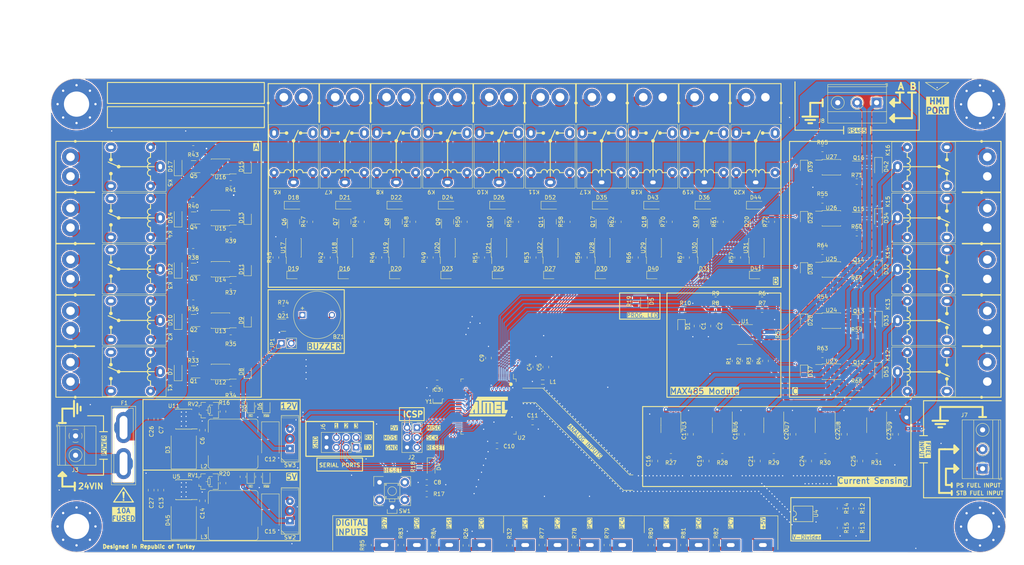
<source format=kicad_pcb>
(kicad_pcb (version 20221018) (generator pcbnew)
  (layers (0 "F.Cu" signal) (31 "B.Cu" signal) (34 "B.Paste" user) (35 "F.Paste" user) (36 "B.SilkS" user "B.Silkscreen") (37 "F.SilkS" user "F.Silkscreen") (38 "B.Mask" user) (39 "F.Mask" user) (44 "Edge.Cuts" user))
  (net 0 "")
  (net 1 "+5VA")
  (net 2 "/ATMEGA2560/AREF")
  (net 3 "/ATMEGA2560/XTAL1")
  (net 4 "/ATMEGA2560/XTAL2")
  (net 5 "/ATMEGA2560/RESET")
  (net 6 "Net-(D1-K)")
  (net 7 "Net-(D2-A)")
  (net 8 "Net-(D5-A)")
  (net 9 "Net-(D6-A)")
  (net 10 "Net-(D7-A)")
  (net 11 "PG4")
  (net 12 "/Relays 1/OPT1")
  (net 13 "PG3")
  (net 14 "/Relays 1/OPT2")
  (net 15 "Net-(D10-A)")
  (net 16 "PH7")
  (net 17 "/Relays 1/OPT3")
  (net 18 "Net-(D12-A)")
  (net 19 "PB7")
  (net 20 "/Relays 1/OPT4")
  (net 21 "Net-(D14-A)")
  (net 22 "PB6")
  (net 23 "/Relays 1/OPT5")
  (net 24 "PH6")
  (net 25 "/Relays 1/OPT7")
  (net 26 "Net-(D17-A)")
  (net 27 "Net-(D18-A)")
  (net 28 "PB0")
  (net 29 "/Relays 1/OPT6")
  (net 30 "PH5")
  (net 31 "/Relays 1/OPT8")
  (net 32 "Net-(D21-A)")
  (net 33 "Net-(D22-A)")
  (net 34 "PH4")
  (net 35 "/Relays 1/OPT9")
  (net 36 "Net-(D24-A)")
  (net 37 "PH3")
  (net 38 "/Relays 1/OPT10")
  (net 39 "Net-(D26-A)")
  (net 40 "PH2")
  (net 41 "/Relays 2/OPT11")
  (net 42 "PA1")
  (net 43 "/Relays 2/OPT13")
  (net 44 "PA3")
  (net 45 "/Relays 2/OPT15")
  (net 46 "PE7")
  (net 47 "/Relays 2/OPT17")
  (net 48 "PE5")
  (net 49 "/Relays 2/OPT19")
  (net 50 "Net-(D32-A)")
  (net 51 "Net-(D33-A)")
  (net 52 "Net-(D34-A)")
  (net 53 "Net-(D35-A)")
  (net 54 "Net-(D36-A)")
  (net 55 "PA0")
  (net 56 "/Relays 2/OPT12")
  (net 57 "PA2")
  (net 58 "/Relays 2/OPT14")
  (net 59 "PA4")
  (net 60 "/Relays 2/OPT16")
  (net 61 "PE6")
  (net 62 "/Relays 2/OPT18")
  (net 63 "PE4")
  (net 64 "/Relays 2/OPT20")
  (net 65 "Net-(D42-A)")
  (net 66 "Net-(D43-A)")
  (net 67 "Net-(D44-A)")
  (net 68 "/ATMEGA2560/PB2{slash}MOSI")
  (net 69 "/ATMEGA2560/PB1{slash}SCK")
  (net 70 "/ATMEGA2560/PB3{slash}MISO")
  (net 71 "/ATMEGA2560/PA7")
  (net 72 "Net-(D52-A)")
  (net 73 "Net-(D53-A)")
  (net 74 "/Relays 2/RL11_O")
  (net 75 "/Relays 2/RL13_O")
  (net 76 "/Relays 2/RL14_O")
  (net 77 "/Relays 2/RL15_O")
  (net 78 "/Relays 2/RL16_O")
  (net 79 "/Relays 2/RL17_O")
  (net 80 "/Relays 2/RL18_O")
  (net 81 "/Relays 2/RL11_C")
  (net 82 "/Relays 2/RL19_O")
  (net 83 "/Relays 2/RL20_O")
  (net 84 "/Relays 2/RL12_O")
  (net 85 "Net-(Q1-B)")
  (net 86 "Net-(Q2-B)")
  (net 87 "Net-(Q3-B)")
  (net 88 "Net-(Q4-B)")
  (net 89 "Net-(Q5-B)")
  (net 90 "Net-(Q6-B)")
  (net 91 "Net-(Q7-B)")
  (net 92 "Net-(Q8-B)")
  (net 93 "Net-(Q9-B)")
  (net 94 "Net-(Q10-B)")
  (net 95 "Net-(Q11-B)")
  (net 96 "Net-(Q12-B)")
  (net 97 "Net-(Q13-B)")
  (net 98 "Net-(Q14-B)")
  (net 99 "Net-(Q15-B)")
  (net 100 "Net-(Q16-B)")
  (net 101 "Net-(Q17-B)")
  (net 102 "Net-(Q18-B)")
  (net 103 "Net-(Q19-B)")
  (net 104 "Net-(Q20-B)")
  (net 105 "/ATMEGA2560/PC0")
  (net 106 "/ATMEGA2560/PJ1{slash}TX3")
  (net 107 "/ATMEGA2560/PJ0{slash}RX3")
  (net 108 "/ATMEGA2560/PH1{slash}TX2")
  (net 109 "Net-(R6-Pad1)")
  (net 110 "Net-(R8-Pad2)")
  (net 111 "Net-(U4A-+)")
  (net 112 "Net-(U4B-+)")
  (net 113 "Net-(R17-Pad1)")
  (net 114 "Net-(R33-Pad1)")
  (net 115 "Net-(R34-Pad1)")
  (net 116 "Net-(R35-Pad1)")
  (net 117 "Net-(R36-Pad1)")
  (net 118 "Net-(R37-Pad1)")
  (net 119 "Net-(R38-Pad1)")
  (net 120 "Net-(R39-Pad1)")
  (net 121 "Net-(R40-Pad1)")
  (net 122 "Net-(R41-Pad1)")
  (net 123 "Net-(R42-Pad1)")
  (net 124 "Net-(R43-Pad1)")
  (net 125 "Net-(R44-Pad1)")
  (net 126 "Net-(R45-Pad1)")
  (net 127 "Net-(R46-Pad1)")
  (net 128 "Net-(R47-Pad1)")
  (net 129 "Net-(R48-Pad1)")
  (net 130 "Net-(R49-Pad1)")
  (net 131 "Net-(R50-Pad1)")
  (net 132 "Net-(R51-Pad1)")
  (net 133 "Net-(R52-Pad1)")
  (net 134 "Net-(R53-Pad1)")
  (net 135 "Net-(R54-Pad1)")
  (net 136 "Net-(R55-Pad1)")
  (net 137 "Net-(R56-Pad1)")
  (net 138 "Net-(R58-Pad1)")
  (net 139 "Net-(R59-Pad1)")
  (net 140 "Net-(R60-Pad1)")
  (net 141 "Net-(R61-Pad1)")
  (net 142 "Net-(R62-Pad1)")
  (net 143 "Net-(R63-Pad1)")
  (net 144 "Net-(R64-Pad1)")
  (net 145 "Net-(R65-Pad1)")
  (net 146 "Net-(R68-Pad1)")
  (net 147 "Net-(R69-Pad1)")
  (net 148 "Net-(R70-Pad1)")
  (net 149 "Net-(R71-Pad1)")
  (net 150 "Net-(R72-Pad1)")
  (net 151 "/ATMEGA2560/PH0{slash}RX2")
  (net 152 "/ATMEGA2560/PD3{slash}TX1")
  (net 153 "/ATMEGA2560/PL1")
  (net 154 "/ATMEGA2560/PL3")
  (net 155 "/ATMEGA2560/PL5")
  (net 156 "/ATMEGA2560/PL7")
  (net 157 "/ATMEGA2560/PG1")
  (net 158 "/ATMEGA2560/PD2{slash}RX1")
  (net 165 "GND")
  (net 167 "/Current Sensors/OUT1")
  (net 168 "/Current Sensors/OUT2")
  (net 169 "/Current Sensors/OUT3")
  (net 170 "/Current Sensors/OUT4")
  (net 171 "/Current Sensors/OUT5")
  (net 172 "+5V")
  (net 173 "+12V")
  (net 174 "+24V")
  (net 175 "Analog_Current1")
  (net 176 "Analog_Current2")
  (net 177 "Analog_Current3")
  (net 178 "Analog_Current4")
  (net 179 "Analog_Current5")
  (net 180 "/MAX485/MAX485_A")
  (net 181 "/MAX485/MAX485_B")
  (net 182 "/ATMEGA2560/PC2")
  (net 183 "/ATMEGA2560/PC4")
  (net 184 "/ATMEGA2560/PC6")
  (net 185 "/ATMEGA2560/PC7")
  (net 186 "/ATMEGA2560/PG0")
  (net 187 "/Fuel Measurement/PS_Fuel_(0-10V)")
  (net 188 "/Fuel Measurement/STB_Fuel_(0-10V)")
  (net 189 "/ATMEGA2560/PB5")
  (net 190 "/ATMEGA2560/PL0")
  (net 191 "/ATMEGA2560/PL2")
  (net 192 "/ATMEGA2560/PL4")
  (net 193 "/ATMEGA2560/PL6")
  (net 194 "/ATMEGA2560/PD0")
  (net 195 "/ATMEGA2560/PD7")
  (net 196 "/ATMEGA2560/PC1")
  (net 197 "/ATMEGA2560/PC3")
  (net 198 "/ATMEGA2560/PC5")
  (net 199 "/ATMEGA2560/PD1")
  (net 200 "/ATMEGA2560/PD4")
  (net 201 "/ATMEGA2560/PD5")
  (net 202 "/ATMEGA2560/PD6")
  (net 203 "/ATMEGA2560/PJ2")
  (net 204 "/ATMEGA2560/PJ3")
  (net 205 "/ATMEGA2560/PJ4")
  (net 206 "/ATMEGA2560/PJ5")
  (net 207 "/ATMEGA2560/PJ6")
  (net 208 "/ATMEGA2560/PG2")
  (net 209 "/ATMEGA2560/PA6")
  (net 210 "/ATMEGA2560/PA5")
  (net 211 "/ATMEGA2560/PJ7")
  (net 212 "/ATMEGA2560/PK7")
  (net 213 "/ATMEGA2560/PK6")
  (net 214 "/ATMEGA2560/PK5")
  (net 215 "/ATMEGA2560/PK4")
  (net 216 "/ATMEGA2560/PK3")
  (net 217 "/ATMEGA2560/PK2")
  (net 218 "/ATMEGA2560/PK1")
  (net 219 "/ATMEGA2560/PK0")
  (net 220 "/ATMEGA2560/PF7")
  (net 221 "PS_Fuel_(0-5V)")
  (net 222 "STB_Fuel_(0-5V)")
  (net 223 "Current_Out1")
  (net 224 "Current_Out2")
  (net 225 "Current_Out3")
  (net 226 "Current_Out4")
  (net 227 "Current_Out5")
  (net 228 "/ATMEGA2560/Buzz_N")
  (net 229 "/ATMEGA2560/Buzz_P")
  (net 230 "/ATMEGA2560/Buzz_T")
  (net 231 "MAX485_DI")
  (net 232 "Net-(R57-Pad1)")
  (net 233 "Net-(R66-Pad1)")
  (net 234 "Net-(R67-Pad1)")
  (net 235 "MAX485_DE")
  (net 236 "MAX485_RE")
  (net 237 "MAX485_RO")
  (net 238 "/Relays 1/RL1_C")
  (net 239 "/Relays 1/RL1_O")
  (net 240 "/Relays 1/RL2_C")
  (net 241 "/Relays 1/RL2_O")
  (net 242 "/Relays 1/RL3_C")
  (net 243 "/Relays 1/RL3_O")
  (net 244 "/Relays 1/RL4_C")
  (net 245 "/Relays 1/RL4_O")
  (net 246 "/Relays 1/RL5_C")
  (net 247 "/Relays 1/RL5_O")
  (net 248 "/Relays 1/RL6_C")
  (net 249 "/Relays 1/RL6_O")
  (net 250 "/Relays 1/RL7_C")
  (net 251 "/Relays 1/RL7_O")
  (net 252 "/Relays 1/RL8_C")
  (net 253 "/Relays 1/RL8_O")
  (net 254 "/Relays 1/RL9_C")
  (net 255 "/Relays 1/RL9_O")
  (net 256 "/Relays 1/RL10_C")
  (net 257 "/Relays 1/RL10_O")
  (net 282 "Relay_Fuse")
  (net 283 "/Power/PH_R")
  (net 284 "/Power/PH_C")
  (net 285 "/Power/VSENSE_R")
  (net 286 "/Power/VSENSE_C")
  (net 287 "/Power/BOOT_R")
  (net 288 "/Power/BOOT_C")
  (net 289 "/ATMEGA2560/PB4")
  (net 290 "Net-(D46-A)")
  (net 291 "Net-(D54-A)")
  (net 292 "/Power/5V_OFF")
  (net 293 "/Power/12V_OFF")
  (net 294 "/Power/12V_REGOUT")
  (net 295 "/Power/5V_REGOUT")
  (net 296 "/ATMEGA2560/PROG_LED")
  (footprint "Resistor_SMD:R_0805_2012Metric" (layer "F.Cu") (at 199.793831 132.80523 180)
    (fp_text reference "R28")
    (fp_text value "100R")
  )
  (footprint "Capacitor_SMD:C_0805_2012Metric" (layer "F.Cu") (at 204.803466 127.12023 90)
    (fp_text reference "C18")
    (fp_text value "0.1uF")
  )
  (footprint "LED_SMD:LED_0805_2012Metric" (layer "F.Cu") (at 220.85 58.196545 -90)
    (fp_text reference "D39")
    (fp_text value "KT-0805G")
  )
  (footprint "MyRelays:SRA-12VDC-CL" (layer "F.Cu") (at 163.726842 49.5 -90)
    (fp_text reference "K17")
    (fp_text value "SRA-12VDC-CL")
  )
  (footprint "MountingHole:MountingHole_2.2mm_M2_Pad" (layer "F.Cu") (at 268 60.66023)
    (fp_text reference "J51" hide)
    (fp_text value "Conn_01x01_Pin")
  )
  (footprint "MountingHole:MountingHole_6.5mm_Pad_Via" (layer "F.Cu") (at 33.552854 42.047146)
    (fp_text reference "EDGE1" hide)
    (fp_text value "MountingHole_6.5mm_Pad_Via")
  )
  (footprint "Diode_SMD:D_SOD-123" (layer "F.Cu") (at 168.705263 68.1)
    (fp_text reference "D35")
    (fp_text value "1N4007")
  )
  (footprint "Resistor_SMD:R_0805_2012Metric" (layer "F.Cu") (at 198.038725 94.97023)
    (fp_text reference "R8")
    (fp_text value "10K")
  )
  (footprint "Resistor_SMD:R_0805_2012Metric" (layer "F.Cu") (at 159.854842 72.37023 90)
    (fp_text reference "R58")
    (fp_text value "510R")
  )
  (footprint "Package_SO:SO-4_4.4x3.6mm_P2.54mm" (layer "F.Cu") (at 70.6 84.607072 180)
    (fp_text reference "U14")
    (fp_text value "EL357N(B)(TA)-G")
  )
  (footprint "Package_SO:SO-4_4.4x3.6mm_P2.54mm" (layer "F.Cu") (at 227.875 110.998605)
    (fp_text reference "U23")
    (fp_text value "EL357N(B)(TA)-G")
  )
  (footprint "MountingHole:MountingHole_2.2mm_M2_Pad" (layer "F.Cu") (at 105.134737 40.27023)
    (fp_text reference "J57" hide)
    (fp_text value "Conn_01x01_Pin")
  )
  (footprint "Capacitor_SMD:C_0805_2012Metric" (layer "F.Cu") (at 222.018149 134.00523 90)
    (fp_text reference "C24")
    (fp_text value "0.1nF")
  )
  (footprint "Diode_SMD:D_SMC" (layer "F.Cu") (at 61.155 149.3 90)
    (fp_text reference "D45")
    (fp_text value "B540C-13-F")
  )
  (footprint "Package_SO:TI_SO-PowerPAD-8_ThermalVias" (layer "F.Cu") (at 61.155 141.4 180)
    (fp_text reference "U5")
    (fp_text value "TPS5430DDAR")
  )
  (footprint "Resistor_SMD:R_0805_2012Metric" (layer "F.Cu") (at 225.5625 80.097428)
    (fp_text reference "R64")
    (fp_text value "1K")
  )
  (footprint "MyRelays:SRA-12VDC-CL" (layer "F.Cu") (at 42.4 89.566956)
    (fp_text reference "K3")
    (fp_text value "SRA-12VDC-CL")
  )
  (footprint "Resistor_SMD:R_0805_2012Metric" (layer "F.Cu") (at 212.45 101.45 -90)
    (fp_text reference "R5")
    (fp_text value "120R")
  )
  (footprint "Diode_SMD:D_SOD-123" (layer "F.Cu") (at 115.831579 68.1)
    (fp_text reference "D22")
    (fp_text value "1N4007")
  )
  (footprint "Package_SO:SO-4_4.4x3.6mm_P2.54mm" (layer "F.Cu") (at 70.6 58.17023 180)
    (fp_text reference "U16")
    (fp_text value "EL357N(B)(TA)-G")
  )
  (footprint "Resistor_SMD:R_0805_2012Metric" (layer "F.Cu") (at 230.125 146.21773 -90)
    (fp_text reference "R14")
    (fp_text value "10K")
  )
  (footprint "Resistor_SMD:R_0805_2012Metric" (layer "F.Cu") (at 234.4 75.279431)
    (fp_text reference "R60")
    (fp_text value "510R")
  )
  (footprint "Resistor_SMD:R_0805_2012Metric" (layer "F.Cu") (at 225.5625 66.833829)
    (fp_text reference "R55")
    (fp_text value "1K")
  )
  (footprint "Resistor_SMD:R_0805_2012Metric" (layer "F.Cu") (at 173.003228 72.37023 90)
    (fp_text reference "R62")
    (fp_text value "510R")
  )
  (footprint "MountingHole:MountingHole_2.5mm_Pad" (layer "F.Cu") (at 185.430772 155.65)
    (fp_text reference "J24" hide)
    (fp_text value "Conn_01x01_Pin")
  )
  (footprint "Diode_SMD:D_SOD-123" (layer "F.Cu") (at 240 71.356151 -90)
    (fp_text reference "D34")
    (fp_text value "1N4007")
  )
  (footprint "Resistor_SMD:R_0805_2012Metric" (layer "F.Cu") (at 186.553547 132.80523 180)
    (fp_text reference "R27")
    (fp_text value "100R")
  )
  (footprint "Package_SO:SO-4_4.4x3.6mm_P2.54mm" (layer "F.Cu") (at 182.119737 79.07023 90)
    (fp_text reference "U29")
    (fp_text value "EL357N(B)(TA)-G")
  )
  (footprint "MountingHole:MountingHole_2.5mm_Pad" (layer "F.Cu") (at 165.692304 155.65)
    (fp_text reference "J21" hide)
    (fp_text value "Conn_01x01_Pin")
  )
  (footprint "Resistor_SMD:R_0805_2012Metric" (layer "F.Cu") (at 189.8 155.65 90)
    (fp_text reference "R81")
    (fp_text value "4.7K")
  )
  (footprint "Resistor_SMD:R_0805_2012Metric" (layer "F.Cu") (at 205.694445 108.22023 90)
    (fp_text reference "R2")
    (fp_text value "10K")
  )
  (footprint "Package_SO:SO-4_4.4x3.6mm_P2.54mm" (layer "F.Cu") (at 195.338158 79.07023 90)
    (fp_text reference "U30")
    (fp_text value "EL357N(B)(TA)-G")
  )
  (footprint "Capacitor_SMD:C_0805_2012Metric" (layer "F.Cu") (at 231.196534 127.12023 90)
    (fp_text reference "C22")
    (fp_text value "0.1uF")
  )
  (footprint "MountingHole:MountingHole_2.2mm_M2_Pad" (layer "F.Cu") (at 184.444737 40.27023 90)
    (fp_text reference "J40" hide)
    (fp_text value "Conn_01x01_Pin")
  )
  (footprint "Capacitor_SMD:C_0805_2012Metric" (layer "F.Cu") (at 195.625081 134.00523 90)
    (fp_text reference "C19")
    (fp_text value "0.1nF")
  )
  (footprint "Capacitor_SMD:C_0805_2012Metric" (layer "F.Cu") (at 197.538725 99.22023 -90)
    (fp_text reference "C2")
    (fp_text value "0.1uF")
  )
  (footprint "Resistor_SMD:R_0805_2012Metric" (layer "F.Cu") (at 98.122224 81.57023 90)
    (fp_text reference "R42")
    (fp_text value "1K")
  )
  (footprint "Capacitor_SMD:C_0805_2012Metric" (layer "F.Cu") (at 55.255 141.5 90)
    (fp_text reference "C13")
    (fp_text value "CL21A475KAQNNNE")
  )
  (footprint "LED_SMD:LED_0805_2012Metric" (layer "F.Cu") (at 89.374096 86.07023)
    (fp_text reference "D19")
    (fp_text value "KT-0805G")
  )
  (footprint "Diode_SMD:D_SOD-123" (layer "F.Cu") (at 181.923684 68.1)
    (fp_text reference "D43")
    (fp_text value "1N4007")
  )
  (footprint "Package_TO_SOT_SMD:SOT-23" (layer "F.Cu") (at 182.071579 72.35023 90)
    (fp_text reference "Q18")
    (fp_text value "MMBT2222A 1P")
  )
  (footprint "Resistor_SMD:R_0805_2012Metric" (layer "F.Cu") (at 234.4 88.54303)
    (fp_text reference "R69")
    (fp_text value "510R")
  )
  (footprint "MountingHole:MountingHole_2.2mm_M2_Pad" (layer "F.Cu") (at 139.79 40.27023)
    (fp_text reference "J18" hide)
    (fp_text value "Conn_01x01_Pin")
  )
  (footprint "Resistor_SMD:R_0805_2012Metric" (layer "F.Cu") (at 86.8 94.81023)
    (fp_text reference "R74")
    (fp_text value "4.7K")
  )
  (footprint "Package_SO:SO-8_3.9x4.9mm_P1.27mm" (layer "F.Cu") (at 186.553547 124.77023 -90)
    (fp_text reference "U3")
    (fp_text value "CC6900SO-20A")
  )
  (footprint "MyPotentiometers:SMD Potentiometer 3x3.8" (layer "F.Cu") (at 69.255 140.3 90)
    (fp_text reference "RV1")
    (fp_text value "TC33X-2-502E")
  )
  (footprint "Capacitor_SMD:C_0805_2012Metric" (layer "F.Cu") (at 55.255 123.2 90)
    (fp_text reference "C7")
    (fp_text value "CL21A475KAQNNNE")
  )
  (footprint "MyRelays:SRA-12VDC-CL" (layer "F.Cu") (at 42.4 76.363593)
    (fp_text reference "K4")
    (fp_text value "SRA-12VDC-CL")
  )
  (footprint "Resistor_SMD:R_0805_2012Metric" (layer "F.Cu") (at 210.905556 108.22023 90)
    (fp_text reference "R4")
    (fp_text value "10K")
  )
  (footprint "Package_TO_SOT_SMD:SOT-23" (layer "F.Cu") (at 142.284096 72.35023 90)
    (fp_text reference "Q10")
    (fp_text value "MMBT2222A 1P")
  )
  (footprint "Diode_SMD:D_SOD-123" (layer "F.Cu") (at 240 111.011414 -90)
    (fp_text reference "D53")
    (fp_text value "1N4007")
  )
  (footprint "Capacitor_SMD:C_0805_2012Metric" (layer "F.Cu") (at 191.606932 127.12023 90)
    (fp_text reference "C17")
    (fp_text value "0.1uF")
  )
  (footprint "Resistor_SMD:R_0805_2012Metric" (layer "F.Cu") (at 73.25 115.465888 180)
    (fp_text reference "R34")
    (fp_text value "1K")
  )
  (footprint "Resistor_SMD:R_0805_2012Metric" (layer "F.Cu") (at 108.7 155.65 90)
    (fp_text reference "R85")
    (fp_text value "4.7K")
  )
  (footprint "Diode_SMD:D_SOD-123" (layer "F.Cu") (at 89.394737 68.1)
    (fp_text reference "D18")
    (fp_text value "1N4007")
  )
  (footprint "Resistor_SMD:R_0805_2012Metric" (layer "F.Cu") (at 177.5 92.87977 90)
    (fp_text reference "R19")
    (fp_text value "1K")
  )
  (footprint "Resistor_SMD:R_0805_2012Metric" (layer "F.Cu") (at 199.334408 72.37023 90)
    (fp_text reference "R61")
    (fp_text value "510R")
  )
  (footprint "Resistor_SMD:R_0805_2012Metric" (layer "F.Cu") (at 225.5625 53.57023)
    (fp_text reference "R65")
    (fp_text value "1K")
  )
  (footprint "Resistor_SMD:R_0805_2012Metric" (layer "F.Cu") (at 203.08889 108.22023 90)
    (fp_text reference "R1")
    (fp_text value "10K")
  )
  (footprint "Buzzer_Beeper:MagneticBuzzer_ProSignal_ABI-010-RC" (layer "F.Cu") (at 91.7 96.37023)
    (fp_text reference "BZ1")
    (fp_text value "FT12095-G/12V")
  )
  (footprint "Package_SO:SO-8_3.9x4.9mm_P1.27mm" (layer "F.Cu") (at 213.034115 124.77023 -90)
    (fp_text reference "U7")
    (fp_text value "CC6900SO-20A")
  )
  (footprint "Package_SO:TI_SO-PowerPAD-8_ThermalVias" (layer "F.Cu") (at 61.155 123.2 180)
    (fp_text reference "U11")
    (fp_text value "TPS5430DDAR")
  )
  (footprint "Diode_SMD:D_SOD-123" (layer "F.Cu") (at 59.7 84.544456 90)
    (fp_text reference "D12")
    (fp_text value "1N4007")
  )
  (footprint "Resistor_SMD:R_0805_2012Metric" (layer "F.Cu") (at 234.225 151.21773 -90)
    (fp_text reference "R13")
    (fp_text value "10K")
  )
  (footprint "Capacitor_SMD:C_0805_2012Metric" (layer "F.Cu") (at 123.7 139.516131 180)
    (fp_text reference "C8")
    (fp_text value "100nF")
  )
  (footprint "TerminalBlock_Phoenix:TerminalBlock_Phoenix_MKDS-1,5-3_1x03_P5.00mm_Horizontal" (layer "F.Cu") (at 239.5 41.67023 180)
    (fp_text reference "J8")
    (fp_text value "DB128V-5.0-3P-OG-S")
  )
  (footprint "Diode_SMD:D_SOD-123" (layer "F.Cu") (at 240 58.13773 -90)
    (fp_text reference "D42")
    (fp_text value "1N4007")
  )
  (footprint "Resistor_SMD:R_0805_2012Metric" (layer "F.Cu") (at 80.4 119.9 -90)
    (fp_text reference "R24" hide)
    (fp_text value "2.4K")
  )
  (footprint "Package_TO_SOT_SMD:SOT-23" (layer "F.Cu") (at 63.7 71.374309 180)
    (fp_text reference "Q4")
    (fp_text value "MMBT2222A 1P")
  )
  (footprint "MountingHole:MountingHole_2.5mm_Pad" (layer "F.Cu") (at 121.153848 155.65)
    (fp_text reference "J28" hide)
    (fp_text value "Conn_01x01_Pin")
  )
  (footprint "Diode_SMD:D_SOD-123" (layer "F.Cu") (at 155.486842 68.1)
    (fp_text reference "D52")
    (fp_text value "1N4007")
  )
  (footprint "Resistor_SMD:R_0805_2012Metric" (layer "F.Cu") (at 225.5625 93.361027)
    (fp_text reference "R54")
    (fp_text value "1K")
  )
  (footprint "Diode_SMD:D_SOD-123" (layer "F.Cu") (at 240 97.792993 -90)
    (fp_text reference "D33")
    (fp_text value "1N4007")
  )
  (footprint "Package_SO:SO-4_4.4x3.6mm_P2.54mm" (layer "F.Cu") (at 227.875 84.653496)
    (fp_text reference "U25")
    (fp_text value "EL357N(B)(TA)-G")
  )
  (footprint "LED_SMD:LED_0805_2012Metric" (layer "F.Cu") (at 77.6 111.009572 90)
    (fp_text reference "D8")
    (fp_text value "KT-0805G")
  )
  (footprint "Capacitor_SMD:C_0805_2012Metric" (layer "F.Cu") (at 65.955 126.055 -90)
    (fp_text reference "C6")
    (fp_text value "10nF")
  )
  (footprint "Resistor_SMD:R_0805_2012Metric" (layer "F.Cu") (at 117.066666 155.65 90)
    (fp_text reference "R83")
    (fp_text value "4.7K")
  )
  (footprint "MountingHole:MountingHole_2.2mm_M2_Pad" (layer "F.Cu") (at 171.226316 40.27023 90)
    (fp_text reference "J43" hide)
    (fp_text value "Conn_01x01_Pin")
  )
  (footprint "MountingHole:MountingHole_2.2mm_M2_Pad" (layer "F.Cu") (at 268 87.096388 -90)
    (fp_text reference "J44" hide)
    (fp_text value "Conn_01x01_Pin")
  )
  (footprint "Package_SO:SO-4_4.4x3.6mm_P2.54mm" (layer "F.Cu") (at 115.844737 79.07023 90)
    (fp_text reference "U19")
    (fp_text value "EL357N(B)(TA)-G")
  )
  (footprint "Package_TO_SOT_SMD:SOT-23" (layer "F.Cu") (at 129.065675 72.35023 90)
    (fp_text reference "Q9")
    (fp_text value "MMBT2222A 1P")
  )
  (footprint "Package_SO:SO-4_4.4x3.6mm_P2.54mm" (layer "F.Cu") (at 208.55658 79.07023 90)
    (fp_text reference "U31")
    (fp_text value "EL357N(B)(TA)-G")
  )
  (footprint "Resistor_SMD:R_0805_2012Metric" (layer "F.Cu") (at 226.274399 132.80523 180)
    (fp_text reference "R30")
    (fp_text value "100R")
  )
  (footprint "MountingHole:MountingHole_2.2mm_M2_Pad" (layer "F.Cu") (at 32 60.66023)
    (fp_text reference "J13" hide)
    (fp_text value "Conn_01x01_Pin")
  )
  (footprint "Resistor_SMD:R_0805_2012Metric" (layer "F.Cu") (at 63.6 66.72023 180)
    (fp_text reference "R40")
    (fp_text value "510R")
  )
  (footprint "MountingHole:MountingHole_2.2mm_M2_Pad" (layer "F.Cu") (at 268 108.53323 -90)
    (fp_text reference "J61" hide)
    (fp_text value "Conn_01x01_Pin")
  )
  (footprint "Package_QFP:TQFP-100_14x14mm_P0.5mm" (layer "F.Cu") (at 139.6 119.97023 -90)
    (fp_text reference "U2")
    (fp_text value "ATmega2560-16A")
  )
  (footprint "Capacitor_SMD:C_0805_2012Metric" (layer "F.Cu") (at 182.428547 134.00523 90)
    (fp_text reference "C16")
    (fp_text value "0.1nF")
  )
  (footprint "Diode_SMD:D_SOD-123" (layer "F.Cu") (at 124.830095 135.516131 -90)
    (fp_text reference "D4")
    (fp_text value "BZT52C4V7")
  )
  (footprint "Resistor_SMD:R_0805_2012Metric" (layer "F.Cu") (at 212.5 72.37023 90)
    (fp_text reference "R72")
    (fp_text value "510R")
  )
  (footprint "Capacitor_Tantalum_SMD:CP_EIA-7343-31_Kemet-D" (layer "F.Cu") (at 83.45 128.3 -90)
    (fp_text reference "C12")
    (fp_text value "6TPB330M")
  )
  (footprint "Package_TO_SOT_SMD:SOT-23" (layer "F.Cu") (at 195.29 72.35023 90)
    (fp_text reference "Q19")
    (fp_text value "MMBT2222A 1P")
  )
  (footprint "Diode_SMD:D_SOD-123" (layer "F.Cu") (at 142.268421 68.1)
    (fp_text reference "D26")
    (fp_text value "1N4007")
  )
  (footprint "Package_TO_SOT_SMD:SOT-23" (layer "F.Cu") (at 63.7 84.59273 180)
    (fp_text reference "Q3")
    (fp_text value "MMBT2222A 1P")
  )
  (footprint "LOGO" (layer "F.Cu") (at 139.603907 119.973225)
    (fp_text reference "G2" hide)
    (fp_text value "LOGO" hide)
  )
  (footprint "Resistor_SMD:R_0805_2012Metric" (layer "F.Cu") (at 239.514683 132.80523 180)
    (fp_text reference "R31")
    (fp_text value "100R")
  )
  (footprint "MyRelays:SRA-12VDC-CL" (layer "F.Cu") (at 257.6 92.815493 180)
    (fp_text reference "K13")
    (fp_text value "SRA-12VDC-CL")
  )
  (footprint "Capacitor_SMD:C_0805_2012Metric" (layer "F.Cu") (at 141.8 130.1)
    (fp_text reference "C10")
    (fp_text value "100nF")
  )
  (footprint "Diode_SMD:D_SOD-123" (layer "F.Cu") (at 102.613158 68.1)
    (fp_text reference "D21")
    (fp_text value "1N4007")
  )
  (footprint "MountingHole:MountingHole_2.2mm_M2_Pad" (layer "F.Cu") (at 268 95.314809 -90)
    (fp_text reference "J33" hide)
    (fp_text value "Conn_01x01_Pin")
  )
  (footprint "MountingHole:MountingHole_2.5mm_Pad" (layer "F.Cu") (at 201.964104 155.65)
    (fp_text reference "J26" hide)
    (fp_text value "Conn_01x01_Pin")
  )
  (footprint "MyRelays:SRA-12VDC-CL" (layer "F.Cu") (at 203.382105 49.5 -90)
    (fp_text reference "K20")
    (fp_text value "SRA-12VDC-CL")
  )
  (footprint "Package_SO:SO-4_4.4x3.6mm_P2.54mm" (layer "F.Cu") (at 89.407895 79.07023 90)
    (fp_text reference "U17")
    (fp_text value "EL357N(B)(TA)-G")
  )
  (footprint "MountingHole:MountingHole_2.2mm_M2_Pad" (layer "F.Cu") (at 126.571579 40.27023)
    (fp_text reference "J17" hide)
    (fp_text value "Conn_01x01_Pin")
  )
  (footprint "LED_SMD:LED_0805_2012Metric" (layer "F.Cu") (at 189.288725 99.24023 -90)
    (fp_text reference "D1")
    (fp_text value "KT-0805G")
  )
  (footprint "MountingHole:MountingHole_2.2mm_M2_Pad" (layer "F.Cu") (at 268 55.66023)
    (fp_text reference "J36" hide)
    (fp_text value "Conn_01x01_Pin")
  )
  (footprint "Capacitor_SMD:C_0805_2012Metric" (layer "F.Cu") (at 126.4 113.9 180)
    (fp_text reference "C3")
    (fp_text value "100nF")
  )
  (footprint "MountingHole:MountingHole_2.5mm_Pad" (layer "F.Cu") (at 210.230772 155.65)
    (fp_text reference "J31" hide)
    (fp_text value "Conn_01x01_Pin")
  )
  (footprint "MountingHole:MountingHole_2.2mm_M2_Pad" (layer "F.Cu") (at 86.916316 40.27023)
    (fp_text reference "J14" hide)
    (fp_text value "Conn_01x01_Pin")
  )
  (footprint "MyPotentiometers:SMD Potentiometer 3x3.8" (layer "F.Cu") (at 69.305 121.9 90)
    (fp_text reference "RV2")
    (fp_text value "TC33X-2-502E")
  )
  (footprint "MountingHole:MountingHole_2.2mm_M2_Pad" (layer "F.Cu") (at 158.008 40.27023)
    (fp_text reference "J39" hide)
    (fp_text value "Conn_01x01_Pin")
  )
  (footprint "Capacitor_SMD:C_0805_2012Metric" (layer "F.Cu") (at 154.35 109.79523 90)
    (fp_text reference "C5")
    (fp_text value "100nF")
  )
  (footprint "Package_SO:SO-4_4.4x3.6mm_P2.54mm" (layer "F.Cu") (at 155.499579 79.07023 90)
    (fp_text reference "U22")
    (fp_text value "EL357N(B)(TA)-G")
  )
  (footprint "Package_SO:SO-4_4.4x3.6mm_P2.54mm" (layer "F.Cu") (at 70.6 97.825493 180)
    (fp_text reference "U13")
    (fp_text value "EL357N(B)(TA)-G")
  )
  (footprint "Package_SO:SO-4_4.4x3.6mm_P2.54mm" (layer "F.Cu") (at 227.875 71.480942)
    (fp_text reference "U26")
    (fp_text value "EL357N(B)(TA)-G")
  )
  (footprint "MountingHole:MountingHole_2.2mm_M2_Pad" (layer "F.Cu") (at 166.226316 40.27023 90)
    (fp_text reference "J37" hide)
    (fp_text value "Conn_01x01_Pin")
  )
  (footprint "Package_SO:SO-8_3.9x4.9mm_P1.27mm" (layer "F.Cu") (at 199.793831 124.77023 -90)
    (fp_text reference "U6")
    (fp_text value "CC6900SO-20A")
  )
  (footprint "Capacitor_SMD:C_0805_2012Metric" (layer "F.Cu") (at 193.288725 99.22023 -90)
    (fp_text reference "C1")
    (fp_text value "10uF")
  )
  (footprint "Resistor_SMD:R_0805_2012Metric" (layer "F.Cu") (at 225.5625 106.624628)
    (fp_text reference "R63")
    (fp_text value "1K")
  )
  (footprint "LED_SMD:LED_0805_2012Metric" (layer "F.Cu") (at 77.6 71.354309 90)
    (fp_text reference "D13")
    (fp_text value "KT-0805G")
  )
  (footprint "Package_SO:SO-4_4.4x3.6mm_P2.54mm" (layer "F.Cu") (at 142.281579 79.07023 90)
    (fp_text reference "U21")
    (fp_text value "EL357N(B)(TA)-G")
  )
  (footprint "MountingHole:MountingHole_2.2mm_M2_Pad" (layer "F.Cu") (at 32 87.097072)
    (fp_text reference "J11" hide)
    (fp_text value "Conn_01x01_Pin")
  )
  (footprint "Resistor_SMD:R_0805_2012Metric" (layer "F.Cu") (at 125.433332 155.65 90)
    (fp_text reference "R84")
    (fp_text value "4.7K")
  )
  (footprint "Capacitor_SMD:C_0805_2012Metric" (layer "F.Cu") (at 244.393068 127.12023 90)
    (fp_text reference "C23")
    (fp_text value "0.1uF")
  )
  (footprint "Connector_PinHeader_2.54mm:PinHeader_1x02_P2.54mm_Vertical" (layer "F.Cu") (at 86.3 103.67023 90)
    (fp_text reference "JP1")
    (fp_text value "Jumper_2_Bridged")
  )
  (footprint "LED_SMD:LED_0805_2012Metric" (layer "F.Cu") (at 115.810938 86.07023)
    (fp_text reference "D20")
    (fp_text value "KT-0805G")
  )
  (footprint "Package_TO_SOT_SMD:SOT-23" (layer "F.Cu") (at 89.410412 72.35023 90)
    (fp_text reference "Q6")
    (fp_text value "MMBT2222A 1P")
  )
  (footprint "MyRelays:SRA-12VDC-CL" (layer "F.Cu") (at 176.945263 49.5 -90)
    (fp_text reference "K18")
    (fp_text value "SRA-12VDC-CL")
  )
  (footprint "Capacitor_SMD:C_0805_2012Metric" (layer "F.Cu") (at 208.821615 134.00523 90)
    (fp_text reference "C21")
    (fp_text value "0.1nF")
  )
  (footprint "Resistor_SMD:R_0805_2012Metric" (layer "F.Cu") (at 73.25 88.965888 180)
    (fp_text reference "R37")
    (fp_text value "1K")
  )
  (footprint "LED_SMD:LED_0805_2012Metric" (layer "F.Cu") (at 220.85 84.580675 -90)
    (fp_text reference "D38")
    (fp_text value "KT-0805G")
  )
  (footprint "MyRelays:SRA-12VDC-CL" (layer "F.Cu") (at 190.163684 49.5 -90)
    (fp_text reference "K19")
    (fp_text value "SRA-12VDC-CL")
  )
  (footprint "Inductor_SMD:L_0805_2012Metric" (layer "F.Cu") (at 153.575 113.67023 180)
    (fp_text reference "L1")
    (fp_text value "10uH")
  )
  (footprint "MountingHole:MountingHole_2.2mm_M2_Pad" (layer "F.Cu") (at 268 100.314809 -90)
    (fp_text reference "J45" hide)
    (fp_text value "Conn_01x01_Pin")
  )
  (footprint "Inductor_SMD:L_Bourns_SRR1260" (layer "F.Cu") (at 73.855 148)
    (fp_text reference "L3")
    (fp_text value "SRR1280-150M")
  )
  (footprint "Resistor_SMD:R_0805_2012Metric" (layer "F.Cu") (at 133.366375 72.37023 90)
    (fp_text reference "R50")
    (fp_text value "510R")
  )
  (footprint "MountingHole:MountingHole_2.2mm_M2_Pad" (layer "F.Cu") (at 100.134737 40.27023)
    (fp_text reference "J15" hide)
    (fp_text value "Conn_01x01_Pin")
  )
  (footprint "MountingHole:MountingHole_2.2mm_M2_Pad" (layer "F.Cu") (at 32 100.315493)
    (fp_text reference "J10" hide)
    (fp_text value "Conn_01x01_Pin")
  )
  (footprint "Package_TO_SOT_SMD:SOT-23" (layer "F.Cu") (at 102.628833 72.35023 90)
    (fp_text reference "Q7")
    (fp_text value "MMBT2222A 1P")
  )
  (footprint "MyRelays:SRA-12VDC-CL" (layer "F.Cu") (at 137.29 49.5 -90)
    (fp_text reference "K10")
    (fp_text value "SRA-12VDC-CL")
  )
  (footprint "Package_TO_SOT_SMD:SOT-23" (layer "F.Cu") (at 63.7 111.029572 180)
    (fp_text reference "Q1")
    (fp_text value "MMBT2222A 1P")
  )
  (footprint "Diode_SMD:D_SOD-123" (layer "F.Cu") (at 195.142105 68.1)
    (fp_text reference "D36")
    (fp_text value "1N4007")
  )
  (footprint "MountingHole:MountingHole_2.2mm_M2_Pad" (layer "F.Cu") (at 32 73.878651)
    (fp_text reference "J12" hide)
    (fp_text value "Conn_01x01_Pin")
  )
  (footprint "Package_TO_SOT_SMD:SOT-23" (layer "F.Cu") (at 208.508422 72.35023 90)
    (fp_text reference "Q20")
    (fp_text value "MMBT2222A 1P")
  )
  (footprint "Connector_PinSocket_2.54mm:PinSocket_2x04_P2.54mm_Vertical" (layer "F.Cu") (at 105.52 130.48 -90)
    (fp_text reference "J6")
    (fp_text value "DS1023-2*4SF11" hide)
  )
  (footprint "MountingHole:MountingHole_2.2mm_M2_Pad" (layer "F.Cu") (at 32 55.66023)
    (fp_text reference "J55" hide)
    (fp_text value "Conn_01x01_Pin")
  )
  (footprint "Diode_SMD:D_SOD-123" (layer "F.Cu") (at 59.7 110.951184 90)
    (fp_text reference "D7")
    (fp_text value "1N4007")
  )
  (footprint "Resistor_SMD:R_0805_2012Metric" (layer "F.Cu") (at 170.1 155.65 90)
    (fp_text reference "R79")
    (fp_text value "4.7K")
  )
  (footprint "MountingHole:MountingHole_2.2mm_M2_Pad" (layer "F.Cu") (at 144.79 40.27023)
    (fp_text reference "J60" hide)
    (fp_text value "Conn_01x01_Pin")
  )
  (footprint "Package_TO_SOT_SMD:SOT-23" (layer "F.Cu") (at 168.853158 72.35023 90)
    (fp_text reference "Q17")
    (fp_text value "MMBT2222A 1P")
  )
  (footprint "TerminalBlock_Phoenix:TerminalBlock_Phoenix_MKDS-1,5-3_1x03_P5.00mm_Horizontal" (layer "F.Cu") (at 266.8 135.97023 90)
    (fp_text reference "J7")
    (fp_text value "DB128V-5.0-3P-OG-S")
  )
  (footprint "Resistor_SMD:R_0805_2012Metric" (layer "F.Cu") (at 76.4 138.08273 -90)
    (fp_text reference "R11" hide)
    (fp_text value "1K")
  )
  (footprint "MountingHole:MountingHole_2.2mm_M2_Pad" (layer "F.Cu") (at 268 113.53323 -90)
    (fp_text reference "J41" hide)
    (fp_text value "Conn_01x01_Pin")
  )
  (footprint "LED_SMD:LED_0805_2012Metric" (layer "F.Cu") (at 102.592517 86.07023)
    (fp_text reference "D16")
    (fp_text value "KT-0805G")
  )
  (footprint "Package_TO_SOT_SMD:SOT-23" (layer "F.Cu") (at 234.9 97.815899)
    (fp_text reference "Q13")
    (fp_text value "MMBT2222A 1P")
  )
  (footprint "MountingHole:MountingHole_6.5mm_Pad_Via" (layer "F.Cu") (at 266.125 150.9)
    (fp_text reference "EDGE3" hide)
    (fp_text value "MountingHole_6.5mm_Pad_Via")
  )
  (footprint "Resistor_SMD:R_0805_2012Metric" (layer "F.Cu") (at 164.247965 81.57023 90)
    (fp_text reference "R56")
    (fp_text value "1K")
  )
  (footprint "Resistor_SMD:R_0805_2012Metric" (layer "F.Cu") (at 181.4 155.65 90)
    (fp_text reference "R80")
    (fp_text value "4.7K")
  )
  (footprint "Resistor_SMD:R_0805_2012Metric" (layer "F.Cu") (at 234.4 101.806629)
    (fp_text reference "R59")
    (fp_text value "510R")
  )
  (footprint "LED_SMD:LED_0805_2012Metric" (layer "F.Cu") (at 155.46578 86.07023)
    (fp_text reference "D27")
    (fp_text value "KT-0805G")
  )
  (footprint "Package_SO:SO-8_3.9x4.9mm_P1.27mm" (layer "F.Cu") (at 205.65 101.42023)
    (fp_text reference "U1")
    (fp_text value "MAX485ESA+T")
  )
  (footprint "Resistor_SMD:R_0805_2012Metric" (layer "F.Cu") (at 63.6 106.47023 180)
    (fp_text reference "R33")
    (fp_text value "510R")
  )
  (footprint "LED_SMD:LED_0805_2012Metric" (layer "F.Cu") (at 129.029359 86.07023)
    (fp_text reference "D23")
    (fp_text value "KT-0805G")
  )
  (footprint "Resistor_SMD:R_0805_2012Metric" (layer "F.Cu") (at 137.855556 81.57023 90)
    (fp_text reference "R51")
    (fp_text value "1K")
  )
  (footprint "MountingHole:MountingHole_6.5mm_Pad_Via" (layer "F.Cu") (at 266.125 42.1)
    (fp_text reference "EDGE2" hide)
    (fp_text value "MountingHole_6.5mm_Pad_Via")
  )
  (footprint "Resistor_SMD:R_0805_2012Metric" (layer "F.Cu") (at 84.87778 81.57023 90)
    (fp_text reference "R45")
    (fp_text value "1K")
  )
  (footprint "Resistor_SMD:R_0805_2012Metric" (layer "F.Cu") (at 73.25 102.215888 180)
    (fp_text reference "R35")
    (fp_text value "1K")
  )
  (footprint "Inductor_SMD:L_Bourns_SRR1260" (layer "F.Cu") (at 73.855 129.6)
    (fp_text reference "L2")
    (fp_text value "SRR1280-150M")
  )
  (footprint "Package_TO_SOT_SMD:SOT-23" (layer "F.Cu") (at 63.7 58.155888 180)
    (fp_text reference "Q5")
    (fp_text value "MMBT2222A 1P")
  )
  (footprint "Diode_SMD:D_SOD-123" (layer "F.Cu") (at 59.7 97.747819 90)
    (fp_text reference "D10")
    (fp_text value "1N4007")
  )
  (footprint "MountingHole:MountingHole_2.5mm_Pad" (layer "F.Cu") (at 137.8 155.65)
    (fp_text reference "J5" hide)
    (fp_text value "Conn_01x01_Pin")
  )
  (footprint "Capacitor_SMD:C_0805_2012Metric" (layer "F.Cu") (at 235.214683 134.00523 90)
    (fp_text reference "C25")
    (fp_text value "0.1nF")
  )
  (footprint "MyRelays:SRA-12VDC-CL" (layer "F.Cu") (at 97.634737 49.5 -90)
    (fp_text reference "K7")
    (fp_text value "SRA-12VDC-CL")
  )
  (footprint "Resistor_SMD:R_0805_2012Metric" (layer "F.Cu") (at 73.25 62.465888 180)
    (fp_text reference "R41")
    (fp_text value "1K")
  )
  (footprint "LED_SMD:LED_0805_2012Metric" (layer "F.Cu") (at 220.85 71.38861 -90)
    (fp_text reference "D29")
    (fp_text value "KT-0805G")
  )
  (footprint "Package_SO:SO-4_4.4x3.6mm_P2.54mm" (layer "F.Cu") (at 70.6 71.388651 180)
    (fp_text reference "U15")
    (fp_text value "EL357N(B)(TA)-G")
  )
  (footprint "Package_SO:SO-8_3.9x4.9mm_P1.27mm" (layer "F.Cu") (at 226.274399 124.77023 -90)
    (fp_text reference "U8")
    (fp_text value "CC6900SO-20A")
  )
  (footprint "LED_SMD:LED_0805_2012Metric" (layer "F.Cu") (at 220.85 97.77274 -90)
    (fp_text reference "D28")
    (fp_text value "KT-0805G")
  )
  (footprint "MyRelays:SRA-12VDC-CL" (layer "F.Cu") (at 84.416316 49.5 -90)
    (fp_text reference "K6")
    (fp_text value "SRA-12VDC-CL")
  )
  (footprint "MountingHole:MountingHole_2.2mm_M2_Pad" (layer "F.Cu") (at 192.663158 40.27023 90)
    (fp_text reference "J53" hide)
    (fp_text value "Conn_01x01_Pin")
  )
  (footprint "Resistor_SMD:R_0805_2012Metric" (layer "F.Cu") (at 210.038725 94.97023)
    (fp_text reference "R7")
    (fp_text value "10K")
  )
  (footprint "Diode_SMD:D_SOD-123" (layer "F.Cu") (at 240 84.574572 -90)
    (fp_text reference "D32")
    (fp_text value "1N4007")
  )
  (footprint "MountingHole:MountingHole_2.2mm_M2_Pad" (layer "F.Cu") (at 113.353158 40.27023)
    (fp_text reference "J16" hide)
    (fp_text value "Conn_01x01_Pin")
  )
  (footprint "MountingHole:MountingHole_2.2mm_M2_Pad" (layer "F.Cu") (at 205.88158 40.27023 90)
    (fp_text reference "J54" hide)
    (fp_text value "Conn_01x01_Pin")
  )
  (footprint "Resistor_SMD:R_0805_2012Metric" (layer "F.Cu") (at 151.099579 81.57023 90)
    (fp_text reference "R53")
    (fp_text value "1K")
  )
  (footprint "Resistor_SMD:R_0805_2012Metric" (layer "F.Cu") (at 120.121931 72.37023 90)
    (fp_text reference "R48")
    (fp_text value "510R")
  )
  (footprint "Resistor_SMD:R_0805_2012Metric" (layer "F.Cu") (at 124.611112 81.57023 90)
    (fp_text reference "R49")
    (fp_text value "1K")
  )
  (footprint "Crystal:Resonator_SMD_Murata_CSTxExxV-3Pin_3.0x1.1mm" (layer "F.Cu") (at 126.5 117.2 90)
    (fp_text reference "Y1")
    (fp_text value "CSTNE16M0V53L000R0")
  )
  (footprint "Resistor_SMD:R_0805_2012Metric" (layer "F.Cu") (at 186.168818 72.37023 90)
    (fp_text reference "R70")
    (fp_text value "510R")
  )
  (footprint "Capacitor_SMD:C_0805_2012Metric" (layer "F.Cu") (at 52.755 141.5 90)
    (fp_text reference "C27")
    (fp_text value "CL21A475KAQNNNE")
  )
  (footprint "Resistor_SMD:R_0805_2012Metric" (layer "F.Cu") (at 153.366666 155.65 90)
    (fp_text reference "R77")
    (fp_text value "4.7K")
  )
  (footprint "Package_TO_SOT_SMD:SOT-23" (layer "F.Cu") (at 234.9 71.445453)
    (fp_text reference "Q15")
    (fp_text value "MMBT2222A 1P")
  )
  (footprint "MountingHole:MountingHole_2.2mm_M2_Pad" (layer "F.Cu") (at 268 82.096388 -90)
    (fp_text reference "J34" hide)
    (fp_text value "Conn_01x01_Pin")
  )
  (footprint "MyRelays:SRA-12VDC-CL" (layer "F.Cu") (at 124.071579 49.5 -90)
    (fp_text reference "K9")
    (fp_text value "SRA-12VDC-CL")
  )
  (footprint "Resistor_SMD:R_0805_2012Metric" (layer "F.Cu") (at 121.830095 135.516131 90)
    (fp_text reference "R18")
    (fp_text value "10K")
  )
  (footprint "MountingHole:MountingHole_2.5mm_Pad" (layer "F.Cu") (at 149.046152 155.65)
    (fp_text reference "J19" hide)
    (fp_text value "Conn_01x01_Pin")
  )
  (footprint "MountingHole:MountingHole_2.2mm_M2_Pad" (layer "F.Cu") (at 268 68.877967 -90)
    (fp_text reference "J35" hide)
    (fp_text value "Conn_01x01_Pin")
  )
  (footprint "MountingHole:MountingHole_2.2mm_M2_Pad" (layer "F.Cu") (at 153.008 40.27023)
    (fp_text reference "J32" hide)
    (fp_text value "Conn_01x01_Pin")
  )
  (footprint "Resistor_SMD:R_0805_2012Metric" (layer "F.Cu") (at 190.288725 94.97023)
    (fp_text reference "R10")
    (fp_text value "1K")
  )
  (footprint "MyOpAmps:LM358_SOIC-8_SMD" (layer "F.Cu") (at 218.1125 149.61773)
    (fp_text reference "U4")
    (fp_text value "NE5532DR")
  )
  (footprint "MountingHole:MountingHole_2.5mm_Pad" (layer "F.Cu") (at 112.830772 155.65)
    (fp_text reference "J30" hide)
    (fp_text value "Conn_01x01_Pin")
  )
  (footprint "MountingHole:MountingHole_2.5mm_Pad" (layer "F.Cu") (at 129.476924 155.65)
    (fp_text reference "J29" hide)
    (fp_text value "Conn_01x01_Pin")
  )
  (footprint "LED_SMD:LED_0805_2012Metric" (layer "F.Cu") (at 82.4 119.92 90)
    (fp_text reference "D6")
    (fp_text value "NCD0805R1")
  )
  (footprint "LED_SMD:LED_0805_2012Metric" (layer "F.Cu") (at 77.6 84.57273 90)
    (fp_text reference "D11")
    (fp_text value "KT-0805G")
  )
  (footprint "MyButtons:SPDT_3Pin_11.6x4.1_2.5mm_Straight" (layer "F.Cu") (at 88.5 149.3775 90)
    (fp_text reference "SW2")
    (fp_text value "SS-12E19-G020")
  )
  (footprint "MountingHole:MountingHole_2.2mm_M2_Pad" (layer "F.Cu") (at 32 108.533914)
    (fp_text reference "J46" hide)
    (fp_text value "Conn_01x01_Pin")
  )
  (footprint "LED_SMD:LED_0805_2012Metric" (layer "F.Cu") (at 82.4 138.06273 90)
    (fp_text reference "D46" hide)
    (fp_text value "NCD0805R1")
  )
  (footprint "Resistor_SMD:R_0805_2012Metric" (layer "F.Cu") (at 161.733332 155.65 90)
    (fp_text reference "R78")
    (fp_text value "4.7K")
  )
  (footprint "Resistor_SMD:R_0805_2012Metric" (layer "F.Cu") (at 198.2 155.65 90)
    (fp_text reference "R82")
    (fp_text value "4.7K")
  )
  (footprint "Package_TO_SOT_SMD:SOT-23" (layer "F.Cu") (at 115.847254 72.35023 90)
    (fp_text reference "Q8")
    (fp_text value "MMBT2222A 1P")
  )
  (footprint "Resistor_SMD:R_0805_2012Metric" (layer "F.Cu") (at 71.255 139.7 90)
    (fp_text reference "R20")
    (fp_text value "10K")
  )
  (footprint "Resistor_SMD:R_0805_2012Metric" (layer "F.Cu") (at 73.25 75.715888 180)
    (fp_text reference "R39")
    (fp_text value "1K")
  )
  (footprint "Package_SO:SO-4_4.4x3.6mm_P2.54mm" (layer "F.Cu") (at 227.875 97.82605)
    (fp_text reference "U24")
    (fp_text value "EL357N(B)(TA)-G")
  )
  (footprint "Resistor_SMD:R_0805_2012Metric" (layer "F.Cu") (at 63.6 79.97023 180)
    (fp_text reference "R38")
    (fp_text value "510R")
  )
  (footprint "MyRelays:SRA-12VDC-CL" (layer "F.Cu") (at 257.6 79.597072 180)
    (fp_text reference "K14")
    (fp_text value "SRA-12VDC-CL")
  )
  (footprint "Capacitor_Tantalum_SMD:CP_EIA-7343-31_Kemet-D" (layer "F.Cu") (at 83.45 146.9 -90)
    (fp_text reference "C15")
    (fp_text value "6TPB330M")
  )
  (footprint "Package_TO_SOT_SMD:SOT-23" (layer "F.Cu") (at 234.9 58.26023)
    (fp_text reference "Q16")
    (fp_text value "MMBT2222A 1P")
  )
  (footprint "Package_SO:SO-4_4.4x3.6mm_P2.54mm" (layer "F.Cu") (at 129.063158 79.07023 90)
    (fp_text reference "U20")
    (fp_text value "EL357N(B)(TA)-G")
  )
  (footprint "Resistor_SMD:R_0805_2012Metric" (layer "F.Cu") (at 230.125 151.21773 -90)
    (fp_text reference "R15")
    (fp_text value "10K")
  )
  (footprint "Resistor_SMD:R_0805_2012Metric" (layer "F.Cu") (at 177.396351 81.57023 90)
    (fp_text reference "R66")
    (fp_text value "1K")
  )
  (footprint "MyRelays:SRA-12VDC-CL" (layer "F.Cu") (at 42.4 63.16023)
    (fp_text reference "K5")
    (fp_text value "SRA-12VDC-CL")
  )
  (footprint "Capacitor_SMD:C_0805_2012Metric" (layer "F.Cu") (at 52.755 123.2 90)
    (fp_text reference "C26")
    (fp_text value "CL21A475KAQNNNE")
  )
  (footprint "Resistor_SMD:R_0805_2012Metric" (layer "F.Cu") (at 106.877487 72.37023 90)
    (fp_text reference "R44")
    (fp_text value "510R")
  )
  (footprint "Fuse:Fuse_Blade_ATO_directSolder" (layer "F.Cu") (at 45.65 134.672611 90)
    (fp_text reference "F1")
    (fp_text value "Fuse")
  )
  (footprint "Resistor_SMD:R_0805_2012Metric" (layer "F.Cu") (at 234.225 146.21773 -90)
    (fp_text reference "R12")
    (fp_text value "10K")
  )
  (footprint "LED_SMD:LED_0805_2012Metric" (layer "F.Cu") (at 195.226315 86.07023)
    (fp_text reference "D31")
    (fp_text value "KT-0805G")
  )
  (footprint "LED_SMD:LED_0805_2012Metric" (layer "F.Cu") (at 78.4 119.92 90)
    (fp_text reference "D54")
    (fp_text value "KT-0805G")
  )
  (footprint "Capacitor_SMD:C_0805_2012Metric" (layer "F.Cu") (at 218 127.12023 90)
    (fp_text reference "C20")
    (fp_text value "0.1uF")
  )
  (footprint "MountingHole:MountingHole_2.2mm_M2_Pad" (layer "F.Cu") (at 32 113.533914)
    (fp_text reference "J9" hide)
    (fp_text value "Conn_01x01_Pin")
  )
  (footprint "Package_TO_SOT_SMD:SOT-23" (layer "F.Cu") (at 234.9 84.630676)
    (fp_text reference "Q14")
    (fp_text value "MMBT2222A 1P")
  )
  (footprint "LED_SMD:LED_0805_2012Metric" (layer "F.Cu") (at 78.4 138.06273 90)
    (fp_text reference "D2" hide)
    (fp_text value "KT-0805G")
  )
  (footprint "Package_TO_SOT_SMD:SOT-23" (layer "F.Cu") (at 155.502096 72.35023 90)
    (fp_text reference "Q11")
    (fp_text value "MMBT2222A 1P")
  )
  (footprint "LED_SMD:LED_0805_2012Metric" (layer "F.Cu") (at 208.444737 86.07023)
    (fp_text reference "D41")
    (fp_text value "KT-0805G")
  )
  (footprint "LED_SMD:LED_0805_2012Metric" (layer "F.Cu") (at 142.24778 86.07023)
    (fp_text reference "D25")
    (fp_text value "KT-0805G")
  )
  (footprint "LED_SMD:LED_0805_2012Metric" (layer "F.Cu") (at 220.85 110.964806 -90)
    (fp_text reference "D37")
    (fp_text value "KT-0805G")
  )
  (footprint "Resistor_SMD:R_0805_2012Metric" (layer "F.Cu") (at 63.6 93.22023 180)
    (fp_text reference "R36")
    (fp_text value "510R")
  )
  (footprint "MyRelays:SRA-12VDC-CL" (layer "F.Cu") (at 257.6 106.033914 180)
    (fp_text reference "K12")
    (fp_text value "SRA-12VDC-CL")
  )
  (footprint "Resistor_SMD:R_0805_2012Metric" (layer "F.Cu") (at 71.255 121.25 90)
    (fp_text reference "R16")
    (fp_text value "10K")
  )
  (footprint "Diode_SMD:D_SOD-123" (layer "F.Cu") (at 59.7 71.341093 90)
    (fp_text reference "D14")
    (fp_text value "1N4007")
  )
  (footprint "LED_SMD:LED_0805_2012Metric" (layer "F.Cu") (at 168.789473 86.07023)
    (fp_text reference "D30")
    (fp_text value "KT-0805G")
  )
  (footprint "Resistor_SMD:R_0805_2012Metric" (layer "F.Cu") (at 133.8 155.75 90)
    (fp_text reference "R26")
    (fp_text value "4.7K")
  )
  (footprint "MountingHole:MountingHole_2.2mm_M2_Pad" (layer "F.Cu") (at 179.444737 40.27023 90)
    (fp_text reference "J38" hide)
    (fp_text value "Conn_01x01_Pin")
  )
  (footprint "MountingHole:MountingHole_2.2mm_M2_Pad" (layer "F.Cu") (at 32 82.097072)
    (fp_text reference "J48" hide)
    (fp_text value "Conn_01x01_Pin")
  )
  (footprint "MountingHole:MountingHole_2.2mm_M2_Pad" (layer "F.Cu") (at 118.353158 40.27023)
    (fp_text reference "J58" hide)
    (fp_text value "Conn_01x01_Pin")
  )
  (footprint "Resistor_SMD:R_0805_2012Metric" (layer "F.Cu") (at 111.366668 81.57023 90)
    (fp_text reference "R46")
    (fp_text value "1K")
  )
  (footprint "Resistor_SMD:R_0805_2012Metric" (layer "F.Cu") (at 198.076225 92.47023)
    (fp_text reference "R9")
    (fp_text value "10K")
  )
  (footprint "MountingHole:MountingHole_2.5mm_Pad" (layer "F.Cu") (at 157.369228 155.65)
    (fp_text reference "J20" hide)
    (fp_text value "Conn_01x01_Pin" hide)
  )
  (footprint "Diode_SMD:D_SMC" (layer "F.Cu") (at 61.155 131.1 90)
    (fp_text reference "D3")
    (fp_text value "B540C-13-F")
  )
  (footprint "Resistor_SMD:R_0805_2012Metric" (layer "F.Cu") (at 234.4 62.015832)
    (fp_text reference "R71")
    (fp_text value "510R")
  )
  (footprint "Resistor_SMD:R_0805_2012Metric" (layer "F.Cu") (at 210.038725 92.47023)
    (fp_text reference "R6")
    (fp_text value "10K")
  )
  (footprint "Resistor_SMD:R_0805_2012Metric" (layer "F.Cu") (at 213.034115 132.80523 180)
    (fp_text reference "R29")
    (fp_text value "100R")
  )
  (footprint "MountingHole:MountingHole_2.2mm_M2_Pad" (layer "F.Cu") (at 131.571579 40.27023)
    (fp_text reference "J59" hide)
    (fp_text value "Conn_01x01_Pin")
  )
  (footprint "Package_SO:SO-4_4.4x3.6mm_P2.54mm" (layer "F.Cu") (at 70.6 111.043914 180)
    (fp_text reference "U12")
    (fp_text value "EL357N(B)(TA)-G")
  )
  (footprint "MountingHole:MountingHole_2.5mm_Pad" (layer "F.Cu") (at 193.697438 155.65)
    (fp_text reference "J25" hide)
    (fp_text value "Conn_01x01_Pin")
  )
  (footprint "Diode_SMD:D_SOD-123" (layer "F.Cu") (at 59.7 58.13773 90)
    (fp_text reference "D17")
    (fp_text value "1N4007")
  )
  (footprint "Package_TO_SOT_SMD:SOT-23" (layer "F.Cu") (at 234.9 111.001122)
    (fp_text reference "Q12")
    (fp_text value "MMBT2222A 1P")
  )
  (footprint "Resistor_SMD:R_0805_2012Metric" (layer "F.Cu") (at 63.6 53.47023 180)
    (fp_text reference "R43")
    (fp_text value "510R")
  )
  (footprint "MyRelays:SRA-12VDC-CL" (layer "F.Cu") (at 42.4 102.770319)
    (fp_text reference "K2")
    (fp_text value "SRA-12VDC-CL")
  )
  (footprint "Capacitor_SMD:C_0805_2012Metric" (layer "F.Cu") (at 65.955 144.255 -90)
    (fp_text reference "C14")
    (fp_text value "10nF")
  )
  (footprint "MountingHole:MountingHole_2.2mm_M2_Pad" (layer "F.Cu") (at 32 68.878651)
    (fp_text reference "J49" hide)
    (fp_text value "Conn_01x01_Pin")
  )
  (footprint "Connector_PinSocket_2.54mm:PinSocket_2x03_P2.54mm_Vertical" (layer "F.Cu") (at 121.18 125.39523)
    (fp_text reference "J2")
    (fp_text value "DS1023-2*3SF11")
  )
  (footprint "LED_SMD:LED_0805_2012Metric" (layer "F.Cu") (at 182.007894 86.07023)
    (fp_text reference "D40")
    (fp_text value "KT-0805G")
  )
  (footprint "Resistor_SMD:R_0805_2012Metric" (layer "F.Cu") (at 190.575807 81.57023 90)
    (fp_text reference "R67")
    (fp_text value "1K")
  )
  (footprint "Resistor_SMD:R_0805_2012Metric" (layer "F.Cu") (at 145 155.75 90)
    (fp_text reference "R32")
    (fp_text value "4.7K")
  )
  (footprint "Resistor_SMD:R_0805_2012Metric" (layer "F.Cu") (at 208.3 108.22023 90)
    (fp_text reference "R3")
    (fp_text value "10K")
  )
  (footprint "Resistor_SMD:R_0805_2012Metric" (layer "F.Cu") (at 123.7 142.516131)
    (fp_text reference "R17")
    (fp_text value "330R")
  )
  (footprint "Capacitor_SMD:C_0805_2012Metric" (layer "F.Cu") (at 139.6 107.47023 90)
    (fp_text reference "C9")
    (fp_text value "100nF")
  )
  (footprint "MyButtons:SKHHQVA010_Straight SPST" (layer "F.Cu") (at 111.55 143.992362)
    (fp_text reference "SW1")
    (fp_text value "SKHHQVA010" hide)
  )
  (footprint "LED_SMD:LED_0805_2012Metric" (layer "F.Cu") (at 77.6 97.791151 90)
    (fp_text reference "D9")
    (fp_text value "KT-0805G")
  )
  (footprint "MyRelays:SRA-12VDC-CL" (layer "F.Cu") (at 257.6 53.16023 180)
    (fp_text reference "K16")
    (fp_text value "SRA-12VDC-CL")
  )
  (footprint "Diode_SMD:D_SOD-123" (layer "F.Cu") (at 129.05 68.1)
    (fp_text reference "D24")
    (fp_text value "1N4007")
  )
  (footprint "MountingHole:MountingHole_2.2mm_M2_Pad" (layer "F.Cu") (at 91.916316 40.27023)
    (fp_text reference "J56" hide)
    (fp_text value "Conn_01x01_Pin")
  )
  (footprint "Resistor_SMD:R_0805_2012Metric" (layer "F.Cu") (at 234.4 115.07023)
    (fp_text reference "R68")
    (fp_text value "510R")
  )
  (footprint "MyRelays:SRA-12VDC-CL" (layer "F.Cu") (at 257.6 66.378651 180)
    (fp_text reference "K15")
    (fp_text value "SRA-12VDC-CL")
  )
  (footprint "MountingHole:MountingHole_2.5mm_Pad" (layer "F.Cu") (at 174.01538 155.65)
    (fp_text reference "J23" hide)
    (fp_text value "Conn_01x01_Pin")
  )
  (footprint "MyRelays:SRA-12VDC-CL" (layer "F.Cu") (at 150.508421 49.5 -90)
    (fp_text reference "K11")
    (fp_text value "SRA-12VDC-CL")
  )
  (footprint "MyRelays:SRA-12VDC-CL" (layer "F.Cu") (at 42.4 115.973684)
    (fp_text reference "K1")
    (fp_text value "SRA-12VDC-CL")
  )
  (footprint "LED_SMD:LED_0805_2012Metric" (layer "F.Cu") (at 179.7 92.87977 90)
    (fp_text reference "D5")
    (fp_text value "KT-0805G")
  )
  (footprint "TerminalBlock_Phoenix:TerminalBlock_Phoenix_MKDS-1,5-2_1x02_P5.00mm_Horizontal" (layer "F.Cu") (at 33.3 127.522611 -90)
    (fp_text reference "J3")
    (fp_text value "DB128V-5.0-2P-OG-S")
  )
  (footprint "MountingHole:MountingHole_2.2mm_M2_Pad" (layer "F.Cu") (at 268 73.877967 -90)
    (fp_text reference "J52" hide)
    (fp_text value "Conn_01x01_Pin")
  )
  (footprint "Resistor_SMD:R_0805_2012Metric" (layer "F.Cu") (at 76.4 119.9 -90)
    (fp_text reference "R25" hide)
    (fp_text value "2.4K")
  )
  (footprint "MyRelays:SRA-12VDC-CL" (layer "F.Cu") (at 110.853158 49.5 -90)
    (fp_text reference "K8")
    (fp_text value "SRA-12VDC-CL")
  )
  (footprint "Package_SO:SO-4_4.4x3.6mm_P2.54mm" (layer "F.Cu") (at 227.875 58.308388)
    (fp_text reference "U27")
    (fp_text value "EL357N(B)(TA)-G")
  )
  (footprint "MountingHole:MountingHole_2.2mm_M2_Pad" (layer "F.Cu") (at 197.663158 40.27023 90)
    (fp_text reference "J50" hide)
    (fp_text value "Conn_01x01_Pin")
  )
  (footprint "MountingHole:MountingHole_2.2mm_M2_Pad" (layer "F.Cu") (at 210.88158 40.27023 90)
    (fp_text reference "J42" hide)
    (fp_text value "Conn_01x01_Pin")
  )
  (footprint "Resistor_SMD:R_0805_2012Metric" (layer "F.Cu") (at 80.4 138.08273 -90)
    (fp_text reference "R23" hide)
    (fp_text value "1K")
  )
  (footprint "Package_SO:SO-8_3.9x4.9mm_P1.27mm" (layer "F.Cu") (at 239.514683 124.77023 -90)
    (fp_text reference "U9")
    (fp_text value "CC6900SO-20A")
  )
  (footprint "Resistor_SMD:R_0805_2012Metric" (layer "F.Cu") (at 93.633043 72.37023 90)
    (fp_text reference "R47")
    (fp_text value "510R")
  )
  (footprint "Resistor_SMD:R_0805_2012Metric" (layer "F.Cu") (at 203.75 81.57023 90)
    (fp_text reference "R57")
    (fp_text value "1K")
  )
  (footprint "Package_TO_SOT_SMD:SOT-23" (layer "F.Cu") (at 86.8 99.01023)
    (fp_text reference "Q21")
    (fp_text value "MMBT2222A 1P")
  )
  (footprint "Package_SO:SO-4_4.4x3.6mm_P2.54mm" (layer "F.Cu") (at 168.901316 79.07023 90)
    (fp_text reference "U28")
    (fp_text value "EL357N(B)(TA)-G")
  )
  (footprint "Resistor_SMD:R_0805_2012Metric" (layer "F.Cu") (at 146.610819 72.37023 90)
    (fp_text reference "R52")
    (fp_text value "510R")
  )
  (footprint "LED_SMD:LED_0805_2012Metric" (layer "F.Cu") (at 77.6 58.135888 90)
    (fp_text reference "D15")
    (fp_text value "KT-0805G")
  )
  (footprint "MyButtons:SPDT_3Pin_11.6x4.1_2.5mm_Straight" (layer "F.Cu") (at 88.5 130.7775 90)
    (fp_text reference "SW3")
    (fp_text value "SS-12E19-G020")
  )
  (footprint "MountingHole:MountingHole_2.2mm_M2_Pad" (layer "F.Cu") (at 32 95.315493)
    (fp_text reference "J47" hide)
    (fp_text value "Conn_01x01_Pin")
  )
  (footprint "MountingHole:MountingHole_6.5mm_Pad_Via" (layer "F.Cu") (at 33.552854 150.852854)
    (fp_text reference "EDGE4" hide)
    (fp_text value "MountingHole_6.5mm_Pad_Via")
  )
  (footprint "Package_TO_SOT_SMD:SOT-23" (layer "F.Cu") (at 63.7 97.811151 180)
    (fp_text reference "Q2")
    (fp_text value "MMBT2222A 1P")
  )
  (footprint "Capacitor_SMD:C_0805_2012Metric" (layer "F.Cu") (at 151.8 109.78504 90)
    (fp_text reference "C4")
    (fp_text value "100nF")
  )
  (footprint "Diode_SMD:D_SOD-123" (layer "F.Cu") (at 208.360526 68.1)
    (fp_text reference "D44")
    (fp_text value "1N4007")
  )
  (footprint "Capacitor_SMD:C_0805_2012Metric" (layer "F.Cu") (at 150.95 123.95)
    (fp_text reference "C11")
    (fp_text value "100nF")
  )
  (footprint "Package_SO:SO-4_4.4x3.6mm_P2.54mm" (layer "F.Cu") (at 102.626316 79.07023 90)
    (fp_text reference "U18")
    (fp_text value "EL357N(B)(TA)-G")
  )
  (gr_line (start 216.6 102.77023) (end 211.6 102.77023) (stroke (width 0.15) (type dash)) (layer "B.SilkS"))
  (gr_line (start 215.5 100.07023) (end 235.7 79.87023) (stroke (width 0.15) (type dash)) (layer "B.SilkS"))
  (gr_line (start 238.3 81.07023) (end 216.6 102.77023) (stroke (width 0.15) (type dash)) (layer "B.SilkS"))
  (gr_line (start 211.7 100.07023) (end 215.5 100.07023) (stroke (width 0.15) (type dash)) (layer "B.SilkS"))
  (gr_line (start 235.7 43.97023) (end 235.7 79.87023) (stroke (width 0.15) (type dash)) (layer "B.SilkS"))
  (gr_line (start 238.3 81.07023) (end 238.3 43.97023) (stroke (width 0.15) (type dash)) (layer "B.SilkS"))
  (gr_rect (start 92.6 123.83) (end 110 132.78) (stroke (width 0.3)) (fill none) (layer "F.SilkS"))
  (gr_line (start 151.675 118.95) (end 148.4 118.95) (stroke (width 0.15)) (layer "F.SilkS"))
  (gr_line (start 28.232 91.119815) (end 38.232 91.119815) (stroke (width 0.2)) (layer "F.SilkS"))
  (gr_circle (center 201.859362 41.77023) (end 202.11483 41.77023) (stroke (width 0.2)) (fill solid) (layer "F.SilkS"))
  (gr_line (start 40.5 122.35) (end 40.5 126.45) (stroke (width 0.25)) (layer "F.SilkS"))
  (gr_line (start 271.532 91.29275) (end 261.532 91.29275) (stroke (width 0.2)) (layer "F.SilkS"))
  (gr_line (start 231.025 47.77023) (end 231.025 49.77023) (stroke (width 0.25)) (layer "F.SilkS"))
  (gr_line (start 175.42252 36.77023) (end 175.42252 46.77023) (stroke (width 0.2)) (layer "F.SilkS"))
  (gr_line (start 217.1 51.67023) (end 261.532 51.637487) (stroke (width 0.25)) (layer "F.SilkS"))
  (gr_line (start 175.925 137.575) (end 176.8 137.575) (stroke (width 0.15)) (layer "F.SilkS"))
  (gr_line (start 271.532 104.511171) (end 261.532 104.511171) (stroke (width 0.2)) (layer "F.SilkS"))
  (gr_line (start 33.1 139.57023) (end 33.1 140.57023) (stroke (width 0.5)) (layer "F.SilkS"))
  (gr_line (start 81.1 117.556657) (end 38.232 117.556657) (stroke (width 0.25)) (layer "F.SilkS"))
  (gr_line (start 266.8 122.67023) (end 266.798646 120.07023) (stroke (width 0.5)) (layer "F.SilkS"))
  (gr_line (start 258.85 139.72023) (end 258.85 140.22023) (stroke (width 0.5)) (layer "F.SilkS"))
  (gr_line (start 221.175 46.12023) (end 223.675 46.12023) (stroke (width 0.5)) (layer "F.SilkS"))
  (gr_line (start 255.1 38.47023) (end 258.1 36.47023) (stroke (width 0.15)) (layer "F.SilkS"))
  (gr_line (start 45.65 143.55) (end 45.8 142.1) (stroke (width 0.3)) (layer "F.SilkS"))
  (gr_line (start 257.35 140.17023) (end 257.35 135.97023) (stroke (width 0.5)) (layer "F.SilkS"))
  (gr_line (start 148.985678 36.77023) (end 148.985678 46.77023) (stroke (width 0.2)) (layer "F.SilkS"))
  (gr_line (start 36.4 122.35) (end 40.5 122.35) (stroke (width 0.25)) (layer "F.SilkS"))
  (gr_line (start 218.525 48.77023) (end 218.5 36.29523) (stroke (width 0.25)) (layer "F.SilkS"))
  (gr_circle (center 109.15748 41.77023) (end 109.412948 41.77023) (stroke (width 0.2)) (fill solid) (layer "F.SilkS"))
  (gr_line (start 81.1 51.637487) (end 81.1 117.556657) (stroke (width 0.25)) (layer "F.SilkS"))
  (gr_line (start 222.425 45.27023) (end 222.425 41.72023) (stroke (width 0.5)) (layer "F.SilkS"))
  (gr_line (start 148.812743 46.77023) (end 148.812743 36.77023) (stroke (width 0.2)) (layer "F.SilkS"))
  (gr_line (start 255.85 130.97023) (end 257.1 130.97023) (stroke (width 0.5)) (layer "F.SilkS"))
  (gr_poly (pts (xy 260.5 135.97023) (xy 259.5 136.97023) (xy 259.5 134.97023)) (stroke (width 0.5)) (fill solid) (layer "F.SilkS"))
  (gr_line (start 257.1 130.97023) (end 260.5 130.97023) (stroke (width 0.5)) (layer "F.SilkS"))
  (gr_line (start 261.532 77.901394) (end 271.532 77.901394) (stroke (width 0.2)) (layer "F.SilkS"))
  (gr_line (start 38.232 104.511171) (end 28.232 104.511171) (stroke (width 0.2)) (layer "F.SilkS"))
  (gr_circle (center 188.468006 41.77023) (end 188.723474 41.77023) (stroke (width 0.2)) (fill solid) (layer "F.SilkS"))
  (gr_rect (start 50.655 136.34523) (end 91.12 154.54523) (stroke (width 0.25)) (fill none) (layer "F.SilkS"))
  (gr_line (start 261.532 64.682973) (end 271.532 64.682973) (stroke (width 0.2)) (layer "F.SilkS"))
  (gr_circle (center 201.686427 41.77023) (end 201.941895 41.77023) (stroke (width 0.2)) (fill solid) (layer "F.SilkS"))
  (gr_circle (center 266.532 64.682973) (end 266.532 64.938441) (stroke (width 0.2)) (fill solid) (layer "F.SilkS"))
  (gr_line (start 109.15748 46.77023) (end 109.15748 36.77023) (stroke (width 0.2)) (layer "F.SilkS"))
  (gr_line (start 251.6 134.47023) (end 251.6 143.47023) (stroke (width 0.25)) (layer "F.SilkS"))
  (gr_line (start 153.55 115.225) (end 148.4 115.225) (stroke (width 0.15)) (layer "F.SilkS"))
  (gr_line (start 188.468006 46.77023) (end 188.468006 36.77023) (stroke (width 0.2)) (layer "F.SilkS"))
  (gr_line (start 221.925 46.97023) (end 222.925 46.97023) (stroke (width 0.5)) (layer "F.SilkS"))
  (gr_line (start 39.5 126.45) (end 41.5 126.45) (stroke (width 0.25)) (layer "F.SilkS"))
  (gr_circle (center 266.532 104.511171) (end 266.532 104.766639) (stroke (width 0.2)) (fill solid) (layer "F.SilkS"))
  (gr_line (start 38.232 91.29275) (end 28.232 91.29275) (stroke (width 0.2)) (layer "F.SilkS"))
  (gr_line (start 28.232 77.901394) (end 38.232 77.901394) (stroke (width 0.2)) (layer "F.SilkS"))
  (gr_line (start 257.35 135.97023) (end 260.5 135.97023) (stroke (width 0.5)) (layer "F.SilkS"))
  (gr_line (start 252.6 127.47023) (end 250.6 127.47023) (stroke (width 0.25)) (layer "F.SilkS"))
  (gr_line (start 143.48462 152.5) (end 143.48462 148.17023) (stroke (width 0.15)) (layer "F.SilkS"))
  (gr_line (start 82.9 89.22023) (end 82.893573 46.77023) (stroke (width 0.25)) (layer "F.SilkS"))
  (gr_circle (center 266.532 91.29275) (end 266.532 91.548218) (stroke (width 0.2)) (fill solid) (layer "F.SilkS"))
  (gr_line (start 38.232 78.074329) (end 28.232 78.074329) (stroke (width 0.2)) (layer "F.SilkS"))
  (gr_line (start 220.425 45.27023) (end 224.425 45.27023) (stroke (width 0.5)) (layer "F.SilkS"))
  (gr_line (start 153.55 115.225) (end 175.925 137.575) (stroke (width 0.15)) (layer "F.SilkS"))
  (gr_line (start 271.532 51.637487) (end 261.532 51.637487) (stroke (width 0.25)) (layer "F.SilkS"))
  (gr_line (start 43.15 144.55) (end 48.15 144.55) (stroke (width 0.3)) (layer "F.SilkS"))
  (gr_line (start 245.5 39.07023) (end 244.5 39.07023) (stroke (width 0.5)) (layer "F.SilkS"))
  (gr_circle (center 266.532 91.119815) (end 266.532 91.375283) (stroke (width 0.2)) (fill solid) (layer "F.SilkS"))
  (gr_rect (start 41.5 36.47023) (end 81.9 41.87023) (stroke (width 0.25)) (fill none) (layer "F.SilkS"))
  (gr_line (start 258.85 140.17023) (end 257.35 140.17023) (stroke (width 0.5)) (layer "F.SilkS"))
  (gr_circle (center 45.65 144.05) (end 45.75 144.05) (stroke (width 0.25)) (fill solid) (layer "F.SilkS"))
  (gr_line (start 188.640941 36.77023) (end 188.640941 46.77023) (stroke (width 0.2)) (layer "F.SilkS"))
  (gr_line (start 261.532 91.119815) (end 271.532 91.119815) (stroke (width 0.2)) (layer "F.SilkS"))
  (gr_line (start 258.85 142.22023) (end 258.85 142.72023) (stroke (width 0.5)) (layer "F.SilkS"))
  (gr_line (start 258.85 142.22023) (end 255.6 142.22023) (stroke (width 0.5)) (layer "F.SilkS"))
  (gr_line (start 214.1 148.12023) (end 214.1 156.82023) (stroke (width 0.15)) (layer "F.SilkS"))
  (gr_rect (start 95.425 133.225) (end 107.175 136.575) (stroke (width 0.25)) (fill none) (layer "F.SilkS"))
  (gr_poly (pts (xy 243 45.67023) (xy 244 44.67023) (xy 244 46.67023)) (stroke (width 0.5)) (fill solid) (layer "F.SilkS"))
  (gr_line (start 99.5 148.07023) (end 214.1 148.12023) (stroke (width 0.15)) (layer "F.SilkS"))
  (gr_circle (center 33.232 51.637487) (end 33.232 51.382019) (stroke (width 0.2)) (fill solid) (layer "F.SilkS"))
  (gr_line (start 271.532 117.556657) (end 271.532 51.637487) (stroke (width 0.25)) (layer "F.SilkS"))
  (gr_line (start 82.9 89.22023) (end 214.911275 89.22023) (stroke (width 0.25)) (layer "F.SilkS"))
  (gr_line (start 245.5 39.07023) (end 246.5 39.07023) (stroke (width 0.5)) (layer "F.SilkS"))
  (gr_line (start 245.5 41.67023) (end 243 41.67023) (stroke (width 0.5)) (layer "F.SilkS"))
  (gr_circle (center 33.232 77.901394) (end 33.232 77.645926) (stroke (width 0.2)) (fill solid) (layer "F.SilkS"))
  (gr_rect (start 173.35 90.7) (end 183.736275 97.45) (stroke (width 0.25)) (fill none) (layer "F.SilkS"))
  (gr_line (start 151.675 118.95) (end 174.35 141.55) (stroke (width 0.15)) (layer "F.SilkS"))
  (gr_line (start 271.532 78.074329) (end 261.532 78.074329) (stroke (width 0.2)) (layer "F.SilkS"))
  (gr_line (start 258.1 36.47023) (end 252.1 36.47023) (stroke (width 0.15)) (layer "F.SilkS"))
  (gr_line (start 29.9 120.5) (end 29.9 124.2) (stroke (width 0.5)) (layer "F.SilkS"))
  (gr_line (start 109.330415 36.77023) (end 109.330415 46.77023) (stroke (width 0.2)) (layer "F.SilkS"))
  (gr_line (start 38.232 51.637487) (end 28.232 51.637487) (stroke (width 0.25)) (layer "F.SilkS"))
  (gr_line (start 251.6 143.47023) (end 271.6 143.47023) (stroke (width 0.25)) (layer "F.SilkS"))
  (gr_circle (center 109.330415 41.77023) (end 109.585883 41.77023) (stroke (width 0.2)) (fill solid) (layer "F.SilkS"))
  (gr_line (start 36.4 137.65) (end 40.5 137.65) (stroke (width 0.25)) (layer "F.SilkS"))
  (gr_line (start 32.9 122.5) (end 32.9 118.5) (stroke (width 0.5)) (layer "F.SilkS"))
  (gr_poly (pts (xy 243 41.67023) (xy 244 40.67023) (xy 244 42.67023)) (stroke (width 0.5)) (fill solid) (layer "F.SilkS"))
  (gr_line (start 45.65 140.85) (end 48.15 144.55) (stroke (width 0.3)) (layer "F.SilkS"))
  (gr_line (start 266.8 122.67023) (end 267.7 122.67023) (stroke (width 0.5)) (layer "F.SilkS"))
  (gr_circle (center 33.232 91.29275) (end 33.232 91.037282) (stroke (width 0.2)) (fill solid) (layer "F.SilkS"))
  (gr_circle (center 175.249585 41.77023) (end 175.505053 41.77023) (stroke (width 0.2)) (fill solid) (layer "F.SilkS"))
  (gr_line (start 33.1 140.57023) (end 33.1 139.57023) (stroke (width 0.5)) (layer "F.SilkS"))
  (gr_line (start 175.249585 46.77023) (end 175.249585 36.77023) (stroke (width 0.2)) (layer "F.SilkS"))
  (gr_circle (center 188.640941 41.77023) (end 188.896409 41.77023) (stroke (width 0.2)) (fill solid) (layer "F.SilkS"))
  (gr_line (start 45.5 142.05) (end 45.8 142.05) (stroke (width 0.3)) (layer "F.SilkS"))
  (gr_line (start 29.9 140.57023) (end 29.9 136.87023) (stroke (width 0.5)) (layer "F.SilkS"))
  (gr_circle (center 214.904848 41.77023) (end 215.160316 41.77023) (stroke (width 0.2)) (fill solid) (layer "F.SilkS"))
  (gr_line (start 255.6 142.22023) (end 255.6 130.97023) (stroke (width 0.5)) (layer "F.SilkS"))
  (gr_line (start 45.65 143.55) (end 45.5 142.1) (stroke (width 0.3)) (layer "F.SilkS"))
  (gr_poly (pts (xy 29.9 136.87023) (xy 28.9 137.87023) (xy 30.9 137.87023)) (stroke (width 0.5)) (fill solid) (layer "F.SilkS"))
  (gr_circle (center 148.985678 41.77023) (end 149.241146 41.77023) (stroke (width 0.2)) (fill solid) (layer "F.SilkS"))
  (gr_circle (center 33.232 117.556657) (end 33.232 117.301189) (stroke (width 0.2)) (fill solid) (layer "F.SilkS"))
  (gr_line (start 225.625 41.718876) (end 222.425 41.72023) (stroke (width 0.5)) (layer "F.SilkS"))
  (gr_line (start 248.6 39.07023) (end 248.6 45.67023) (stroke (width 0.5)) (layer "F.SilkS"))
  (gr_rect (start 217.425 143.44023) (end 237.811275 154.59023) (stroke (width 0.25)) (fill none) (layer "F.SilkS"))
  (gr_line (start 162.031164 46.77023) (end 162.031164 36.77023) (stroke (width 0.2)) (layer "F.SilkS"))
  (gr_line (start 217.1 117.556657) (end 261.532 117.556657) (stroke (width 0.25)) (layer "F.SilkS"))
  (gr_circle (center 33.232 64.855908) (end 33.232 64.60044) (stroke (width 0.2)) (fill solid) (layer "F.SilkS"))
  (gr_line (start 255.9 120.07023) (end 266.798646 120.07023) (stroke (width 0.5)) (layer "F.SilkS"))
  (gr_circle (center 148.812743 41.77023) (end 149.068211 41.77023) (stroke (width 0.2)) (fill solid) (layer "F.SilkS"))
  (gr_line (start 258.85 141.72023) (end 258.85 142.22023) (stroke (width 0.5)) (layer "F.SilkS"))
  (gr_circle (center 82.893573 41.77023) (end 83.149041 41.77023) (stroke (width 0.2)) (fill solid) (layer "F.SilkS"))
  (gr_circle (center 135.767257 41.77023) (end 136.022725 41.77023) (stroke (width 0.2)) (fill solid) (layer "F.SilkS"))
  (gr_line (start 95.939059 46.77023) (end 95.939059 36.77023) (stroke (width 0.2)) (layer "F.SilkS"))
  (gr_line (start 252.1 36.47023) (end 255.1 38.47023) (stroke (width 0.15)) (layer "F.SilkS"))
  (gr_line (start 38.232 51.637487) (end 81.1 51.637487) (stroke (width 0.25)) (layer "F.SilkS"))
  (gr_line (start 225.625 41.718876) (end 225.625 40.818876) (stroke (width 0.5)) (layer "F.SilkS"))
  (gr_line (start 135.767257 36.77023) (end 135.767257 46.77023) (stroke (width 0.2)) (layer "F.SilkS"))
  (gr_line (start 162.204099 36.77023) (end 162.204099 46.77023) (stroke (width 0.2)) (layer "F.SilkS"))
  (gr_line (start 251.6 127.47023) (end 251.6 118.47023) (stroke (width 0.25)) (layer "F.SilkS"))
  (gr_circle (center 33.232 104.511171) (end 33.232 104.255703) (stroke (width 0.2)) (fill solid) (layer "F.SilkS"))
  (gr_circle (center 266.532 77.901394) (end 266.532 78.156862) (stroke (width 0.2)) (fill solid) (layer "F.SilkS"))
  (gr_rect (start 185.538725 90.72023) (end 214.85 117.57023) (stroke (width 0.25)) (fill none) (layer "F.SilkS"))
  (gr_circle (center 145.35 114.22023) (end 145.35 114.573783) (stroke (width 0.25)) (fill solid) (layer "F.SilkS"))
  (gr_line (start 28.232 104.338236) (end 38.232 104.338236) (stroke (width 0.2)) (layer "F.SilkS"))
  (gr_circle (center 266.532 104.338236) (end 266.532 104.593704) (stroke (width 0.2)) (fill solid) (layer "F.SilkS"))
  (gr_line (start 214.904848 36.77023) (end 82.893573 36.77023) (stroke (width 0.25)) (layer "F.SilkS"))
  (gr_line (start 45.65 140.85) (end 43.15 144.55) (stroke (width 0.3)) (layer "F.SilkS"))
  (gr_line (start 251.6 118.47023) (end 271.6 118.47023) (stroke (width 0.25)) (layer "F.SilkS"))
  (gr_circle (center 162.031164 41.77023) (end 162.286632 41.77023) (stroke (width 0.2)) (fill solid) (layer "F.SilkS"))
  (gr_line (start 40.5 133.55) (end 40.5 137.65) (stroke (width 0.25)) (layer "F.SilkS"))
  (gr_line (start 82.893573 36.77023) (end 82.893573 46.77023) (stroke (width 0.25)) (layer "F.SilkS"))
  (gr_circle (center 33.232 64.682973) (end 33.232 64.427505) (stroke (width 0.2)) (fill solid) (layer "F.SilkS"))
  (gr_rect (start 50.655 118.14523) (end 91.12 136.34523) (stroke (width 0.25)) (fill none) (layer "F.SilkS"))
  (gr_circle (center 95.939059 41.77023) (end 96.194527 41.77023) (stroke (width 0.2)) (fill solid) (layer "F.SilkS"))
  (gr_rect (start 116.69 120.25) (end 123.04 123.6) (stroke (width 0.25)) (fill none) (layer "F.SilkS"))
  (gr_line (start 225.625 41.718876) (end 225.625 42.618876) (stroke (width 0.5)) (layer "F.SilkS"))
  (gr_line (start 258.85 140.22023) (end 258.85 140.72023) (stroke (width 0.5)) (layer "F.SilkS"))
  (gr_circle (center 266.532 64.855908) (end 266.532 65.111376) (stroke (width 0.2)) (fill solid) (layer "F.SilkS"))
  (gr_circle (center 33.232 104.338236) (end 33.232 104.082768) (stroke (width 0.2)) (fill solid) (layer "F.SilkS"))
  (gr_line (start 201.686427 46.77023) (end 201.686427 36.77023) (stroke (width 0.2)) (layer "F.SilkS"))
  (gr_circle (center 162.204099 41.77023) (end 162.459567 41.77023) (stroke (width 0.2)) (fill solid) (layer "F.SilkS"))
  (gr_line (start 45.65 142.05) (end 45.65 143.55) (stroke (width 0.25)) (layer "F.SilkS"))
  (gr_line (start 254.65 124.47023) (end 257.15 124.47023) (stroke (width 0.5)) (layer "F.SilkS"))
  (gr_line (start 122.375901 46.77023) (end 122.375901 36.77023) (stroke (width 0.2)) (layer "F.SilkS"))
  (gr_line (start 248.6 39.07023) (end 247.6 39.07023) (stroke (width 0.5)) (layer "F.SilkS"))
  (gr_circle (center 96.111994 41.77023) (end 96.367462 41.77023) (stroke (width 0.2)) (fill solid) (layer "F.SilkS"))
  (gr_line (start 255.9 123.62023) (end 255.9 120.07023) (stroke (width 0.5)) (layer "F.SilkS"))
  (gr_circle (center 122.548836 41.77023) (end 122.804304 41.77023) (stroke (width 0.2)) (fill solid) (layer "F.SilkS"))
  (gr_rect (start 82.875 89.87023) (end 102.475 106.27023) (stroke (width 0.25)) (fill none) (layer "F.SilkS"))
  (gr_circle (center 266.532 117.556657) (end 266.532 117.812125) (stroke (width 0.2)) (fill solid) (layer "F.SilkS"))
  (gr_circle (center 33.232 78.074329) (end 33.232 77.818861) (stroke (width 0.2)) (fill solid) (layer "F.SilkS"))
  (gr_line (start 122.548836 36.77023) (end 122.548836 46.77023) (stroke (width 0.2)) (layer "F.SilkS"))
  (gr_line (start 99.5 156.97023) (end 99.5 148.07023) (stroke (width 0.15)) (layer "F.SilkS"))
  (gr_line (start 252.6 134.47023) (end 250.6 134.47023) (stroke (width 0.25)) (layer "F.SilkS"))
  (gr_line (start 266.8 122.67023) (end 265.9 122.67023) (stroke (width 0.5)) (layer "F.SilkS"))
  (gr_poly (pts (xy 260.5 130.97023) (xy 259.5 129.97023) (xy 259.5 131.97023)) (stroke (width 0.5)) (fill solid) (layer "F.SilkS"))
  (gr_line (start 34.6 121) (end 34.6 120) (stroke (width 0.5)) (layer "F.SilkS"))
  (gr_line (start 250.475 48.77023) (end 250.45 36.29523) (stroke (width 0.25)) (layer "F.SilkS"))
  (gr_line (start 201.859362 36.77023) (end 201.859362 46.77023) (stroke (width 0.2)) (layer "F.SilkS"))
  (gr_line (start 255.4 125.32023) (end 256.4 125.32023) (stroke (width 0.5)) (layer "F.SilkS"))
  (gr_line (start 39.5 133.55) (end 41.5 133.55) (stroke (width 0.25)) (layer "F.SilkS"))
  (gr_line (start 245.5 39.07023) (end 245.5 41.67023) (stroke (width 0.5)) (layer "F.SilkS"))
  (gr_line (start 271.532 64.855908) (end 261.532 64.855908) (stroke (width 0.2)) (layer "F.SilkS"))
  (gr_line (start 28.232 64.682973) (end 38.232 64.682973) (stroke (width 0.2)) (layer "F.SilkS"))
  (gr_line (start 217.1 51.67023) (end 217.1 117.556657) (stroke (width 0.25)) (layer "F.SilkS"))
  (gr_line (start 29.9 124.2) (end 30.8 124.2) (stroke (width 0.5)) (layer "F.SilkS"))
  (gr_line (start 96.111994 36.77023) (end 96.111994 46.77023) (stroke (width 0.2)) (layer "F.SilkS"))
  (gr_line (start 174.35 141.55) (end 176.725 141.55) (stroke (width 0.15)) (layer "F.SilkS"))
  (gr_line (start 261.532 117.556657) (end 271.532 117.556657) (stroke (width 0.25)) (layer "F.SilkS"))
  (gr_circle (center 175.42252 41.77023) (end 175.677988 41.77023) (stroke (width 0.2)) (fill solid) (layer "F.SilkS"))
  (gr_line (start 28.232 117.556657) (end 38.232 117.556657) (stroke (width 0.25)) (layer "F.SilkS"))
  (gr_line (start 179.7 152.5) (end 179.7 148.17023) (stroke (width 0.15)) (layer "F.SilkS"))
  (gr_circle (center 266.532 51.637487) (end 266.532 51.892955) (stroke (width 0.2)) (fill solid) (layer "F.SilkS"))
  (gr_circle (center 135.594322 41.77023) (end 135.84979 41.77023) (stroke (width 0.2)) (fill solid) (layer "F.SilkS"))
  (gr_line (start 29.9 120.5) (end 32.9 120.5) (stroke (width 0.5)) (layer "F.SilkS"))
  (gr_line (start 237.975 47.77023) (end 237.975 49.77023) (stroke (width 0.25)) (layer "F.SilkS"))
  (gr_line (start 248.6 39.07023) (end 249.6 39.07023) (stroke (width 0.5)) (layer "F.SilkS"))
  (gr_line (start 214.904848 46.77023) (end 214.904848 36.77023) (stroke (width 0.25)) (layer "F.SilkS"))
  (gr_line (start 214.911275 89.22023) (end 214.904848 47.27023) (stroke (width 0.25)) (layer "F.SilkS"))
  (gr_circle (center 122.375901 41.77023) (end 122.631369 41.77023) (stroke (width 0.2)) (fill solid) (layer "F.SilkS"))
  (gr_line (start 29.9 140.57023) (end 32.9 140.57023) (stroke (width 0.5)) (layer "F.SilkS"))
  (gr_line (start 28.232 51.637487) (end 28.232 117.496427) (stroke (width 0.25)) (layer "F.SilkS"))
  (gr_line (start 231.025 48.77023) (end 218.525 48.77023) (stroke (width 0.25)) (layer "F.SilkS"))
  (gr_line (start 135.594322 46.77023) (end 135.594322 36.77023) (stroke (width 0.2)) (layer "F.SilkS"))
  (gr_circle (center 266.532 78.074329) (end 266.532 78.329797) (stroke (width 0.2)) (fill solid) (layer "F.SilkS"))
  (gr_line (start 237.975 48.77023) (end 250.475 48.77023) (stroke (width 0.25)) (layer "F.SilkS"))
  (gr_circle (center 33.232 91.119815) (end 33.232 90.864347) (stroke (width 0.2)) (fill solid) (layer "F.SilkS"))
  (gr_line (start 261.532 104.338236) (end 271.532 104.338236) (stroke (width 0.2)) (layer "F.SilkS"))
  (gr_line (start 248.6 45.67023) (end 243 45.67023) (stroke (width 0.5)) (layer "F.SilkS"))
  (gr_line (start 29.9 124.2) (end 29 124.2) (stroke (width 0.5)) (layer "F.SilkS"))
  (gr_line (start 253.9 123.62023) (end 257.9 123.62023) (stroke (width 0.5)) (layer "F.SilkS"))
  (gr_rect (start 179.285941 119.97023) (end 248.347216 140.57023) (stroke (width 0.25)) (fill none) (layer "F.SilkS"))
  (gr_rect (start 41.5 42.7) (end 81.9 48.1) (stroke (width 0.25)) (fill none) (layer "F.SilkS"))
  (gr_line (start 33.1 140.57023) (end 33.1 141.57023) (stroke (width 0.5)) (layer "F.SilkS"))
  (gr_line (start 33.75 121.75) (end 33.75 119.25) (stroke (width 0.5)) (layer "F.SilkS"))
  (gr_line (start 38.232 64.855908) (end 28.232 64.855908) (stroke (width 0.2)) (layer "F.SilkS"))
  (gr_arc (start 33.475 157.523084) (mid 28.878803 155.619281) (end 26.975 151.023084) (stroke (width 0.1)) (layer "Edge.Cuts"))
  (gr_line (start 266.225 157.523084) (end 33.475 157.523084) (stroke (width 0.1)) (layer "Edge.Cuts"))
  (gr_line (start 272.725 41.97023) (end 272.725 151.023084) (stroke (width 0.1)) (layer "Edge.Cuts"))
  (gr_line (start 33.475 35.47023) (end 266.225 35.47023) (stroke (width 0.1)) (layer "Edge.Cuts"))
  (gr_arc (start 26.975 41.97023) (mid 28.878806 37.374036) (end 33.475 35.47023) (stroke (width 0.1)) (layer "Edge.Cuts"))
  (gr_line (start 26.975 151.023084) (end 26.975 41.97023) (stroke (width 0.1)) (layer "Edge.Cuts"))
  (gr_arc (start 272.725 151.023084) (mid 270.821226 155.61931) (end 266.225 157.523084) (stroke (width 0.1)) (layer "Edge.Cuts"))
  (gr_arc (start 266.225 35.47023) (mid 270.821199 37.374031) (end 272.725 41.97023) (stroke (width 0.1)) (layer "Edge.Cuts"))
  (gr_text "FUEL\nINPUT" (at 250.54 130.97023 270) (layer "F.SilkS" knockout) (effects (font (size 1 1) (thickness 0.2) bold) (justify bottom)))
  (gr_text "Designed in Republic of Turkey " (at 52.55 156.05) (layer "F.SilkS") (effects (font (size 1 1) (thickness 0.25) bold)))
  (gr_text "PROG. LED" (at 175.1 97.05) (layer "F.SilkS" knockout) (effects (font (size 1 1)) (justify left bottom)))
  (gr_text "12V" (at 88.2 119.9) (layer "F.SilkS" knockout) (effects (font (size 1.5 1.5) (thickness 0.25) bold)))
  (gr_text "+5V" (at 210.3 150.07023 90) (layer "F.SilkS" knockout) (effects (font (size 1 1))))
  (gr_text "A" (at 79.8 53.17023) (layer "F.SilkS" knockout) (effects (font (size 1.5 1.5) (thickness 0.2) bold)))
  (gr_text "PS FUEL INPUT" (at 259.85 140.87023) (layer "F.SilkS") (effects (font (size 1 1) (thickness 0.2)) (justify left bottom)))
  (gr_text "MOSI" (at 112.468572 128.62273) (layer "F.SilkS" knockout) (effects (font (size 1 1)) (justify left bottom)))
  (gr_text "PC5" (at 185.430772 150.07023 90) (layer "F.SilkS" knockout) (effects (font (size 1 1))))
  (gr_text "PG1" (at 129.476924 150.07023 90) (layer "F.SilkS" knockout) (effects (font (size 1 1))))
  (gr_text "PC4" (at 174.01538 150.07023 90) (layer "F.SilkS" knockout) (effects (font (size 1 1))))
  (gr_text "OFF" (at 82.4 140.5) (layer "F.SilkS" knockout) (effects (font (size 0.5 0.5) (thickness 0.1) bold)))
  (gr_text "GND" (at 113.04 131.16273) (layer "F.SilkS" knockout) (effects (font (size 1 1)) (justify left bottom)))
  (gr_text "RESET" (at 114.85 136.392362) (layer "F.SilkS" knockout) (effects (font (size 1 1))))
  (gr_text "POWER" (at 41.25 132.7 90) (layer "F.SilkS" knockout) (effects (font (size 1 1) (thickness 0.2) bold) (justify left bottom)))
  (gr_text "SERIAL PORTS" (at 95.888095 135.65) (layer "F.SilkS") (effects (font (size 1 1) (thickness 0.2) bold) (justify left bottom)))
  (gr_text "ANALOG INPUTS" (at 159.8 125.22 315) (layer "F.SilkS" knockout) (effects (font (size 1 1)) (justify left bottom)))
  (gr_text "RX" (at 108.65 127.919905) (layer "F.SilkS" knockout) (effects (font (size 1 1))))
  (gr_text "ON" (at 78.4 140.5) (layer "F.SilkS" knockout) (effects (font (size 0.5 0.5) (thickness 0.1) bold)))
  (gr_text "Current Sensing" (at 229.3 139.97023) (layer "F.SilkS" knockout) (effects (font (size 1.5 1.5) (thickness 0.25) bold) (justify left bottom)))
  (gr_text "GND" (at 95.08 129.209905 90) (layer "F.SilkS" knockout) (effects (font (size 1 1))))
  (gr_text "A" (at 244.75 38.52023) (layer "F.SilkS") (effects (font (size 1.75 1.75) (thickness 0.4) bold) (justify left bottom)))
  (gr_text "5V" (at 88.9 138.1) (layer "F.SilkS" knockout) (effects (font (size 1.5 1.5) (thickness 0.25) bold)))
  (gr_text "DIGITAL\nINPUTS" (at 100.1 153.2) (layer "F.SilkS" knockout) (effects (font (size 1.5 1.5) (thickness 0.25) bold) (justify left bottom)))
  (gr_text "PG0" (at 121.153848 150.07023 90) (layer "F.SilkS" knockout) (effects (font (size 1 1))))
  (gr_text "RS485" (at 231.945238 49.52023) (layer "F.SilkS" knockout) (effects (font (size 1 1) (thickness 0.2) bold) (justify left bottom)))
  (gr_text "ICSP" (at 117.39 122.85) (layer "F.SilkS") (effects (font (size 1.5 1.5) (thickness 0.35) bold) (justify left bottom)))
  (gr_text "OFF" (at 82.4 122.3) (layer "F.SilkS" knockout) (effects (font (size 0.5 0.5) (thickness 0.1) bold)))
  (gr_text "C" (at 218.5 116.07023) (layer "F.SilkS" knockout) (effects (font (size 1.5 1.5) (thickness 0.2) bold)))
  (gr_text "SCK" (at 123.54 128.62273) (layer "F.SilkS" knockout) (effects (font (size 1 1)) (justify left bottom)))
  (gr_text "MISO" (at 123.54 126.08273) (layer "F.SilkS" knockout) (effects (font (size 1 1)) (justify left bottom)))
  (gr_text "HMI\nPORT" (at 255.1 42.5) (layer "F.SilkS" knockout) (effects (font (size 1.5 1.5) (thickness 0.35) bold)))
  (gr_text "3" (at 105.52 124.94) (layer "F.SilkS" knockout) (effects (font (size 1 1))))
  (gr_text "5V" (at 114.278095 126.08273) (layer "F.SilkS" knockout) (effects (font (size 1 1)) (justify left bottom)))
  (gr_text "B" (at 247.75 38.52023) (layer "F.SilkS") (effects (font (size 1.75 1.75) (thickness 0.4) bold) (justify left bottom)))
  (gr_text "2" (at 102.98 124.94) (layer "F.SilkS" knockout) (effects (font (size 1 1))))
  (gr_text "PC6" (at 193.720514 150.07023 90) (layer "F.SilkS" knockout) (effects (font (size 1 1))))
  (gr_text "RESET" (at 123.54 131.16273) (layer "F.SilkS" knockout) (effects (font (size 1 1)) (justify left bottom)))
  (gr_text "PC3" (at 165.692304 150.07023 90) (layer "F.SilkS" knockout) (effects (font (size 1 1))))
  (gr_text "PC7" (at 202.010256 150.07023 90) (layer "F.SilkS" knockout) (effects (font (size 1 1))))
  (gr_text "ON" (at 78.4 122.3) (layer "F.SilkS" knockout) (effects (font (size 0.5 0.5) (thickness 0.1) bold)))
  (gr_text "BUZZER" (at 97.275 104.5) (layer "F.SilkS" knockout) (effects (font (size 1.5 1.5) (thickness 0.25) bold)))
  (gr_text "TX" (at 108.55 130.459905) (layer "F.SilkS" knockout) (effects (font (size 1 1))))
  (gr_text "PC0" (at 137.8 150.07023 90) (layer "F.SilkS" knockout) (effects (font (size 1 1))))
  (gr_text "1" (at 100.44 124.94) (layer "F.SilkS" knockout) (effects (font (size 1 1))))
  (gr_text "24VIN" (at 33.8 141.37023) (layer "F.SilkS") (effects (font (size 1.5 1.5) (thickness 0.3) bold) (justify left bottom)))
  (gr_text "MAX485 Module" (at 186.2 116.92023) (layer "F.SilkS" knockout) (effects (font (size 1.5 1.5) (thickness 0.25) bold) (justify left bottom)))
  (gr_text "B" (at 213.5 87.67023) (layer "F.SilkS" knockout) (effects (font (size 1.5 1.5) (thickness 0.2) bold)))
  (gr_text "V-Divider" (at 217.825 154.21773) (layer "F.SilkS" knockout) (effects (font (size 1 1)) (justify left bottom)))
  (gr_text "PC1" (at 149.046152 150.07023 90) (layer "F.SilkS" knockout) (effects (font (size 1 1))))
  (gr_text "PD7" (at 112.830772 150.07023 90) (layer "F.SilkS" knockout) (effects (font (size 1 1))))
  (gr_text "STB FUEL INPUT" (at 259.85 142.87023) (layer "F.SilkS") (effects (font (size 1 1) (thickness 0.2) bold) (justify left bottom)))
  (gr_text "10A\nFUSED\n" (at 45.65 147.8) (layer "F.SilkS" knockout) (effects (font (size 1.25 1.25) (thickness 0.25))))
  (gr_text "PC2" (at 157.369228 150.07023 90) (layer "F.SilkS" knockout) (effects (font (size 1 1))))
  (segment (start 152.5125 113.67023) (end 152.5125 111.44754) (width 0.3) (layer "F.Cu") (net 1))
  (segment (start 152.5125 111.44754) (end 151.817595 110.752635) (width 0.3) (layer "F.Cu") (net 1))
  (segment (start 151.817595 110.752635) (end 148.6 113.97023) (width 0.3) (layer "F.Cu") (net 1))
  (segment (start 148.6 113.97023) (end 147.2625 113.97023) (width 0.3) (layer "F.Cu") (net 1))
  (segment (start 148.77977 114.62023) (end 153.289885 114.62023) (width 0.3) (layer "F.Cu") (net 2))
  (segment (start 153.6 114.310115) (end 153.6 111.49523) (width 0.3) (layer "F.Cu") (net 2))
  (segment (start 153.6 111.49523) (end 154.35 110.74523) (width 0.3) (layer "F.Cu") (net 2))
  (segment (start 147.2625 114.97023) (end 148.42977 114.97023) (width 0.3) (layer "F.Cu") (net 2))
  (segment (start 148.42977 114.97023) (end 148.77977 114.62023) (width 0.3) (layer "F.Cu") (net 2))
  (segment (start 153.289885 114.62023) (end 153.6 114.310115) (width 0.3) (layer "F.Cu") (net 2))
  (segment (start 131.9375 117.97023) (end 130.891853 117.97023) (width 0.3) (layer "F.Cu") (net 3))
  (segment (start 130.891853 117.97023) (end 130.546623 117.625) (width 0.3) (layer "F.Cu") (net 3))
  (segment (start 128.375 117.625) (end 127.6 118.4) (width 0.3) (layer "F.Cu") (net 3))
  (segment (start 127.6 118.4) (end 126.5 118.4) (width 0.3) (layer "F.Cu") (net 3))
  (segment (start 130.546623 117.625) (end 128.375 117.625) (width 0.3) (layer "F.Cu") (net 3))
  (segment (start 128.725 117.125) (end 130.75373 117.125) (width 0.3) (layer "F.Cu") (net 4))
  (segment (start 126.5 116) (end 127.6 116) (width 0.3) (layer "F.Cu") (net 4))
  (segment (start 131.09896 117.47023) (end 131.9375 117.47023) (width 0.3) (layer "F.Cu") (net 4))
  (segment (start 130.75373 117.125) (end 131.09896 117.47023) (width 0.3) (layer "F.Cu") (net 4))
  (segment (start 127.6 116) (end 128.725 117.125) (width 0.3) (layer "F.Cu") (net 4))
  (segment (start 124.830095 142.298536) (end 124.6125 142.516131) (width 0.25) (layer "F.Cu") (net 5))
  (segment (start 121.18 130.47523) (end 123.705 130.47523) (width 0.3) (layer "F.Cu") (net 5))
  (segment (start 126.35 135.646226) (end 124.830095 137.166131) (width 0.3) (layer "F.Cu") (net 5))
  (segment (start 121.830095 136.428631) (end 122.567595 137.166131) (width 0.25) (layer "F.Cu") (net 5))
  (segment (start 133.8 115.47023) (end 133.3 115.97023) (width 0.3) (layer "F.Cu") (net 5))
  (segment (start 126.35 133.12023) (end 126.35 135.646226) (width 0.3) (layer "F.Cu") (net 5))
  (segment (start 123.705 130.47523) (end 126.35 133.12023) (width 0.3) (layer "F.Cu") (net 5))
  (segment (start 133.3 115.97023) (end 131.9375 115.97023) (width 0.3) (layer "F.Cu") (net 5))
  (segment (start 124.830095 137.166131) (end 124.830095 142.298536) (width 0.25) (layer "F.Cu") (net 5))
  (segment (start 122.567595 137.166131) (end 124.830095 137.166131) (width 0.25) (layer "F.Cu") (net 5))
  (via (at 133.8 115.47023) (size 0.7) (drill 0.3) (layers "F.Cu" "B.Cu") (net 5))
  (segment (start 121.18 129.74023) (end 121.18 130.47523) (width 0.3) (layer "B.Cu") (net 5))
  (segment (start 129.9 121.02023) (end 121.18 129.74023) (width 0.3) (layer "B.Cu") (net 5))
  (segment (start 135.2 116.87023) (end 135.2 120.86018) (width 0.3) (layer "B.Cu") (net 5))
  (segment (start 133.88995 122.17023) (end 133.31005 122.17023) (width 0.3) (layer "B.Cu") (net 5))
  (segment (start 133.31005 122.17023) (end 132.16005 121.02023) (width 0.3) (layer "B.Cu") (net 5))
  (segment (start 132.16005 121.02023) (end 129.9 121.02023) (width 0.3) (layer "B.Cu") (net 5))
  (segment (start 135.2 120.86018) (end 133.88995 122.17023) (width 0.3) (layer "B.Cu") (net 5))
  (segment (start 133.8 115.47023) (end 135.2 116.87023) (width 0.3) (layer "B.Cu") (net 5))
  (segment (start 189.288725 98.30273) (end 189.288725 96.808955) (width 0.3) (layer "F.Cu") (net 6))
  (segment (start 189.288725 96.808955) (end 188.826225 96.346455) (width 0.3) (layer "F.Cu") (net 6))
  (segment (start 188.826225 96.346455) (end 188.826225 94.97023) (width 0.3) (layer "F.Cu") (net 6))
  (segment (start 78.355 137.17023) (end 78.4 137.12523) (width 1) (layer "F.Cu") (net 7))
  (segment (start 76.4 137.17023) (end 78.355 137.17023) (width 1) (layer "F.Cu") (net 7))
  (segment (start 179.7 91.94227) (end 177.525 91.94227) (width 1) (layer "F.Cu") (net 8))
  (segment (start 80.4 118.9875) (end 82.395 118.9875) (width 1) (layer "F.Cu") (net 9))
  (segment (start 82.395 118.9875) (end 82.4 118.9825) (width 1) (layer "F.Cu") (net 9))
  (segment (start 62.7 111.029572) (end 61.3725 111.029572) (width 0.5) (layer "F.Cu") (net 10))
  (segment (start 53.083388 115.973684) (end 59.7 109.357072) (width 1) (layer "F.Cu") (net 10))
  (segment (start 52.6 115.973684) (end 53.083388 115.973684) (width 1) (layer "F.Cu") (net 10))
  (segment (start 61.3725 111.029572) (end 59.7 109.357072) (width 0.5) (layer "F.Cu") (net 10))
  (segment (start 77.6 111.947072) (end 79.323158 113.67023) (width 0.3) (layer "F.Cu") (net 11))
  (segment (start 129.85 115.47023) (end 131.9375 115.47023) (width 0.3) (layer "F.Cu") (net 11))
  (segment (start 99.525736 113.67023) (end 108.225736 104.97023) (width 0.3) (layer "F.Cu") (net 11))
  (segment (start 129 114.62023) (end 129.85 115.47023) (width 0.3) (layer "F.Cu") (net 11))
  (segment (start 129 107.27023) (end 129 114.62023) (width 0.3) (layer "F.Cu") (net 11))
  (segment (start 79.323158 113.67023) (end 99.525736 113.67023) (width 0.3) (layer "F.Cu") (net 11))
  (segment (start 108.225736 104.97023) (end 126.7 104.97023) (width 0.3) (layer "F.Cu") (net 11))
  (segment (start 126.7 104.97023) (end 129 107.27023) (width 0.3) (layer "F.Cu") (net 11))
  (segment (start 77.301842 109.773914) (end 77.6 110.072072) (width 0.5) (layer "F.Cu") (net 12))
  (segment (start 73.35 109.773914) (end 77.301842 109.773914) (width 0.5) (layer "F.Cu") (net 12))
  (segment (start 129.7 114.42023) (end 130.25 114.97023) (width 0.3) (layer "F.Cu") (net 13))
  (segment (start 83.75 112.02023) (end 99.5 112.02023) (width 0.3) (layer "F.Cu") (net 13))
  (segment (start 130.25 114.97023) (end 131.9375 114.97023) (width 0.3) (layer "F.Cu") (net 13))
  (segment (start 127.1 103.47023) (end 129.7 106.07023) (width 0.3) (layer "F.Cu") (net 13))
  (segment (start 77.6 105.87023) (end 83.75 112.02023) (width 0.3) (layer "F.Cu") (net 13))
  (segment (start 129.7 106.07023) (end 129.7 114.42023) (width 0.3) (layer "F.Cu") (net 13))
  (segment (start 77.6 98.728651) (end 77.6 105.87023) (width 0.3) (layer "F.Cu") (net 13))
  (segment (start 107.9 103.47023) (end 127.1 103.47023) (width 0.3) (layer "F.Cu") (net 13))
  (segment (start 99.5 111.87023) (end 107.9 103.47023) (width 0.3) (layer "F.Cu") (net 13))
  (segment (start 77.301842 96.555493) (end 77.6 96.853651) (width 0.5) (layer "F.Cu") (net 14))
  (segment (start 73.35 96.555493) (end 77.301842 96.555493) (width 0.5) (layer "F.Cu") (net 14))
  (segment (start 62.7 97.811151) (end 61.3725 97.811151) (width 0.5) (layer "F.Cu") (net 15))
  (segment (start 52.6 102.770319) (end 53.068332 102.770319) (width 1) (layer "F.Cu") (net 15))
  (segment (start 61.3725 97.811151) (end 59.7 96.138651) (width 0.5) (layer "F.Cu") (net 15))
  (segment (start 53.068332 102.770319) (end 59.7 96.138651) (width 1) (layer "F.Cu") (net 15))
  (segment (start 127.6 101.97023) (end 107.7 101.97023) (width 0.3) (layer "F.Cu") (net 16))
  (segment (start 79.9 94.57023) (end 77.6 92.27023) (width 0.3) (layer "F.Cu") (net 16))
  (segment (start 130.45 113.821271) (end 130.45 104.82023) (width 0.3) (layer "F.Cu") (net 16))
  (segment (start 131.9375 114.47023) (end 131.098959 114.47023) (width 0.3) (layer "F.Cu") (net 16))
  (segment (start 130.45 104.82023) (end 127.6 101.97023) (width 0.3) (layer "F.Cu") (net 16))
  (segment (start 84 110.37023) (end 79.9 106.27023) (width 0.3) (layer "F.Cu") (net 16))
  (segment (start 107.7 101.97023) (end 99.5 110.17023) (width 0.3) (layer "F.Cu") (net 16))
  (segment (start 131.098959 114.47023) (end 130.45 113.821271) (width 0.3) (layer "F.Cu") (net 16))
  (segment (start 77.6 92.27023) (end 77.6 85.51023) (width 0.3) (layer "F.Cu") (net 16))
  (segment (start 79.9 106.27023) (end 79.9 94.57023) (width 0.3) (layer "F.Cu") (net 16))
  (segment (start 99.5 110.37023) (end 84 110.37023) (width 0.3) (layer "F.Cu") (net 16))
  (segment (start 77.301842 83.337072) (end 77.6 83.63523) (width 0.5) (layer "F.Cu") (net 17))
  (segment (start 73.35 83.337072) (end 77.301842 83.337072) (width 0.5) (layer "F.Cu") (net 17))
  (segment (start 62.7 84.59273) (end 61.3725 84.59273) (width 0.5) (layer "F.Cu") (net 18))
  (segment (start 61.3725 84.59273) (end 59.7 82.92023) (width 0.5) (layer "F.Cu") (net 18))
  (segment (start 53.053274 89.566956) (end 59.7 82.92023) (width 1) (layer "F.Cu") (net 18))
  (segment (start 52.6 89.566956) (end 53.053274 89.566956) (width 1) (layer "F.Cu") (net 18))
  (segment (start 131.2 103.57023) (end 131.2 113.23273) (width 0.3) (layer "F.Cu") (net 19))
  (segment (start 84.45 108.72023) (end 99.4 108.72023) (width 0.3) (layer "F.Cu") (net 19))
  (segment (start 77.6 72.291809) (end 77.6 78.87023) (width 0.3) (layer "F.Cu") (net 19))
  (segment (start 131.2 113.23273) (end 131.9375 113.97023) (width 0.3) (layer "F.Cu") (net 19))
  (segment (start 81.2 82.47023) (end 81.2 105.47023) (width 0.3) (layer "F.Cu") (net 19))
  (segment (start 99.4 108.57023) (end 107.5 100.47023) (width 0.3) (layer "F.Cu") (net 19))
  (segment (start 81.2 105.47023) (end 84.45 108.72023) (width 0.3) (layer "F.Cu") (net 19))
  (segment (start 128.1 100.47023) (end 131.2 103.57023) (width 0.3) (layer "F.Cu") (net 19))
  (segment (start 107.5 100.47023) (end 128.1 100.47023) (width 0.3) (layer "F.Cu") (net 19))
  (segment (start 77.6 78.87023) (end 81.2 82.47023) (width 0.3) (layer "F.Cu") (net 19))
  (segment (start 73.35 70.118651) (end 77.301842 70.118651) (width 0.5) (layer "F.Cu") (net 20))
  (segment (start 77.301842 70.118651) (end 77.6 70.416809) (width 0.5) (layer "F.Cu") (net 20))
  (segment (start 53.038216 76.363593) (end 59.7 69.701809) (width 1) (layer "F.Cu") (net 21))
  (segment (start 52.6 76.363593) (end 53.038216 76.363593) (width 1) (layer "F.Cu") (net 21))
  (segment (start 61.3725 71.374309) (end 59.7 69.701809) (width 0.5) (layer "F.Cu") (net 21))
  (segment (start 62.7 71.374309) (end 61.3725 71.374309) (width 0.5) (layer "F.Cu") (net 21))
  (segment (start 82.5 104.67023) (end 84.9 107.07023) (width 0.3) (layer "F.Cu") (net 22))
  (segment (start 132.05 102.42023) (end 132.05 110.75773) (width 0.3) (layer "F.Cu") (net 22))
  (segment (start 77.6 59.073388) (end 79.6 61.073388) (width 0.3) (layer "F.Cu") (net 22))
  (segment (start 99.3 107.07023) (end 107.4 98.97023) (width 0.3) (layer "F.Cu") (net 22))
  (segment (start 107.4 98.97023) (end 128.6 98.97023) (width 0.3) (layer "F.Cu") (net 22))
  (segment (start 128.6 98.97023) (end 132.05 102.42023) (width 0.3) (layer "F.Cu") (net 22))
  (segment (start 132.05 110.75773) (end 133.6 112.30773) (width 0.3) (layer "F.Cu") (net 22))
  (segment (start 82.5 81.37023) (end 82.5 104.67023) (width 0.3) (layer "F.Cu") (net 22))
  (segment (start 79.6 78.47023) (end 82.5 81.37023) (width 0.3) (layer "F.Cu") (net 22))
  (segment (start 79.6 61.073388) (end 79.6 78.47023) (width 0.3) (layer "F.Cu") (net 22))
  (segment (start 84.9 107.07023) (end 99.3 107.07023) (width 0.3) (layer "F.Cu") (net 22))
  (segment (start 77.301842 56.90023) (end 77.6 57.198388) (width 0.5) (layer "F.Cu") (net 23))
  (segment (start 73.35 56.90023) (end 77.301842 56.90023) (width 0.5) (layer "F.Cu") (net 23))
  (segment (start 135.1 99.47023) (end 135.1 109.262083) (width 0.3) (layer "F.Cu") (net 24))
  (segment (start 103.65 90.67023) (end 126.3 90.67023) (width 0.3) (layer "F.Cu") (net 24))
  (segment (start 126.3 90.67023) (end 135.1 99.47023) (width 0.3) (layer "F.Cu") (net 24))
  (segment (start 101.655017 88.675247) (end 103.65 90.67023) (width 0.3) (layer "F.Cu") (net 24))
  (segment (start 137.1 111.262083) (end 137.1 112.30773) (width 0.3) (layer "F.Cu") (net 24))
  (segment (start 135.1 109.262083) (end 137.1 111.262083) (width 0.3) (layer "F.Cu") (net 24))
  (segment (start 101.655017 86.07023) (end 101.655017 88.675247) (width 0.3) (layer "F.Cu") (net 24))
  (segment (start 103.896316 85.703931) (end 103.530017 86.07023) (width 0.5) (layer "F.Cu") (net 25))
  (segment (start 103.896316 81.82023) (end 103.896316 85.703931) (width 0.5) (layer "F.Cu") (net 25))
  (segment (start 52.6 63.16023) (end 53.0275 63.16023) (width 1) (layer "F.Cu") (net 26))
  (segment (start 53.0275 63.16023) (end 59.7 56.48773) (width 1) (layer "F.Cu") (net 26))
  (segment (start 62.7 58.155888) (end 61.3725 58.155888) (width 0.5) (layer "F.Cu") (net 26))
  (segment (start 61.3725 58.155888) (end 59.7 56.483388) (width 0.5) (layer "F.Cu") (net 26))
  (segment (start 89.410412 70.03273) (end 91.082912 68.36023) (width 0.5) (layer "F.Cu") (net 27))
  (segment (start 89.410412 71.35023) (end 89.410412 70.03273) (width 0.5) (layer "F.Cu") (net 27))
  (segment (start 84.416316 61.471579) (end 91.044737 68.1) (width 1) (layer "F.Cu") (net 27))
  (segment (start 84.416316 59.7) (end 84.416316 61.471579) (width 1) (layer "F.Cu") (net 27))
  (segment (start 125.6 91.97023) (end 134.6 100.97023) (width 0.3) (layer "F.Cu") (net 28))
  (segment (start 136.6 111.469189) (end 136.6 112.30773) (width 0.3) (layer "F.Cu") (net 28))
  (segment (start 134.6 109.469189) (end 136.6 111.469189) (width 0.3) (layer "F.Cu") (net 28))
  (segment (start 88.436596 88.456826) (end 91.95 91.97023) (width 0.3) (layer "F.Cu") (net 28))
  (segment (start 91.95 91.97023) (end 125.6 91.97023) (width 0.3) (layer "F.Cu") (net 28))
  (segment (start 88.436596 86.07023) (end 88.436596 88.456826) (width 0.3) (layer "F.Cu") (net 28))
  (segment (start 134.6 100.97023) (end 134.6 109.469189) (width 0.3) (layer "F.Cu") (net 28))
  (segment (start 90.677895 81.82023) (end 90.677895 85.703931) (width 0.5) (layer "F.Cu") (net 29))
  (segment (start 90.677895 85.703931) (end 90.311596 86.07023) (width 0.5) (layer "F.Cu") (net 29))
  (segment (start 114.873438 88.473438) (end 115.77023 89.37023) (width 0.3) (layer "F.Cu") (net 30))
  (segment (start 127 89.37023) (end 135.6 97.97023) (width 0.3) (layer "F.Cu") (net 30))
  (segment (start 137.6 111.054977) (end 137.6 112.30773) (width 0.3) (layer "F.Cu") (net 30))
  (segment (start 135.6 109.054977) (end 137.6 111.054977) (width 0.3) (layer "F.Cu") (net 30))
  (segment (start 135.6 97.97023) (end 135.6 109.054977) (width 0.3) (layer "F.Cu") (net 30))
  (segment (start 115.77023 89.37023) (end 127 89.37023) (width 0.3) (layer "F.Cu") (net 30))
  (segment (start 114.873438 86.07023) (end 114.873438 88.473438) (width 0.3) (layer "F.Cu") (net 30))
  (segment (start 117.114737 85.703931) (end 116.748438 86.07023) (width 0.5) (layer "F.Cu") (net 31))
  (segment (start 117.114737 81.82023) (end 117.114737 85.703931) (width 0.5) (layer "F.Cu") (net 31))
  (segment (start 102.628833 70.03273) (end 104.301333 68.36023) (width 0.5) (layer "F.Cu") (net 32))
  (segment (start 97.634737 59.7) (end 97.634737 61.471579) (width 1) (layer "F.Cu") (net 32))
  (segment (start 102.628833 71.35023) (end 102.628833 70.03273) (width 0.5) (layer "F.Cu") (net 32))
  (segment (start 97.634737 61.471579) (end 104.263158 68.1) (width 1) (layer "F.Cu") (net 32))
  (segment (start 110.853158 61.471579) (end 117.481579 68.1) (width 1) (layer "F.Cu") (net 33))
  (segment (start 115.847254 71.35023) (end 115.847254 70.03273) (width 0.5) (layer "F.Cu") (net 33))
  (segment (start 115.847254 70.03273) (end 117.519754 68.36023) (width 0.5) (layer "F.Cu") (net 33))
  (segment (start 110.853158 59.7) (end 110.853158 61.471579) (width 1) (layer "F.Cu") (net 33))
  (segment (start 136.1 108.847871) (end 138.1 110.847871) (width 0.3) (layer "F.Cu") (net 34))
  (segment (start 128.091859 88.462089) (end 136.1 96.47023) (width 0.3) (layer "F.Cu") (net 34))
  (segment (start 128.091859 86.07023) (end 128.091859 88.462089) (width 0.3) (layer "F.Cu") (net 34))
  (segment (start 136.1 96.47023) (end 136.1 108.847871) (width 0.3) (layer "F.Cu") (net 34))
  (segment (start 138.1 110.847871) (end 138.1 112.30773) (width 0.3) (layer "F.Cu") (net 34))
  (segment (start 130.333158 81.82023) (end 130.333158 85.703931) (width 0.5) (layer "F.Cu") (net 35))
  (segment (start 130.333158 85.703931) (end 129.966859 86.07023) (width 0.5) (layer "F.Cu") (net 35))
  (segment (start 124.071579 61.471579) (end 130.7 68.1) (width 1) (layer "F.Cu") (net 36))
  (segment (start 129.065675 71.35023) (end 129.065675 70.03273) (width 0.5) (layer "F.Cu") (net 36))
  (segment (start 129.065675 70.03273) (end 130.738175 68.36023) (width 0.5) (layer "F.Cu") (net 36))
  (segment (start 124.071579 59.7) (end 124.071579 61.471579) (width 1) (layer "F.Cu") (net 36))
  (segment (start 140.84778 86.07023) (end 136.6 90.31801) (width 0.3) (layer "F.Cu") (net 37))
  (segment (start 136.6 90.31801) (end 136.6 108.640765) (width 0.3) (layer "F.Cu") (net 37))
  (segment (start 138.6 110.640765) (end 138.6 112.30773) (width 0.3) (layer "F.Cu") (net 37))
  (segment (start 136.6 108.640765) (end 138.6 110.640765) (width 0.3) (layer "F.Cu") (net 37))
  (segment (start 141.31028 86.07023) (end 140.84778 86.07023) (width 0.3) (layer "F.Cu") (net 37))
  (segment (start 143.551579 85.703931) (end 143.18528 86.07023) (width 0.5) (layer "F.Cu") (net 38))
  (segment (start 143.551579 81.82023) (end 143.551579 85.703931) (width 0.5) (layer "F.Cu") (net 38))
  (segment (start 137.29 61.471579) (end 143.918421 68.1) (width 1) (layer "F.Cu") (net 39))
  (segment (start 142.284096 71.35023) (end 142.284096 70.03273) (width 0.5) (layer "F.Cu") (net 39))
  (segment (start 142.284096 70.03273) (end 143.956596 68.36023) (width 0.5) (layer "F.Cu") (net 39))
  (segment (start 137.29 59.7) (end 137.29 61.471579) (width 1) (layer "F.Cu") (net 39))
  (segment (start 139.1 110.433659) (end 139.1 112.30773) (width 0.3) (layer "F.Cu") (net 40))
  (segment (start 154.52828 86.07023) (end 151.15 86.07023) (width 0.3) (layer "F.Cu") (net 40))
  (segment (start 137.1 100.12023) (end 137.1 108.433659) (width 0.3) (layer "F.Cu") (net 40))
  (segment (start 151.15 86.07023) (end 137.1 100.12023) (width 0.3) (layer "F.Cu") (net 40))
  (segment (start 137.1 108.433659) (end 139.1 110.433659) (width 0.3) (layer "F.Cu") (net 40))
  (segment (start 156.769579 85.703931) (end 156.40328 86.07023) (width 0.5) (layer "F.Cu") (net 41))
  (segment (start 156.769579 81.82023) (end 156.769579 85.703931) (width 0.5) (layer "F.Cu") (net 41))
  (segment (start 145.897359 125.47023) (end 147.2625 125.47023) (width 0.3) (layer "F.Cu") (net 42))
  (segment (start 218.6 95.47023) (end 219.96501 96.83524) (width 0.3) (layer "F.Cu") (net 42))
  (segment (start 143.6 123.172871) (end 145.897359 125.47023) (width 0.3) (layer "F.Cu") (net 42))
  (segment (start 143.6 115.47023) (end 143.6 123.172871) (width 0.3) (layer "F.Cu") (net 42))
  (segment (start 219.96501 96.83524) (end 220.85 96.83524) (width 0.3) (layer "F.Cu") (net 42))
  (via (at 218.6 95.47023) (size 0.7) (drill 0.3) (layers "F.Cu" "B.Cu") (net 42))
  (via (at 143.6 115.47023) (size 0.7) (drill 0.3) (layers "F.Cu" "B.Cu") (net 42))
  (segment (start 218.6 95.47023) (end 215.11005 95.47023) (width 0.3) (layer "B.Cu") (net 42))
  (segment (start 144.1 114.97023) (end 143.6 115.47023) (width 0.3) (layer "B.Cu") (net 42))
  (segment (start 214.11005 94.47023) (end 149.1 94.47023) (width 0.3) (layer "B.Cu") (net 42))
  (segment (start 215.11005 95.47023) (end 214.11005 94.47023) (width 0.3) (layer "B.Cu") (net 42))
  (segment (start 144.1 99.47023) (end 144.1 114.97023) (width 0.3) (layer "B.Cu") (net 42))
  (segment (start 149.1 94.47023) (end 144.1 99.47023) (width 0.3) (layer "B.Cu") (net 42))
  (segment (start 224.33919 98.71024) (end 224.725 99.09605) (width 0.5) (layer "F.Cu") (net 43))
  (segment (start 220.85 98.71024) (end 224.33919 98.71024) (width 0.5) (layer "F.Cu") (net 43))
  (segment (start 219.11912 70.45111) (end 218.6 70.97023) (width 0.3) (layer "F.Cu") (net 44))
  (segment (start 145.6 126.587083) (end 145.6 127.63273) (width 0.3) (layer "F.Cu") (net 44))
  (segment (start 141.6 122.587083) (end 145.6 126.587083) (width 0.3) (layer "F.Cu") (net 44))
  (segment (start 220.85 70.45111) (end 219.11912 70.45111) (width 0.3) (layer "F.Cu") (net 44))
  (segment (start 141.6 115.47023) (end 141.6 122.587083) (width 0.3) (layer "F.Cu") (net 44))
  (via (at 218.6 70.97023) (size 0.7) (drill 0.3) (layers "F.Cu" "B.Cu") (net 44))
  (via (at 141.6 115.47023) (size 0.7) (drill 0.3) (layers "F.Cu" "B.Cu") (net 44))
  (segment (start 143.1 97.573783) (end 148.203553 92.47023) (width 0.3) (layer "B.Cu") (net 44))
  (segment (start 148.203553 92.47023) (end 188.6 92.47023) (width 0.3) (layer "B.Cu") (net 44))
  (segment (start 188.6 92.47023) (end 210.1 70.97023) (width 0.3) (layer "B.Cu") (net 44))
  (segment (start 141.6 115.47023) (end 143.1 113.97023) (width 0.3) (layer "B.Cu") (net 44))
  (segment (start 143.1 113.97023) (end 143.1 97.573783) (width 0.3) (layer "B.Cu") (net 44))
  (segment (start 210.1 70.97023) (end 218.6 70.97023) (width 0.3) (layer "B.Cu") (net 44))
  (segment (start 224.700168 72.32611) (end 225.125 72.750942) (width 0.5) (layer "F.Cu") (net 45))
  (segment (start 220.85 72.32611) (end 224.700168 72.32611) (width 0.5) (layer "F.Cu") (net 45))
  (segment (start 167.851973 86.07023) (end 164.975 86.07023) (width 0.3) (layer "F.Cu") (net 46))
  (segment (start 164.975 86.07023) (end 141.6 109.44523) (width 0.3) (layer "F.Cu") (net 46))
  (segment (start 141.6 109.44523) (end 141.6 112.30773) (width 0.3) (layer "F.Cu") (net 46))
  (segment (start 170.171316 81.82023) (end 170.171316 85.625887) (width 0.5) (layer "F.Cu") (net 47))
  (segment (start 170.171316 85.625887) (end 169.726973 86.07023) (width 0.5) (layer "F.Cu") (net 47))
  (segment (start 194.288815 86.07023) (end 192.488815 87.87023) (width 0.3) (layer "F.Cu") (net 48))
  (segment (start 183.2 89.37023) (end 163.089212 89.37023) (width 0.3) (layer "F.Cu") (net 48))
  (segment (start 192.488815 87.87023) (end 184.7 87.87023) (width 0.3) (layer "F.Cu") (net 48))
  (segment (start 163.089212 89.37023) (end 142.6 109.859442) (width 0.3) (layer "F.Cu") (net 48))
  (segment (start 142.6 109.859442) (end 142.6 112.30773) (width 0.3) (layer "F.Cu") (net 48))
  (segment (start 184.7 87.87023) (end 183.2 89.37023) (width 0.3) (layer "F.Cu") (net 48))
  (segment (start 196.608158 81.82023) (end 196.608158 85.625887) (width 0.5) (layer "F.Cu") (net 49))
  (segment (start 196.608158 85.625887) (end 196.163815 86.07023) (width 0.5) (layer "F.Cu") (net 49))
  (segment (start 246.6275 79.597072) (end 240 86.224572) (width 1) (layer "F.Cu") (net 50))
  (segment (start 238.2275 84.630676) (end 239.9 86.303176) (width 0.5) (layer "F.Cu") (net 50))
  (segment (start 235.9 84.630676) (end 238.2275 84.630676) (width 0.5) (layer "F.Cu") (net 50))
  (segment (start 247.4 79.597072) (end 246.6275 79.597072) (width 1) (layer "F.Cu") (net 50))
  (segment (start 247.4 92.815493) (end 246.6275 92.815493) (width 1) (layer "F.Cu") (net 51))
  (segment (start 246.6275 92.815493) (end 240 99.442993) (width 1) (layer "F.Cu") (net 51))
  (segment (start 238.2275 97.815899) (end 239.9 99.488399) (width 0.5) (layer "F.Cu") (net 51))
  (segment (start 235.9 97.815899) (end 238.2275 97.815899) (width 0.5) (layer "F.Cu") (net 51))
  (segment (start 235.9 71.445453) (end 238.2275 71.445453) (width 0.5) (layer "F.Cu") (net 52))
  (segment (start 238.2275 71.445453) (end 239.9 73.117953) (width 0.5) (layer "F.Cu") (net 52))
  (segment (start 246.6275 66.378651) (end 240 73.006151) (width 1) (layer "F.Cu") (net 52))
  (segment (start 247.4 66.378651) (end 246.6275 66.378651) (width 1) (layer "F.Cu") (net 52))
  (segment (start 163.726842 61.471579) (end 170.355263 68.1) (width 1) (layer "F.Cu") (net 53))
  (segment (start 163.726842 59.7) (end 163.726842 61.471579) (width 1) (layer "F.Cu") (net 53))
  (segment (start 168.853158 71.35023) (end 168.853158 70.03273) (width 0.5) (layer "F.Cu") (net 53))
  (segment (start 168.853158 70.03273) (end 170.525658 68.36023) (width 0.5) (layer "F.Cu") (net 53))
  (segment (start 190.163684 61.471579) (end 196.792105 68.1) (width 1) (layer "F.Cu") (net 54))
  (segment (start 190.163684 59.7) (end 190.163684 61.471579) (width 1) (layer "F.Cu") (net 54))
  (segment (start 195.29 70.03273) (end 196.9625 68.36023) (width 0.5) (layer "F.Cu") (net 54))
  (segment (start 195.29 71.35023) (end 195.29 70.03273) (width 0.5) (layer "F.Cu") (net 54))
  (segment (start 220.85 110.027306) (end 219.657076 110.027306) (width 0.3) (layer "F.Cu") (net 55))
  (segment (start 144.6 123.465765) (end 146.104465 124.97023) (width 0.3) (layer "F.Cu") (net 55))
  (segment (start 146.104465 124.97023) (end 147.2625 124.97023) (width 0.3) (layer "F.Cu") (net 55))
  (segment (start 219.657076 110.027306) (end 218.6 108.97023) (width 0.3) (layer "F.Cu") (net 55))
  (segment (start 144.6 115.47023) (end 144.6 123.465765) (width 0.3) (layer "F.Cu") (net 55))
  (via (at 218.6 108.97023) (size 0.7) (drill 0.3) (layers "F.Cu" "B.Cu") (net 55))
  (via (at 144.6 115.47023) (size 0.7) (drill 0.3) (layers "F.Cu" "B.Cu") (net 55))
  (segment (start 144.6 115.47023) (end 144.6 100.47023) (width 0.3) (layer "B.Cu") (net 55))
  (segment (start 149.6 95.47023) (end 201.01005 95.47023) (width 0.3) (layer "B.Cu") (net 55))
  (segment (start 214.51005 108.97023) (end 218.6 108.97023) (width 0.3) (layer "B.Cu") (net 55))
  (segment (start 144.6 100.47023) (end 149.6 95.47023) (width 0.3) (layer "B.Cu") (net 55))
  (segment (start 201.01005 95.47023) (end 214.51005 108.97023) (width 0.3) (layer "B.Cu") (net 55))
  (segment (start 224.358701 111.902306) (end 224.725 112.268605) (width 0.5) (layer "F.Cu") (net 56))
  (segment (start 220.85 111.902306) (end 224.358701 111.902306) (width 0.5) (layer "F.Cu") (net 56))
  (segment (start 220.85 83.643175) (end 218.927055 83.643175) (width 0.3) (layer "F.Cu") (net 57))
  (segment (start 142.6 122.879977) (end 145.690253 125.97023) (width 0.3) (layer "F.Cu") (net 57))
  (segment (start 142.6 115.47023) (end 142.6 122.879977) (width 0.3) (layer "F.Cu") (net 57))
  (segment (start 218.927055 83.643175) (end 218.6 83.97023) (width 0.3) (layer "F.Cu") (net 57))
  (segment (start 145.690253 125.97023) (end 147.2625 125.97023) (width 0.3) (layer "F.Cu") (net 57))
  (via (at 218.6 83.97023) (size 0.7) (drill 0.3) (layers "F.Cu" "B.Cu") (net 57))
  (via (at 142.6 115.47023) (size 0.7) (drill 0.3) (layers "F.Cu" "B.Cu") (net 57))
  (segment (start 218.6 83.97023) (end 198.6 83.97023) (width 0.3) (layer "B.Cu") (net 57))
  (segment (start 148.6 93.47023) (end 143.6 98.47023) (width 0.3) (layer "B.Cu") (net 57))
  (segment (start 189.1 93.47023) (end 148.6 93.47023) (width 0.3) (layer "B.Cu") (net 57))
  (segment (start 198.6 83.97023) (end 189.1 93.47023) (width 0.3) (layer "B.Cu") (net 57))
  (segment (start 143.6 98.47023) (end 143.6 114.47023) (width 0.3) (layer "B.Cu") (net 57))
  (segment (start 143.6 114.47023) (end 142.6 115.47023) (width 0.3) (layer "B.Cu") (net 57))
  (segment (start 224.719679 85.518175) (end 225.125 85.923496) (width 0.5) (layer "F.Cu") (net 58))
  (segment (start 220.85 85.518175) (end 224.719679 85.518175) (width 0.5) (layer "F.Cu") (net 58))
  (segment (start 220.85 57.259045) (end 219.311185 57.259045) (width 0.3) (layer "F.Cu") (net 59))
  (segment (start 140.6 122.294189) (end 145.1 126.794189) (width 0.3) (layer "F.Cu") (net 59))
  (segment (start 140.6 115.47023) (end 140.6 122.294189) (width 0.3) (layer "F.Cu") (net 59))
  (segment (start 145.1 126.794189) (end 145.1 127.63273) (width 0.3) (layer "F.Cu") (net 59))
  (segment (start 219.311185 57.259045) (end 218.6 57.97023) (width 0.3) (layer "F.Cu") (net 59))
  (via (at 140.6 115.47023) (size 0.7) (drill 0.3) (layers "F.Cu" "B.Cu") (net 59))
  (via (at 218.6 57.97023) (size 0.7) (drill 0.3) (layers "F.Cu" "B.Cu") (net 59))
  (segment (start 140.6 115.47023) (end 142.6 113.47023) (width 0.3) (layer "B.Cu") (net 59))
  (segment (start 142.6 96.72023) (end 147.85 91.47023) (width 0.3) (layer "B.Cu") (net 59))
  (segment (start 188.1 91.47023) (end 217.9 61.67023) (width 0.3) (layer "B.Cu") (net 59))
  (segment (start 147.85 91.47023) (end 188.1 91.47023) (width 0.3) (layer "B.Cu") (net 59))
  (segment (start 217.9 58.67023) (end 218.6 57.97023) (width 0.3) (layer "B.Cu") (net 59))
  (segment (start 142.6 113.47023) (end 142.6 96.72023) (width 0.3) (layer "B.Cu") (net 59))
  (segment (start 217.9 61.67023) (end 217.9 58.67023) (width 0.3) (layer "B.Cu") (net 59))
  (segment (start 224.680657 59.134045) (end 225.125 59.578388) (width 0.5) (layer "F.Cu") (net 60))
  (segment (start 220.85 59.134045) (end 224.680657 59.134045) (width 0.5) (layer "F.Cu") (net 60))
  (segment (start 181.070394 86.07023) (end 180.607894 86.07023) (width 0.3) (layer "F.Cu") (net 61))
  (segment (start 142.1 109.652336) (end 142.1 112.30773) (width 0.3) (layer "F.Cu") (net 61))
  (segment (start 177.907894 88.77023) (end 162.982106 88.77023) (width 0.3) (layer "F.Cu") (net 61))
  (segment (start 162.982106 88.77023) (end 142.1 109.652336) (width 0.3) (layer "F.Cu") (net 61))
  (segment (start 180.607894 86.07023) (end 177.907894 88.77023) (width 0.3) (layer "F.Cu") (net 61))
  (segment (start 183.389737 81.82023) (end 183.389737 85.625887) (width 0.5) (layer "F.Cu") (net 62))
  (segment (start 183.389737 85.625887) (end 182.945394 86.07023) (width 0.5) (layer "F.Cu") (net 62))
  (segment (start 143.1 110.066548) (end 143.1 112.30773) (width 0.3) (layer "F.Cu") (net 63))
  (segment (start 207.044737 86.07023) (end 204.644737 88.47023) (width 0.3) (layer "F.Cu") (net 63))
  (segment (start 163.296318 89.87023) (end 143.1 110.066548) (width 0.3) (layer "F.Cu") (net 63))
  (segment (start 183.7 89.87023) (end 163.296318 89.87023) (width 0.3) (layer "F.Cu") (net 63))
  (segment (start 185.1 88.47023) (end 183.7 89.87023) (width 0.3) (layer "F.Cu") (net 63))
  (segment (start 207.507237 86.07023) (end 207.044737 86.07023) (width 0.3) (layer "F.Cu") (net 63))
  (segment (start 204.644737 88.47023) (end 185.1 88.47023) (width 0.3) (layer "F.Cu") (net 63))
  (segment (start 209.82658 81.82023) (end 209.82658 85.625887) (width 0.5) (layer "F.Cu") (net 64))
  (segment (start 209.82658 85.625887) (end 209.382237 86.07023) (width 0.5) (layer "F.Cu") (net 64))
  (segment (start 238.2275 58.26023) (end 239.9 59.93273) (width 0.5) (layer "F.Cu") (net 65))
  (segment (start 247.4 53.16023) (end 246.6275 53.16023) (width 1) (layer "F.Cu") (net 65))
  (segment (start 235.9 58.26023) (end 238.2275 58.26023) (width 0.5) (layer "F.Cu") (net 65))
  (segment (start 246.6275 53.16023) (end 240 59.78773) (width 1) (layer "F.Cu") (net 65))
  (segment (start 182.071579 70.03273) (end 183.744079 68.36023) (width 0.5) (layer "F.Cu") (net 66))
  (segment (start 176.945263 61.471579) (end 183.573684 68.1) (width 1) (layer "F.Cu") (net 66))
  (segment (start 182.071579 71.35023) (end 182.071579 70.03273) (width 0.5) (layer "F.Cu") (net 66))
  (segment (start 176.945263 59.7) (end 176.945263 61.471579) (width 1) (layer "F.Cu") (net 66))
  (segment (start 208.508422 70.03273) (end 210.180922 68.36023) (width 0.5) (layer "F.Cu") (net 67))
  (segment (start 208.508422 71.35023) (end 208.508422 70.03273) (width 0.5) (layer "F.Cu") (net 67))
  (segment (start 203.382105 59.7) (end 203.382105 61.471579) (width 1) (layer "F.Cu") (net 67))
  (segment (start 203.382105 61.471579) (end 210.010526 68.1) (width 1) (layer "F.Cu") (net 67))
  (segment (start 133.6 119.87023) (end 135.6 117.87023) (width 0.3) (layer "F.Cu") (net 68))
  (segment (start 135.6 117.87023) (end 135.6 112.30773) (width 0.3) (layer "F.Cu") (net 68))
  (via (at 133.6 119.87023) (size 0.7) (drill 0.3) (layers "F.Cu" "B.Cu") (net 68))
  (segment (start 122.275 126.59523) (end 119.98 126.59523) (width 0.3) (layer "B.Cu") (net 68))
  (segment (start 132.9 119.17023) (end 129.7 119.17023) (width 0.3) (layer "B.Cu") (net 68))
  (segment (start 119.98 126.59523) (end 118.64 127.93523) (width 0.3) (layer "B.Cu") (net 68))
  (segment (start 129.7 119.17023) (end 122.275 126.59523) (width 0.3) (layer "B.Cu") (net 68))
  (segment (start 133.6 119.87023) (end 132.9 119.17023) (width 0.3) (layer "B.Cu") (net 68))
  (segment (start 133.6 121.17023) (end 133.9 121.17023) (width 0.3) (layer "F.Cu") (net 69))
  (segment (start 136.1 118.97023) (end 136.1 112.30773) (width 0.3) (layer "F.Cu") (net 69))
  (segment (start 133.9 121.17023) (end 136.1 118.97023) (width 0.3) (layer "F.Cu") (net 69))
  (via (at 133.6 121.17023) (size 0.7) (drill 0.3) (layers "F.Cu" "B.Cu") (net 69))
  (segment (start 121.935 127.93523) (end 121.18 127.93523) (width 0.3) (layer "B.Cu") (net 69))
  (segment (start 129.9 119.97023) (end 121.935 127.93523) (width 0.3) (layer "B.Cu") (net 69))
  (segment (start 132.4 119.97023) (end 129.9 119.97023) (width 0.3) (layer "B.Cu") (net 69))
  (segment (start 133.6 121.17023) (end 132.4 119.97023) (width 0.3) (layer "B.Cu") (net 69))
  (segment (start 133.6 118.47023) (end 135.1 116.97023) (width 0.3) (layer "F.Cu") (net 70))
  (segment (start 135.1 116.97023) (end 135.1 112.30773) (width 0.3) (layer "F.Cu") (net 70))
  (via (at 133.6 118.47023) (size 0.7) (drill 0.3) (layers "F.Cu" "B.Cu") (net 70))
  (segment (start 133.6 118.47023) (end 129.35 118.47023) (width 0.3) (layer "B.Cu") (net 70))
  (segment (start 122.425 125.39523) (end 121.18 125.39523) (width 0.3) (layer "B.Cu") (net 70))
  (segment (start 129.35 118.47023) (end 122.425 125.39523) (width 0.3) (layer "B.Cu") (net 70))
  (segment (start 155.502096 71.35023) (end 155.502096 70.03273) (width 0.5) (layer "F.Cu") (net 72))
  (segment (start 150.508421 59.7) (end 150.508421 61.471579) (width 1) (layer "F.Cu") (net 72))
  (segment (start 155.502096 70.03273) (end 157.174596 68.36023) (width 0.5) (layer "F.Cu") (net 72))
  (segment (start 150.508421 61.471579) (end 157.136842 68.1) (width 1) (layer "F.Cu") (net 72))
  (segment (start 246.6275 106.033914) (end 240 112.661414) (width 1) (layer "F.Cu") (net 73))
  (segment (start 238.2275 111.001122) (end 239.9 112.673622) (width 0.5) (layer "F.Cu") (net 73))
  (segment (start 247.4 106.033914) (end 246.6275 106.033914) (width 1) (layer "F.Cu") (net 73))
  (segment (start 235.9 111.001122) (end 238.2275 111.001122) (width 0.5) (layer "F.Cu") (net 73))
  (segment (start 150.508421 49.5) (end 150.508421 42.769809) (width 2.5) (layer "F.Cu") (net 74))
  (segment (start 150.508421 42.769809) (end 153.008 40.27023) (width 2.5) (layer "F.Cu") (net 74))
  (segment (start 265.500684 92.815493) (end 268 95.314809) (width 2.5) (layer "F.Cu") (net 75))
  (segment (start 257.6 92.815493) (end 265.500684 92.815493) (width 2.5) (layer "F.Cu") (net 75))
  (segment (start 257.6 79.597072) (end 265.500684 79.597072) (width 2.5) (layer "F.Cu") (net 76))
  (segment (start 265.500684 79.597072) (end 268 82.096388) (width 2.5) (layer "F.Cu") (net 76))
  (segment (start 257.6 66.378651) (end 265.500684 66.378651) (width 2.5) (layer "F.Cu") (net 77))
  (segment (start 265.500684 66.378651) (end 268 68.877967) (width 2.5) (layer "F.Cu") (net 77))
  (segment (start 265.5 53.16023) (end 268 55.66023) (width 2.5) (layer "F.Cu") (net 78))
  (segment (start 257.6 53.16023) (end 265.5 53.16023) (width 2.5) (layer "F.Cu") (net 78))
  (segment (start 163.726842 42.769704) (end 166.226316 40.27023) (width 2.5) (layer "F.Cu") (net 79))
  (segment (start 163.726842 49.5) (end 163.726842 42.769704) (width 2.5) (layer "F.Cu") (net 79))
  (segment (start 179.444737 40.27023) (end 178.72977 40.27023) (width 2.5) (layer "F.Cu") (net 80))
  (segment (start 178.72977 40.27023) (end 176.945263 42.054737) (width 2.5) (layer "F.Cu") (net 80))
  (segment (start 176.945263 42.054737) (end 176.945263 49.5) (width 2.5) (layer "F.Cu") (net 80))
  (segment (start 155.508421 62.2) (end 155.508421 45.881078) (width 2.5) (layer "F.Cu") (net 81))
  (segment (start 158.008 43.381499) (end 158.008 40.27023) (width 2.5) (layer "F.Cu") (net 81))
  (segment (start 155.508421 45.881078) (end 158.008 43.381499) (width 2.5) (layer "F.Cu") (net 81))
  (segment (start 190.163684 49.5) (end 190.163684 42.769704) (width 2.5) (layer "F.Cu") (net 82))
  (segment (start 190.163684 42.769704) (end 192.663158 40.27023) (width 2.5) (layer "F.Cu") (net 82))
  (segment (start 203.382105 49.5) (end 203.382105 42.769705) (width 2.5) (layer "F.Cu") (net 83))
  (segment (start 203.382105 42.769705) (end 205.88158 40.27023) (width 2.5) (layer "F.Cu") (net 83))
  (segment (start 265.500684 106.033914) (end 268 108.53323) (width 2.5) (layer "F.Cu") (net 84))
  (segment (start 257.6 106.033914) (end 265.500684 106.033914) (width 2.5) (layer "F.Cu") (net 84))
  (segment (start 64.21727 108) (end 62.6875 106.47023) (width 0.3) (layer "F.Cu") (net 85))
  (segment (start 64.9 108) (end 64.21727 108) (width 0.3) (layer "F.Cu") (net 85))
  (segment (start 65.725 108.825) (end 64.9 108) (width 0.3) (layer "F.Cu") (net 85))
  (segment (start 65.725 110.892072) (end 65.725 108.825) (width 0.3) (layer "F.Cu") (net 85))
  (segment (start 64.6375 111.979572) (end 65.725 110.892072) (width 0.3) (layer "F.Cu") (net 85))
  (segment (start 65.725 96.00528) (end 62.93995 93.22023) (width 0.3) (layer "F.Cu") (net 86))
  (segment (start 64.6375 98.761151) (end 65.725 97.673651) (width 0.3) (layer "F.Cu") (net 86))
  (segment (start 65.725 97.673651) (end 65.725 96.00528) (width 0.3) (layer "F.Cu") (net 86))
  (segment (start 62.93995 93.22023) (end 62.6875 93.22023) (width 0.3) (layer "F.Cu") (net 86))
  (segment (start 65.725 84.45523) (end 65.725 82.80528) (width 0.3) (layer "F.Cu") (net 87))
  (segment (start 62.88995 79.97023) (end 62.6875 79.97023) (width 0.3) (layer "F.Cu") (net 87))
  (segment (start 64.6375 85.54273) (end 65.725 84.45523) (width 0.3) (layer "F.Cu") (net 87))
  (segment (start 65.725 82.80528) (end 62.88995 79.97023) (width 0.3) (layer "F.Cu") (net 87))
  (segment (start 62.83995 66.72023) (end 62.6875 66.72023) (width 0.3) (layer "F.Cu") (net 88))
  (segment (start 65.725 69.60528) (end 62.83995 66.72023) (width 0.3) (layer "F.Cu") (net 88))
  (segment (start 65.725 71.236809) (end 65.725 69.60528) (width 0.3) (layer "F.Cu") (net 88))
  (segment (start 64.6375 72.324309) (end 65.725 71.236809) (width 0.3) (layer "F.Cu") (net 88))
  (segment (start 64.6375 59.105888) (end 65.725 58.018388) (width 0.3) (layer "F.Cu") (net 89))
  (segment (start 65.725 58.018388) (end 65.725 56.50773) (width 0.3) (layer "F.Cu") (net 89))
  (segment (start 65.725 56.50773) (end 62.6875 53.47023) (width 0.3) (layer "F.Cu") (net 89))
  (segment (start 88.460412 73.28773) (end 89.547912 74.37523) (width 0.3) (layer "F.Cu") (net 90))
  (segment (start 89.547912 74.37523) (end 90.717519 74.37523) (width 0.3) (layer "F.Cu") (net 90))
  (segment (start 90.717519 74.37523) (end 93.633043 71.459706) (width 0.3) (layer "F.Cu") (net 90))
  (segment (start 93.633043 71.459706) (end 93.633043 71.45773) (width 0.3) (layer "F.Cu") (net 90))
  (segment (start 101.678833 73.28773) (end 102.766333 74.37523) (width 0.3) (layer "F.Cu") (net 91))
  (segment (start 103.959987 74.37523) (end 106.877487 71.45773) (width 0.3) (layer "F.Cu") (net 91))
  (segment (start 102.766333 74.37523) (end 103.959987 74.37523) (width 0.3) (layer "F.Cu") (net 91))
  (segment (start 114.897254 73.28773) (end 115.984754 74.37523) (width 0.3) (layer "F.Cu") (net 92))
  (segment (start 117.204431 74.37523) (end 120.121931 71.45773) (width 0.3) (layer "F.Cu") (net 92))
  (segment (start 115.984754 74.37523) (end 117.204431 74.37523) (width 0.3) (layer "F.Cu") (net 92))
  (segment (start 129.203175 74.37523) (end 130.448875 74.37523) (width 0.3) (layer "F.Cu") (net 93))
  (segment (start 130.448875 74.37523) (end 133.366375 71.45773) (width 0.3) (layer "F.Cu") (net 93))
  (segment (start 128.115675 73.28773) (end 129.203175 74.37523) (width 0.3) (layer "F.Cu") (net 93))
  (segment (start 141.334096 73.28773) (end 142.421596 74.37523) (width 0.3) (layer "F.Cu") (net 94))
  (segment (start 142.421596 74.37523) (end 143.693319 74.37523) (width 0.3) (layer "F.Cu") (net 94))
  (segment (start 143.693319 74.37523) (end 146.610819 71.45773) (width 0.3) (layer "F.Cu") (net 94))
  (segment (start 155.639596 74.37523) (end 156.937342 74.37523) (width 0.3) (layer "F.Cu") (net 95))
  (segment (start 154.552096 73.28773) (end 155.639596 74.37523) (width 0.3) (layer "F.Cu") (net 95))
  (segment (start 156.937342 74.37523) (end 159.854842 71.45773) (width 0.3) (layer "F.Cu") (net 95))
  (segment (start 233.9625 110.051122) (end 232.875 111.138622) (width 0.3) (layer "F.Cu") (net 96))
  (segment (start 232.875 111.138622) (end 232.875 112.63273) (width 0.3) (layer "F.Cu") (net 96))
  (segment (start 232.875 112.63273) (end 235.3125 115.07023) (width 0.3) (layer "F.Cu") (net 96))
  (segment (start 232.875 97.953399) (end 232.875 99.369129) (width 0.3) (layer "F.Cu") (net 97))
  (segment (start 232.875 99.369129) (end 235.3125 101.806629) (width 0.3) (layer "F.Cu") (net 97))
  (segment (start 233.9625 96.865899) (end 232.875 97.953399) (width 0.3) (layer "F.Cu") (net 97))
  (segment (start 232.875 86.10553) (end 235.3125 88.54303) (width 0.3) (layer "F.Cu") (net 98))
  (segment (start 233.9625 83.680676) (end 232.875 84.768176) (width 0.3) (layer "F.Cu") (net 98))
  (segment (start 232.875 84.768176) (end 232.875 86.10553) (width 0.3) (layer "F.Cu") (net 98))
  (segment (start 233.9625 70.495453) (end 232.875 71.582953) (width 0.3) (layer "F.Cu") (net 99))
  (segment (start 232.875 71.582953) (end 232.875 72.841931) (width 0.3) (layer "F.Cu") (net 99))
  (segment (start 232.875 72.841931) (end 235.3125 75.279431) (width 0.3) (layer "F.Cu") (net 99))
  (segment (start 233.9625 57.31023) (end 232.875 58.39773) (width 0.3) (layer "F.Cu") (net 100))
  (segment (start 232.875 58.39773) (end 232.875 59.578332) (width 0.3) (layer "F.Cu") (net 100))
  (segment (start 232.875 59.578332) (end 235.3125 62.015832) (width 0.3) (layer "F.Cu") (net 100))
  (segment (start 168.990658 74.37523) (end 170.160265 74.37523) (width 0.3) (layer "F.Cu") (net 101))
  (segment (start 170.160265 74.37523) (end 173.003228 71.532267) (width 0.3) (layer "F.Cu") (net 101))
  (segment (start 173.003228 71.532267) (end 173.003228 71.45773) (width 0.3) (layer "F.Cu") (net 101))
  (segment (start 167.903158 73.28773) (end 168.990658 74.37523) (width 0.3) (layer "F.Cu") (net 101))
  (segment (start 186.168818 71.585098) (end 186.168818 71.45773) (width 0.3) (layer "F.Cu") (net 102))
  (segment (start 181.121579 73.28773) (end 182.209079 74.37523) (width 0.3) (layer "F.Cu") (net 102))
  (segment (start 182.209079 74.37523) (end 183.378686 74.37523) (width 0.3) (layer "F.Cu") (net 102))
  (segment (start 183.378686 74.37523) (end 186.168818 71.585098) (width 0.3) (layer "F.Cu") (net 102))
  (segment (start 195.4275 74.37523) (end 196.597107 74.37523) (width 0.3) (layer "F.Cu") (net 103))
  (segment (start 199.334408 71.637929) (end 199.334408 71.45773) (width 0.3) (layer "F.Cu") (net 103))
  (segment (start 194.34 73.28773) (end 195.4275 74.37523) (width 0.3) (layer "F.Cu") (net 103))
  (segment (start 196.597107 74.37523) (end 199.334408 71.637929) (width 0.3) (layer "F.Cu") (net 103))
  (segment (start 209.815529 74.37523) (end 212.5 71.690759) (width 0.3) (layer "F.Cu") (net 104))
  (segment (start 207.558422 73.28773) (end 208.645922 74.37523) (width 0.3) (layer "F.Cu") (net 104))
  (segment (start 212.5 71.690759) (end 212.5 71.45773) (width 0.3) (layer "F.Cu") (net 104))
  (segment (start 208.645922 74.37523) (end 209.815529 74.37523) (width 0.3) (layer "F.Cu") (net 104))
  (segment (start 133.8 156.6625) (end 136.7875 156.6625) (width 1) (layer "F.Cu") (net 105))
  (segment (start 134.6 152.45) (end 137.869228 155.719228) (width 0.3) (layer "F.Cu") (net 105))
  (segment (start 136.7875 156.6625) (end 137.8 155.65) (width 1) (layer "F.Cu") (net 105))
  (segment (start 134.6 127.63273) (end 134.6 152.45) (width 0.3) (layer "F.Cu") (net 105))
  (segment (start 129.950497 140.119733) (end 122.805095 147.265135) (width 0.3) (layer "F.Cu") (net 106))
  (segment (start 129.950497 127.42023) (end 129.950497 140.119733) (width 0.3) (layer "F.Cu") (net 106))
  (segment (start 140.1 123.97023) (end 140.1 127.63273) (width 0.3) (layer "F.Cu") (net 106))
  (segment (start 115.35 140.05) (end 115.35 134.680941) (width 0.3) (layer "F.Cu") (net 106))
  (segment (start 122.805095 147.265135) (end 118.465135 147.265135) (width 0.3) (layer "F.Cu") (net 106))
  (segment (start 118.465135 147.265135) (end 116.5 145.3) (width 0.3) (layer "F.Cu") (net 106))
  (segment (start 116.5 141.2) (end 115.35 140.05) (width 0.3) (layer "F.Cu") (net 106))
  (segment (start 116.5 145.3) (end 116.5 141.2) (width 0.3) (layer "F.Cu") (net 106))
  (segment (start 136.6 123.97023) (end 136.6 123.47023) (width 0.3) (layer "F.Cu") (net 106))
  (segment (start 137.1 122.97023) (end 139.1 122.97023) (width 0.3) (layer "F.Cu") (net 106))
  (segment (start 104.25 129.21) (end 105.52 130.48) (width 0.3) (layer "F.Cu") (net 106))
  (segment (start 105 126.4) (end 104.25 127.15) (width 0.3) (layer "F.Cu") (net 106))
  (segment (start 139.1 122.97023) (end 140.1 123.97023) (width 0.3) (layer "F.Cu") (net 106))
  (segment (start 104.25 127.15) (end 104.25 129.21) (width 0.3) (layer "F.Cu") (net 106))
  (segment (start 107.069059 126.4) (end 105 126.4) (width 0.3) (layer "F.Cu") (net 106))
  (segment (start 115.35 134.680941) (end 107.069059 126.4) (width 0.3) (layer "F.Cu") (net 106))
  (segment (start 136.6 123.47023) (end 137.1 122.97023) (width 0.3) (layer "F.Cu") (net 106))
  (via (at 136.6 123.97023) (size 0.7) (drill 0.3) (layers "F.Cu" "B.Cu") (net 106))
  (via (at 129.950497 127.42023) (size 0.7) (drill 0.3) (layers "F.Cu" "B.Cu") (net 106))
  (segment (start 129.950497 126.862627) (end 129.950497 127.42023) (width 0.3) (layer "B.Cu") (net 106))
  (segment (start 131.292894 125.52023) (end 129.950497 126.862627) (width 0.3) (layer "B.Cu") (net 106))
  (segment (start 135.05 125.52023) (end 131.292894 125.52023) (width 0.3) (layer "B.Cu") (net 106))
  (segment (start 136.6 123.97023) (end 135.05 125.52023) (width 0.3) (layer "B.Cu") (net 106))
  (segment (start 113.6 148.2) (end 113.307 147.907) (width 0.3) (layer "F.Cu") (net 107))
  (segment (start 130.85 127.42023) (end 130.85 140.55) (width 0.3) (layer "F.Cu") (net 107))
  (segment (start 137.6 123.97023) (end 139.1 123.97023) (width 0.3) (layer "F.Cu") (net 107))
  (segment (start 123.2 148.2) (end 113.6 148.2) (width 0.3) (layer "F.Cu") (net 107))
  (segment (start 113.307 135.727) (end 105.52 127.94) (width 0.3) (layer "F.Cu") (net 107))
  (segment (start 113.307 147.907) (end 113.307 135.727) (width 0.3) (layer "F.Cu") (net 107))
  (segment (start 139.6 124.47023) (end 139.6 127.63273) (width 0.3) (layer "F.Cu") (net 107))
  (segment (start 130.85 140.55) (end 123.2 148.2) (width 0.3) (layer "F.Cu") (net 107))
  (segment (start 139.1 123.97023) (end 139.6 124.47023) (width 0.3) (layer "F.Cu") (net 107))
  (via (at 137.6 123.97023) (size 0.7) (drill 0.3) (layers "F.Cu" "B.Cu") (net 107))
  (via (at 130.85 127.42023) (size 0.7) (drill 0.3) (layers "F.Cu" "B.Cu") (net 107))
  (segment (start 137.6 123.97023) (end 135.55 126.02023) (width 0.3) (layer "B.Cu") (net 107))
  (segment (start 130.85 126.67023) (end 130.85 127.42023) (width 0.3) (layer "B.Cu") (net 107))
  (segment (start 135.55 126.02023) (end 131.5 126.02023) (width 0.3) (layer "B.Cu") (net 107))
  (segment (start 131.5 126.02023) (end 130.85 126.67023) (width 0.3) (layer "B.Cu") (net 107))
  (segment (start 139.1 113.646271) (end 139.6 113.146271) (width 0.3) (layer "F.Cu") (net 108))
  (segment (start 134.6 122.97023) (end 139.1 118.47023) (width 0.3) (layer "F.Cu") (net 108))
  (segment (start 139.6 113.146271) (end 139.6 112.30773) (width 0.3) (layer "F.Cu") (net 108))
  (segment (start 139.1 118.47023) (end 139.1 113.646271) (width 0.3) (layer "F.Cu") (net 108))
  (segment (start 134.6 123.97023) (end 134.6 122.97023) (width 0.3) (layer "F.Cu") (net 108))
  (via (at 134.6 123.97023) (size 0.7) (drill 0.3) (layers "F.Cu" "B.Cu") (net 108))
  (segment (start 124.25 134.9) (end 105.507287 134.9) (width 0.3) (layer "B.Cu") (net 108))
  (segment (start 126.35 128.713124) (end 126.35 132.8) (width 0.3) (layer "B.Cu") (net 108))
  (segment (start 105.507287 134.9) (end 102.98 132.372713) (width 0.3) (layer "B.Cu") (net 108))
  (segment (start 130.592894 124.47023) (end 126.35 128.713124) (width 0.3) (layer "B.Cu") (net 108))
  (segment (start 126.35 132.8) (end 124.25 134.9) (width 0.3) (layer "B.Cu") (net 108))
  (segment (start 134.6 123.97023) (end 134.1 124.47023) (width 0.3) (layer "B.Cu") (net 108))
  (segment (start 134.1 124.47023) (end 130.592894 124.47023) (width 0.3) (layer "B.Cu") (net 108))
  (segment (start 102.98 132.372713) (end 102.98 130.48) (width 0.3) (layer "B.Cu") (net 108))
  (segment (start 209.126225 93.14523) (end 210.951225 94.97023) (width 0.5) (layer "F.Cu") (net 109))
  (segment (start 209.126225 92.47023) (end 209.126225 93.14523) (width 0.5) (layer "F.Cu") (net 109))
  (segment (start 197.163725 93.18273) (end 198.951225 94.97023) (width 0.5) (layer "F.Cu") (net 110))
  (segment (start 197.163725 92.47023) (end 197.163725 93.18273) (width 0.5) (layer "F.Cu") (net 110))
  (segment (start 234.225 150.30523) (end 234.225 147.68023) (width 0.5) (layer "F.Cu") (net 111))
  (segment (start 233.19477 150.30523) (end 234.225 150.30523) (width 0.5) (layer "F.Cu") (net 111))
  (segment (start 223.45 154.1) (end 231.2 154.1) (width 0.5) (layer "F.Cu") (net 111))
  (segment (start 221.2525 151.9025) (end 223.45 154.1) (width 0.5) (layer "F.Cu") (net 111))
  (segment (start 221.2525 150.31773) (end 221.2525 151.9025) (width 0.5) (layer "F.Cu") (net 111))
  (segment (start 232.25 151.25) (end 233.19477 150.30523) (width 0.5) (layer "F.Cu") (net 111))
  (segment (start 232.25 153.05) (end 232.25 151.25) (width 0.5) (layer "F.Cu") (net 111))
  (segment (start 231.2 154.1) (end 232.25 153.05) (width 0.5) (layer "F.Cu") (net 111))
  (segment (start 230.125 149.75523) (end 230.125 147.68023) (width 0.5) (layer "F.Cu") (net 112))
  (segment (start 227.3625 144.91773) (end 230.125 147.68023) (width 0.5) (layer "F.Cu") (net 112))
  (segment (start 222.5225 144.91773) (end 227.3625 144.91773) (width 0.5) (layer "F.Cu") (net 112))
  (segment (start 122.7875 142.516131) (end 119.526231 142.516131) (width 0.3) (layer "F.Cu") (net 113))
  (segment (start 119.526231 142.516131) (end 118.05 143.992362) (width 0.3) (layer "F.Cu") (net 113))
  (segment (start 67.85 109.773914) (end 67.85 109.25773) (width 0.5) (layer "F.Cu") (net 114))
  (segment (start 67.85 109.25773) (end 65.0625 106.47023) (width 0.5) (layer "F.Cu") (net 114))
  (segment (start 73.35 114.653388) (end 74.1625 115.465888) (width 0.5) (layer "F.Cu") (net 115))
  (segment (start 73.35 112.313914) (end 73.35 114.653388) (width 0.5) (layer "F.Cu") (net 115))
  (segment (start 73.35 101.403388) (end 74.1625 102.215888) (width 0.5) (layer "F.Cu") (net 116))
  (segment (start 73.35 99.095493) (end 73.35 101.403388) (width 0.5) (layer "F.Cu") (net 116))
  (segment (start 67.85 96.555493) (end 67.85 96.00773) (width 0.5) (layer "F.Cu") (net 117))
  (segment (start 67.85 96.00773) (end 65.0625 93.22023) (width 0.5) (layer "F.Cu") (net 117))
  (segment (start 73.35 88.153388) (end 74.1625 88.965888) (width 0.5) (layer "F.Cu") (net 118))
  (segment (start 73.35 85.877072) (end 73.35 88.153388) (width 0.5) (layer "F.Cu") (net 118))
  (segment (start 67.85 82.75773) (end 65.0625 79.97023) (width 0.5) (layer "F.Cu") (net 119))
  (segment (start 67.85 83.337072) (end 67.85 82.75773) (width 0.5) (layer "F.Cu") (net 119))
  (segment (start 73.35 74.903388) (end 74.1625 75.715888) (width 0.5) (layer "F.Cu") (net 120))
  (segment (start 73.35 72.658651) (end 73.35 74.903388) (width 0.5) (layer "F.Cu") (net 120))
  (segment (start 67.85 70.118651) (end 67.85 69.50773) (width 0.5) (layer "F.Cu") (net 121))
  (segment (start 65.0625 66.72023) (end 64.5125 66.72023) (width 0.5) (layer "F.Cu") (net 121))
  (segment (start 67.85 69.50773) (end 65.0625 66.72023) (width 0.5) (layer "F.Cu") (net 121))
  (segment (start 73.35 59.44023) (end 73.35 61.653388) (width 0.5) (layer "F.Cu") (net 122))
  (segment (start 73.35 61.653388) (end 74.1625 62.465888) (width 0.5) (layer "F.Cu") (net 122))
  (segment (start 100.693816 82.48273) (end 101.356316 81.82023) (width 0.5) (layer "F.Cu") (net 123))
  (segment (start 98.122224 82.48273) (end 100.693816 82.48273) (width 0.5) (layer "F.Cu") (net 123))
  (segment (start 67.85 56.90023) (end 67.85 56.25773) (width 0.5) (layer "F.Cu") (net 124))
  (segment (start 67.85 56.25773) (end 65.0625 53.47023) (width 0.5) (layer "F.Cu") (net 124))
  (segment (start 65.0625 53.47023) (end 64.5125 53.47023) (width 0.5) (layer "F.Cu") (net 124))
  (segment (start 106.877487 73.339059) (end 103.896316 76.32023) (width 0.5) (layer "F.Cu") (net 125))
  (segment (start 106.877487 73.28273) (end 106.877487 73.339059) (width 0.5) (layer "F.Cu") (net 125))
  (segment (start 84.87778 82.48273) (end 87.475395 82.48273) (width 0.5) (layer "F.Cu") (net 126))
  (segment (start 87.475395 82.48273) (end 88.137895 81.82023) (width 0.5) (layer "F.Cu") (net 126))
  (segment (start 111.366668 82.48273) (end 113.912237 82.48273) (width 0.5) (layer "F.Cu") (net 127))
  (segment (start 113.912237 82.48273) (end 114.574737 81.82023) (width 0.5) (layer "F.Cu") (net 127))
  (segment (start 93.633043 73.28273) (end 93.633043 73.365082) (width 0.5) (layer "F.Cu") (net 128))
  (segment (start 93.633043 73.365082) (end 90.677895 76.32023) (width 0.5) (layer "F.Cu") (net 128))
  (segment (start 120.121931 73.313036) (end 117.114737 76.32023) (width 0.5) (layer "F.Cu") (net 129))
  (segment (start 120.121931 73.28273) (end 120.121931 73.313036) (width 0.5) (layer "F.Cu") (net 129))
  (segment (start 127.130658 82.48273) (end 127.793158 81.82023) (width 0.5) (layer "F.Cu") (net 130))
  (segment (start 124.611112 82.48273) (end 127.130658 82.48273) (width 0.5) (layer "F.Cu") (net 130))
  (segment (start 133.366375 73.287013) (end 130.333158 76.32023) (width 0.5) (layer "F.Cu") (net 131))
  (segment (start 133.366375 73.28273) (end 133.366375 73.287013) (width 0.5) (layer "F.Cu") (net 131))
  (segment (start 140.349079 82.48273) (end 141.011579 81.82023) (width 0.5) (layer "F.Cu") (net 132))
  (segment (start 137.855556 82.48273) (end 140.349079 82.48273) (width 0.5) (layer "F.Cu") (net 132))
  (segment (start 146.610819 73.28273) (end 146.589079 73.28273) (width 0.5) (layer "F.Cu") (net 133))
  (segment (start 146.589079 73.28273) (end 143.551579 76.32023) (width 0.5) (layer "F.Cu") (net 133))
  (segment (start 153.567079 82.48273) (end 154.229579 81.82023) (width 0.5) (layer "F.Cu") (net 134))
  (segment (start 151.099579 82.48273) (end 153.567079 82.48273) (width 0.5) (layer "F.Cu") (net 134))
  (segment (start 224.65 93.361027) (end 224.65 96.08105) (width 0.5) (layer "F.Cu") (net 135))
  (segment (start 224.65 96.08105) (end 225.125 96.55605) (width 0.5) (layer "F.Cu") (net 135))
  (segment (start 224.65 66.833829) (end 224.65 69.735942) (width 0.5) (layer "F.Cu") (net 136))
  (segment (start 224.65 69.735942) (end 225.125 70.210942) (width 0.5) (layer "F.Cu") (net 136))
  (segment (start 166.968816 82.48273) (end 167.631316 81.82023) (width 0.5) (layer "F.Cu") (net 137))
  (segment (start 164.247965 82.48273) (end 166.968816 82.48273) (width 0.5) (layer "F.Cu") (net 137))
  (segment (start 159.854842 73.28273) (end 159.807079 73.28273) (width 0.5) (layer "F.Cu") (net 138))
  (segment (start 159.807079 73.28273) (end 156.769579 76.32023) (width 0.5) (layer "F.Cu") (net 138))
  (segment (start 232.9375 101.806629) (end 233.4875 101.806629) (width 0.5) (layer "F.Cu") (net 139))
  (segment (start 230.625 99.09605) (end 230.625 99.494129) (width 0.5) (layer "F.Cu") (net 139))
  (segment (start 230.625 99.494129) (end 232.9375 101.806629) (width 0.5) (layer "F.Cu") (net 139))
  (segment (start 230.625 72.750942) (end 230.625 72.966931) (width 0.5) (layer "F.Cu") (net 140))
  (segment (start 230.625 72.966931) (end 232.9375 75.279431) (width 0.5) (layer "F.Cu") (net 140))
  (segment (start 232.9375 75.279431) (end 233.4875 75.279431) (width 0.5) (layer "F.Cu") (net 140))
  (segment (start 199.334408 73.28273) (end 199.334408 73.59398) (width 0.5) (layer "F.Cu") (net 141))
  (segment (start 199.334408 73.59398) (end 196.608158 76.32023) (width 0.5) (layer "F.Cu") (net 141))
  (segment (start 173.003228 73.488318) (end 170.171316 76.32023) (width 0.5) (layer "F.Cu") (net 142))
  (segment (start 173.003228 73.28273) (end 173.003228 73.488318) (width 0.5) (layer "F.Cu") (net 142))
  (segment (start 224.65 109.253605) (end 225.125 109.728605) (width 0.5) (layer "F.Cu") (net 143))
  (segment (start 224.65 106.624628) (end 224.65 109.253605) (width 0.5) (layer "F.Cu") (net 143))
  (segment (start 224.65 80.097428) (end 224.65 82.908496) (width 0.5) (layer "F.Cu") (net 144))
  (segment (start 224.65 82.908496) (end 225.125 83.383496) (width 0.5) (layer "F.Cu") (net 144))
  (segment (start 224.65 53.57023) (end 224.65 56.563388) (width 0.5) (layer "F.Cu") (net 145))
  (segment (start 224.65 56.563388) (end 225.125 57.038388) (width 0.5) (layer "F.Cu") (net 145))
  (segment (start 232.9375 115.07023) (end 233.4875 115.07023) (width 0.5) (layer "F.Cu") (net 146))
  (segment (start 230.625 112.75773) (end 232.9375 115.07023) (width 0.5) (layer "F.Cu") (net 146))
  (segment (start 230.625 112.268605) (end 230.625 112.75773) (width 0.5) (layer "F.Cu") (net 146))
  (segment (start 233.244534 88.54303) (end 230.625 85.923496) (width 0.5) (layer "F.Cu") (net 147))
  (segment (start 233.4875 88.54303) (end 233.244534 88.54303) (width 0.5) (layer "F.Cu") (net 147))
  (segment (start 186.168818 73.28273) (end 186.168818 73.541149) (width 0.5) (layer "F.Cu") (net 148))
  (segment (start 186.168818 73.541149) (end 183.389737 76.32023) (width 0.5) (layer "F.Cu") (net 148))
  (segment (start 233.062444 62.015832) (end 230.625 59.578388) (width 0.5) (layer "F.Cu") (net 149))
  (segment (start 233.4875 62.015832) (end 233.062444 62.015832) (width 0.5) (layer "F.Cu") (net 149))
  (segment (start 212.5 73.28273) (end 212.5 73.64681) (width 0.5) (layer "F.Cu") (net 150))
  (segment (start 212.5 73.64681) (end 209.82658 76.32023) (width 0.5) (layer "F.Cu") (net 150))
  (segment (start 139.6 118.97023) (end 139.6 113.853377) (width 0.3) (layer "F.Cu") (net 151))
  (segment (start 135.6 122.97023) (end 139.6 118.97023) (width 0.3) (layer "F.Cu") (net 151))
  (segment (start 139.6 113.853377) (end 140.1 113.353377) (width 0.3) (layer "F.Cu") (net 151))
  (segment (start 140.1 113.353377) (end 140.1 112.30773) (width 0.3) (layer "F.Cu") (net 151))
  (segment (start 135.6 123.97023) (end 135.6 122.97023) (width 0.3) (layer "F.Cu") (net 151))
  (via (at 135.6 123.97023) (size 0.7) (drill 0.3) (layers "F.Cu" "B.Cu") (net 151))
  (segment (start 127.65 128.12023) (end 127.65 133.3) (width 0.3) (layer "B.Cu") (net 151))
  (segment (start 124.85 136.1) (end 104.1 136.1) (width 0.3) (layer "B.Cu") (net 151))
  (segment (start 127.65 133.3) (end 124.85 136.1) (width 0.3) (layer "B.Cu") (net 151))
  (segment (start 134.6 124.97023) (end 130.8 124.97023) (width 0.3) (layer "B.Cu") (net 151))
  (segment (start 135.6 123.97023) (end 134.6 124.97023) (width 0.3) (layer "B.Cu") (net 151))
  (segment (start 101.78 129.14) (end 102.98 127.94) (width 0.3) (layer "B.Cu") (net 151))
  (segment (start 130.8 124.97023) (end 127.65 128.12023) (width 0.3) (layer "B.Cu") (net 151))
  (segment (start 101.78 133.78) (end 101.78 129.14) (width 0.3) (layer "B.Cu") (net 151))
  (segment (start 104.1 136.1) (end 101.78 133.78) (width 0.3) (layer "B.Cu") (net 151))
  (segment (start 110.87023 125.7) (end 112.6 123.97023) (width 0.3) (layer "F.Cu") (net 152))
  (segment (start 101.7 129.22) (end 101.7 126.6) (width 0.3) (layer "F.Cu") (net 152))
  (segment (start 112.6 123.97023) (end 131.9375 123.97023) (width 0.3) (layer "F.Cu") (net 152))
  (segment (start 100.44 130.48) (end 101.7 129.22) (width 0.3) (layer "F.Cu") (net 152))
  (segment (start 102.6 125.7) (end 110.87023 125.7) (width 0.3) (layer "F.Cu") (net 152))
  (segment (start 101.7 126.6) (end 102.6 125.7) (width 0.3) (layer "F.Cu") (net 152))
  (segment (start 134.1 152.116382) (end 130.566382 155.65) (width 0.3) (layer "F.Cu") (net 157))
  (segment (start 134.1 127.63273) (end 134.1 152.116382) (width 0.3) (layer "F.Cu") (net 157))
  (segment (start 130.566382 155.65) (end 129.476924 155.65) (width 0.3) (layer "F.Cu") (net 157))
  (segment (start 128.564424 156.5625) (end 129.476924 155.65) (width 1) (layer "F.Cu") (net 157))
  (segment (start 125.433332 156.5625) (end 128.564424 156.5625) (width 1) (layer "F.Cu") (net 157))
  (segment (start 131.9375 123.47023) (end 101.52977 123.47023) (width 0.3) (layer "F.Cu") (net 158))
  (segment (start 100.44 124.56) (end 100.44 127.94) (width 0.3) (layer "F.Cu") (net 158))
  (segment (start 101.52977 123.47023) (end 100.44 124.56) (width 0.3) (layer "F.Cu") (net 158))
  (segment (start 64.7 110.379572) (end 64.7 109.17023) (width 0.5) (layer "F.Cu") (net 165))
  (segment (start 139.1 126.57023) (end 139.1 127.63273) (width 0.3) (layer "F.Cu") (net 165))
  (segment (start 145.631955 122.66731) (end 145.631955 122.678226) (width 0.3) (layer "F.Cu") (net 165))
  (segment (start 133.7 116.97023) (end 131.9375 116.97023) (width 0.3) (layer "F.Cu") (net 165))
  (segment (start 146.423959 123.47023) (end 147.2625 123.47023) (width 0.3) (layer "F.Cu") (net 165))
  (segment (start 64.7 57.505888) (end 64.7 56.37023) (width 0.5) (layer "F.Cu") (net 165))
  (segment (start 139.6 105.99523) (end 139.6 104.47023) (width 0.5) (layer "F.Cu") (net 165))
  (segment (start 146.423959 114.47023) (end 147.2625 114.47023) (width 0.3) (layer "F.Cu") (net 165))
  (segment (start 64.7 83.94273) (end 64.7 82.77023) (width 0.5) (layer "F.Cu") (net 165))
  (segment (start 209.845 103.32523) (end 209.85 103.32023) (width 0.5) (layer "F.Cu") (net 165))
  (segment (start 211.501225 90.871455) (end 211.5 90.87023) (width 0.5) (layer "F.Cu") (net 165))
  (segment (start 85.8625 100.78273) (end 85.775 100.87023) (width 0.5) (layer "F.Cu") (net 165))
  (segment (start 145.631955 122.678226) (end 146.423959 123.47023) (width 0.3) (layer "F.Cu") (net 165))
  (segment (start 208.225 103.32523) (end 209.845 103.32523) (width 0.5) (layer "F.Cu") (net 165))
  (segment (start 138.35 125.82023) (end 139.1 126.57023) (width 0.3) (layer "F.Cu") (net 165))
  (segment (start 234.225 153.3) (end 234.225 152.68023) (width 0.5) (layer "F.Cu") (net 165))
  (segment (start 139.382008 128.942765) (end 139.1 128.660757) (width 0.3) (layer "F.Cu") (net 165))
  (segment (start 64.7 70.724309) (end 64.7 69.57023) (width 0.5) (layer "F.Cu") (net 165))
  (segment (start 154.65 108.32023) (end 155.85 107.12023) (width 0.5) (layer "F.Cu") (net 165))
  (segment (start 191.751225 93.819005) (end 192.2 93.37023) (width 0.5) (layer "F.Cu") (net 165))
  (segment (start 60.555 125) (end 60.555 127.1) (width 1) (layer "F.Cu") (net 165))
  (segment (start 140.6 114.16973) (end 140.6 112.30773) (width 0.3) (layer "F.Cu") (net 165))
  (segment (start 139.1 128.660757) (end 139.1 127.63273) (width 0.3) (layer "F.Cu") (net 165))
  (segment (start 61.755 127.1) (end 61.155 127.7) (width 1) (layer "F.Cu") (net 165))
  (segment (start 60.555 143.2) (end 60.555 145.3) (width 1) (layer "F.Cu") (net 165))
  (segment (start 222.5225 150.31773) (end 223.325 150.31773) (width 0.5) (layer "F.Cu") (net 165))
  (segment (start 193.288725 100.69523) (end 193.288725 100.881505) (width 0.5) (layer "F.Cu") (net 165))
  (segment (start 123.725 115.12023) (end 124.85 115.12023) (width 0.5) (layer "F.Cu") (net 165))
  (segment (start 197.475 100.69523) (end 196.2 101.97023) (width 0.5) (layer "F.Cu") (net 165))
  (segment (start 230.125 153.3) (end 230.125 152.68023) (width 0.5) (layer "F.Cu") (net 165))
  (segment (start 193.288725 100.881505) (end 192.2 101.97023) (width 0.5) (layer "F.Cu") (net 165))
  (segment (start 121.5 139.516131) (end 122.75 139.516131) (width 0.5) (layer "F.Cu") (net 165))
  (segment (start 61.755 125) (end 61.755 127.1) (width 1) (layer "F.Cu") (net 165))
  (segment (start 145.85 115.044189) (end 146.423959 114.47023) (width 0.3) (layer "F.Cu") (net 165))
  (segment (start 152.425 124.475) (end 152.425 125.775) (width 0.5) (layer "F.Cu") (net 165))
  (segment (start 61.755 143.2) (end 61.755 145.3) (width 1) (layer "F.Cu") (net 165))
  (segment (start 85.8625 99.96023) (end 85.8625 100.78273) (width 0.5) (layer "F.Cu") (net 165))
  (segment (start 61.755 145.3) (end 61.155 145.9) (width 1) (layer "F.Cu") (net 165))
  (segment (start 126.5 117.2) (end 124.5 117.2) (width 0.3) (layer "F.Cu") (net 165))
  (segment (start 191.751225 94.97023) (end 191.751225 93.819005) (width 0.5) (layer "F.Cu") (net 165))
  (segment (start 211.501225 92.47023) (end 211.501225 90.871455) (width 0.5) (layer "F.Cu") (net 165))
  (segment (start 60.555 127.1) (end 61.155 127.7) (width 1) (layer "F.Cu") (net 165))
  (segment (start 223.325 150.31773) (end 223.925 149.71773) (width 0.5) (layer "F.Cu") (net 165))
  (segment (start 151.9 123.95) (end 152.425 124.475) (width 0.5) (layer "F.Cu") (net 165))
  (segment (start 145.85 115.12023) (end 145.85 115.044189) (width 0.3) (layer "F.Cu") (net 165))
  (segment (start 154.35 108.32023) (end 154.65 108.32023) (width 0.5) (layer "F.Cu") (net 165))
  (segment (start 151.8 108.31004) (end 151.8 107.04504) (width 0.5) (layer "F.Cu") (net 165))
  (segment (start 197.538725 100.69523) (end 197.475 100.69523) (width 0.5) (layer "F.Cu") (net 165))
  (segment (start 64.7 97.161151) (end 64.7 95.97023) (width 0.5) (layer "F.Cu") (net 165))
  (segment (start 60.555 145.3) (end 61.155 145.9) (width 1) (layer "F.Cu") (net 165))
  (segment (start 140.2995 114.47023) (end 140.6 114.16973) (width 0.3) (layer "F.Cu") (net 165))
  (via (at 165.447792 133.183805) (size 0.7) (drill 0.3) (layers "F.Cu" "B.Cu") (net 165))
  (via (at 192.2 101.97023) (size 0.7) (drill 0.3) (layers "F.Cu" "B.Cu") (net 165))
  (via (at 225.82838 139.85) (size 0.7) (drill 0.3) (layers "F.Cu" "B.Cu") (net 165))
  (via (at 227.55473 137.8) (size 0.7) (drill 0.3) (layers "F.Cu" "B.Cu") (net 165))
  (via (at 178.90135 141.825) (size 0.7) (drill 0.3) (layers "F.Cu" "B.Cu") (net 165))
  (via (at 85.6 151.8) (size 0.7) (drill 0.3) (layers "F.Cu" "B.Cu") (net 165))
  (via (at 156.049284 123.877935) (size 0.7) (drill 0.3) (layers "F.Cu" "B.Cu") (net 165))
  (via (at 181.73716 141.825) (size 0.7) (drill 0.3) (layers "F.Cu" "B.Cu") (net 165))
  (via (at 206.31418 141.825) (size 0.7) (drill 0.3) (layers "F.Cu" "B.Cu") (net 165))
  (via (at 223.925 149.71773) (size 0.7) (drill 0.3) (layers "F.Cu" "B.Cu") (net 165))
  (via (at 198.325 137.8) (size 0.7) (drill 0.3) (layers "F.Cu" "B.Cu") (net 165))
  (via (at 42.6 48.97023) (size 0.7) (drill 0.3) (layers "F.Cu" "B.Cu") (net 165))
  (via (at 205.36891 141.825) (size 0.7) (drill 0.3) (layers "F.Cu" "B.Cu") (net 165))
  (via (at 214.442304 147.10192) (size 0.7) (drill 0.3) (layers "F.Cu" "B.Cu") (net 165))
  (via (at 202.10608 137.8) (size 0.7) (drill 0.3) (layers "F.Cu" "B.Cu") (net 165))
  (via (at 226.60946 137.8) (size 0.7) (drill 0.3) (layers "F.Cu" "B.Cu") (net 165))
  (via (at 164.689319 125.868333) (size 0.7) (drill 0.3) (layers "F.Cu" "B.Cu") (net 165))
  (via (at 108.1 133.47023) (size 0.7) (drill 0.3) (layers "F.Cu" "B.Cu") (net 165))
  (via (at 153.8 101.7) (size 0.7) (drill 0.3) (layers "F.Cu" "B.Cu") (net 165))
  (via (at 206.81757 137.8) (size 0.7) (drill 0.3) (layers "F.Cu" "B.Cu") (net 165))
  (via (at 187.653307 137.8) (size 0.7) (drill 0.3) (layers "F.Cu" "B.Cu") (net 165))
  (via (at 217.749994 150.399995) (size 0.7) (drill 0.3) (layers "F.Cu" "B.Cu") (net 165))
  (via (at 152.692674 120.55441) (size 0.7) (drill 0.3) (layers "F.Cu" "B.Cu") (net 165))
  (via (at 163.348865 124.530555) (size 0.7) (drill 0.3) (layers "F.Cu" "B.Cu") (net 165))
  (via (at 85.775 100.87023) (size 0.8) (drill 0.4) (layers "F.Cu" "B.Cu") (net 165))
  (via (at 133.8 101.4) (size 0.7) (drill 0.3) (layers "F.Cu" "B.Cu") (net 165))
  (via (at 158.657276 119.848332) (size 0.7) (drill 0.3) (layers "F.Cu" "B.Cu") (net 165))
  (via (at 212.583564 142.446152) (size 0.7) (drill 0.3) (layers "F.Cu" "B.Cu") (net 165))
  (via (at 172.832334 140.49556) (size 0.7) (drill 0.3) (layers "F.Cu" "B.Cu") (net 165))
  (via (at 213.780766 146.442305) (size 0.7) (drill 0.3) (layers "F.Cu" "B.Cu") (net 165))
  (via (at 193.0804 141.825) (size 0.7) (drill 0.3) (layers "F.Cu" "B.Cu") (net 165))
  (via (at 181.1 121.9) (size 0.7) (drill 0.3) (layers "F.Cu" "B.Cu") (net 165))
  (via (at 199.69729 141.825) (size 0.7) (drill 0.3) (layers "F.Cu" "B.Cu") (net 165))
  (via (at 208.70811 137.8) (size 0.7) (drill 0.3) (layers "F.Cu" "B.Cu") (net 165))
  (via (at 152.425 125.775) (size 0.7) (drill 0.3) (layers "F.Cu" "B.Cu") (net 165))
  (via (at 213.241955 143.10769) (size 0.7) (drill 0.3) (layers "F.Cu" "B.Cu") (net 165))
  (via (at 205.8723 137.8) (size 0.7) (drill 0.3) (layers "F.Cu" "B.Cu") (net 165))
  (via (at 204.6 120.97023) (size 0.7) (drill 0.3) (layers "F.Cu" "B.Cu") (net 165))
  (via (at 170.721362 131.888334) (size 0.7) (drill 0.3) (layers "F.Cu" "B.Cu") (net 165))
  (via (at 158.06325 125.87205) (size 0.7) (drill 0.3) (layers "F.Cu" "B.Cu") (net 165))
  (via (at 165.6 143.1) (size 0.7) (drill 0.3) (layers "F.Cu" "B.Cu") (net 165))
  (via (at 190.24459 141.825) (size 0.7) (drill 0.3) (layers "F.Cu" "B.Cu") (net 165))
  (via (at 207.25945 141.825) (size 0.7) (drill 0.3) (layers "F.Cu" "B.Cu") (net 165))
  (via (at 209.85 103.32023) (size 0.7) (drill 0.3) (layers "F.Cu" "B.Cu") (net 165))
  (via (at 134.9005 98.281487) (size 0.7) (drill 0.3) (layers "F.Cu" "B.Cu") (net 165))
  (via (at 136.468251 140.615078) (size 0.7) (drill 0.3) (layers "F.Cu" "B.Cu") (net 165))
  (via (at 221.88311 137.8) (size 0.7) (drill 0.3) (layers "F.Cu" "B.Cu") (net 165))
  (via (at 134.2 153.2) (size 0.7) (drill 0.3) (layers "F.Cu" "B.Cu") (net 165))
  (via (at 212.45769 145.123075) (size 0.7) (drill 0.3) (layers "F.Cu" "B.Cu") (net 165))
  (via (at 217.192301 147.076918) (size 0.7) (drill 0.3) (layers "F.Cu" "B.Cu") (net 165))
  (via (at 194.54392 137.8) (size 0.7) (drill 0.3) (layers "F.Cu" "B.Cu") (net 165))
  (via (at 217.85 120.97023) (size 0.7) (drill 0.3) (layers "F.Cu" "B.Cu") (net 165))
  (via (at 255.1 37.8) (size 0.7) (drill 0.3) (layers "F.Cu" "B.Cu") (net 165))
  (via (at 51.45 137.15) (size 0.7) (drill 0.3) (layers "F.Cu" "B.Cu") (net 165))
  (via (at 191.70811 137.8) (size 0.7) (drill 0.3) (layers "F.Cu" "B.Cu") (net 165))
  (via (at 154.70664 122.548525) (size 0.7) (drill 0.3) (layers "F.Cu" "B.Cu") (net 165))
  (via (at 228.5 137.8) (size 0.7) (drill 0.3) (layers "F.Cu" "B.Cu") (net 165))
  (via (at 138.3 135.1) (size 0.7) (drill 0.3) (layers "F.Cu" "B.Cu") (net 165))
  (via (at 214.37973 137.8) (size 0.7) (drill 0.3) (layers "F.Cu" "B.Cu") (net 165))
  (via (at 210.59865 137.8) (size 0.7) (drill 0.3) (layers "F.Cu" "B.Cu") (net 165))
  (via (at 217.1 45.47023) (size 0.7) (drill 0.3) (layers "F.Cu" "B.Cu") (net 165))
  (via (at 223.1 63.47023) (size 0.7) (drill 0.3) (layers "F.Cu" "B.Cu") (net 165))
  (via (at 128.6 140.1) (size 0.7) (drill 0.3) (layers "F.Cu" "B.Cu") (net 165))
  (via (at 170.147046 137.83674) (size 0.7) (drill 0.3) (layers "F.Cu" "B.Cu") (net 165))
  (via (at 118.7 152.1) (size 0.7) (drill 0.3) (layers "F.Cu" "B.Cu") (net 165))
  (via (at 64.7 82.77023) (size 0.7) (drill 0.3) (layers "F.Cu" "B.Cu") (net 165))
  (via (at 171.48969 139.16615) (size 0.7) (drill 0.3) (layers "F.Cu" "B.Cu") (net 165))
  (via (at 207.76284 137.8) (size 0.7) (drill 0.3) (layers "F.Cu" "B.Cu") (net 165))
  (via (at 211.134614 143.803845) (size 0.7) (drill 0.3) (layers "F.Cu" "B.Cu") (net 165))
  (via (at 225.66419 137.8) (size 0.7) (drill 0.3) (layers "F.Cu" "B.Cu") (net 165))
  (via (at 202.5331 141.825) (size 0.7) (drill 0.3) (layers "F.Cu" "B.Cu") (net 165))
  (via (at 149.50001 119.225) (size 0.7) (drill 0.3) (layers "F.Cu" "B.Cu") (net 165))
  (via (at 90.5 135.75) (size 0.7) (drill 0.3) (layers "F.Cu" "B.Cu") (net 165))
  (via (at 198.75202 141.825) (size 0.7) (drill 0.3) (layers "F.Cu" "B.Cu") (net 165))
  (via (at 151.79 107.03504) (size 0.7) (drill 0.3) (layers "F.Cu" "B.Cu") (net 165))
  (via (at 222.0473 139.85) (size 0.7) (drill 0.3) (layers "F.Cu" "B.Cu") (net 165))
  (via (at 170.051135 131.219445) (size 0.7) (drill 0.3) (layers "F.Cu" "B.Cu") (net 165))
  (via (at 197.80675 141.825) (size 0.7) (drill 0.3) (layers "F.Cu" "B.Cu") (net 165))
  (via (at 137.036502 138.830161) (size 0.7) (drill 0.3) (layers "F.Cu" "B.Cu") (net 165))
  (via (at 222.82838 137.8) (size 0.7) (drill 0.3) (layers "F.Cu" "B.Cu") (net 165))
  (via (at 186.707384 137.8) (size 0.7) (drill 0.3) (layers "F.Cu" "B.Cu") (net 165))
  (via (at 140.2995 114.47023) (size 0.7) (drill 0.3) (layers "F.Cu" "B.Cu") (net 165))
  (via (at 154.635914 115.834998) (size 0.7) (drill 0.3) (layers "F.Cu" "B.Cu") (net 165))
  (via (at 186.46351 141.825) (size 0.7) (drill 0.3) (layers "F.Cu" "B.Cu") (net 165))
  (via (at 166.029773 127.206111) (size 0.7) (drill 0.3) (layers "F.Cu" "B.Cu") (net 165))
  (via (at 203.47837 141.825) (size 0.7) (drill 0.3) (layers "F.Cu" "B.Cu") (net 165))
  (via (at 64.7 69.57023) (size 0.7) (drill 0.3) (layers "F.Cu" "B.Cu") (net 165))
  (via (at 211.5 90.87023) (size 0.7) (drill 0.3) (layers "F.Cu" "B.Cu") (net 165))
  (via (at 166.790436 134.513215) (size 0.7) (drill 0.3) (layers "F.Cu" "B.Cu") (net 165))
  (via (at 244.2 135) (size 0.7) (drill 0.3) (layers "F.Cu" "B.Cu") (net 165))
  (via (at 150.9 113.5) (size 0.7) (drill 0.3) (layers "F.Cu" "B.Cu") (net 165))
  (via (at 185.51824 141.825) (size 0.7) (drill 0.3) (layers "F.Cu" "B.Cu") (net 165))
  (via (at 110.8 124.47023) (size 0.7) (drill 0.3) (layers "F.Cu" "B.Cu") (net 165))
  (via (at 173.40227 134.56389) (size 0.7) (drill 0.3) (layers "F.Cu" "B.Cu") (net 165))
  (via (at 191.1 120.97023) (size 0.7) (drill 0.3) (layers "F.Cu" "B.Cu") (net 165))
  (via (at 180.085923 137.8) (size 0.7) (drill 0.3) (layers "F.Cu" "B.Cu") (net 165))
  (via (at 162.008411 123.192777) (size 0.7) (drill 0.3) (layers "F.Cu" "B.Cu") (net 165))
  (via (at 169.380908 130.550556) (size 0.7) (drill 0.3) (layers "F.Cu" "B.Cu") (net 165))
  (via (at 158.734572 126.536755) (size 0.7) (drill 0.3) (layers "F.Cu" "B.Cu") (net 165))
  (via (at 154.035318 121.88382) (size 0.7) (drill 0.3) (layers "F.Cu" "B.Cu") (net 165))
  (via (at 224.88311 139.85) (size 0.7) (drill 0.3) (layers "F.Cu" "B.Cu") (net 165))
  (via (at 183.6277 141.825) (size 0.7) (drill 0.3) (layers "F.Cu" "B.Cu") (net 165))
  (via (at 211.796152 144.46346) (size 0.7) (drill 0.3) (layers "F.Cu" "B.Cu") (net 165))
  (via (at 167.461758 135.17792) (size 0.7) (drill 0.3) (layers "F.Cu" "B.Cu") (net 165))
  (via (at 152.021352 119.889705) (size 0.7) (drill 0.3) (layers "F.Cu" "B.Cu") (net 165))
  (via (at 200.21554 137.8) (size 0.7) (drill 0.3) (layers "F.Cu" "B.Cu") (net 165))
  (via (at 213.119228 145.78269) (size 0.7) (drill 0.3) (layers "F.Cu" "B.Cu") (net 165))
  (via (at 135.4 152.1) (size 0.7) (drill 0.3) (layers "F.Cu" "B.Cu") (net 165))
  (via (at 171.391589 132.557223) (size 0.7) (drill 0.3) (layers "F.Cu" "B.Cu") (net 165))
  (via (at 208.20472 141.825) (size 0.7) (drill 0.3) (layers "F.Cu" "B.Cu") (net 165))
  (via (at 174.742724 135.901668) (size 0.7) (drill 0.3) (layers "F.Cu" "B.Cu") (net 165))
  (via (at 212.48919 137.8) (size 0.7) (drill 0.3) (layers "F.Cu" "B.Cu") (net 165))
  (via (at 145.85 115.12023) (size 0.7) (drill 0.3) (layers "F.Cu" "B.Cu") (net 165))
  (via (at 135.9 142.4) (size 0.7) (drill 0.3) (layers "F.Cu" "B.Cu") (net 165))
  (via (at 166.119114 133.84851) (size 0.7) (drill 0.3) (layers "F.Cu" "B.Cu") (net 165))
  (via (at 159.405894 127.20146) (size 0.7) (drill 0.3) (layers "F.Cu" "B.Cu") (net 165))
  (via (at 155.377962 123.21323) (size 0.7) (drill 0.3) (layers "F.Cu" "B.Cu") (net 165))
  (via (at 179.14 137.8) (size 0.7) (drill 0.3) (layers "F.Cu" "B.Cu") (net 165))
  (via (at 165.359546 126.537222) (size 0.7) (drill 0.3) (layers "F.Cu" "B.Cu") (net 165))
  (via (at 227.71892 139.85) (size 0.7) (drill 0.3) (layers "F.Cu" "B.Cu") (net 165))
  (via (at 210.608391 140.461538) (size 0.7) (drill 0.3) (layers "F.Cu" "B.Cu") (net 165))
  (via (at 160.667957 121.854999) (size 0.7) (drill 0.3) (layers "F.Cu" "B.Cu") (net 165))
  (via (at 64.7 109.17023) (size 0.7) (drill 0.3) (layers "F.Cu" "B.Cu") (net 165))
  (via (at 172.732043 133.895001) (size 0.7) (drill 0.3) (layers "F.Cu" "B.Cu") (net 165))
  (via (at 137.8 136.9) (size 0.7) (drill 0.3) (layers "F.Cu" "B.Cu") (net 165))
  (via (at 153.965687 115.166109) (size 0.7) (drill 0.3) (layers "F.Cu" "B.Cu") (net 165))
  (via (at 215.103842 147.761535) (size 0.7) (drill 0.3) (layers "F.Cu" "B.Cu") (net 165))
  (via (at 170.818368 138.501445) (size 0.7) (drill 0.3) (layers "F.Cu" "B.Cu") (net 165))
  (via (at 139.5 131.6) (size 0.7) (drill 0.3) (layers "F.Cu" "B.Cu") (net 165))
  (via (at 176.083178 137.239446) (size 0.7) (drill 0.3) (layers "F.Cu" "B.Cu") (net 165))
  (via (at 215.217128 145.092304) (size 0.7) (drill 0.3) (layers "F.Cu" "B.Cu") (net 165))
  (via (at 135.4005 96.781487) (size 0.7) (drill 0.3) (layers "F.Cu" "B.Cu") (net 165))
  (via (at 194.97094 141.825) (size 0.7) (drill 0.3) (layers "F.Cu" "B.Cu") (net 165))
  (via (at 162.091182 129.86028) (size 0.7) (drill 0.3) (layers "F.Cu" "B.Cu") (net 165))
  (via (at 184.57297 141.825) (size 0.7) (drill 0.3) (layers "F.Cu" "B.Cu") (net 165))
  (via (at 104.35 137.65) (size 0.7) (drill 0.3) (layers "F.Cu" "B.Cu") (net 165))
  (via (at 157.987049 119.179443) (size 0.7) (drill 0.3) (layers "F.Cu" "B.Cu") (net 165))
  (via (at 196.6 111.5) (size 0.7) (drill 0.3) (layers "F.Cu" "B.Cu") (net 165))
  (via (at 211.54392 137.8) (size 0.7) (drill 0.3) (layers "F.Cu" "B.Cu") (net 165))
  (via (at 92.65 111.2) (size 0.7) (drill 0.3) (layers "F.Cu" "B.Cu") (net 165))
  (via (at 179.84662 141.825) (size 0.7) (drill 0.3) (layers "F.Cu" "B.Cu") (net 165))
  (via (at 217.088456 149.74038) (size 0.7) (drill 0.3) (layers "F.Cu" "B.Cu") (net 165))
  (via (at 204.42364 141.825) (size 0.7) (drill 0.3) (layers "F.Cu" "B.Cu") (net 165))
  (via (at 162.678638 123.861666) (size 0.7) (drill 0.3) (layers "F.Cu" "B.Cu") (net 165))
  (via (at 178.194077 137.8) (size 0.7) (drill 0.3) (layers "F.Cu" "B.Cu") (net 165))
  (via (at 139.382008 128.942765) (size 0.7) (drill 0.3) (layers "F.Cu" "B.Cu") (net 165))
  (via (at 191.18986 141.825) (size 0.7) (drill 0.3) (layers "F.Cu" "B.Cu") (net 165))
  (via (at 196.2 101.97023) (size 0.7) (drill 0.3) (layers "F.Cu" "B.Cu") (net 165))
  (via (at 218.10203 137.8) (size 0.7) (drill 0.3) (layers "F.Cu" "B.Cu") (net 165))
  (via (at 153.363996 121.219115) (size 0.7) (drill 0.3) (layers "F.Cu" "B.Cu") (net 165))
  (via (at 196.86148 141.825) (size 0.7) (drill 0.3) (layers "F.Cu" "B.Cu") (net 165))
  (via (at 175.412951 136.570557) (size 0.7) (drill 0.3) (layers "F.Cu" "B.Cu") (net 165))
  (via (at 183.869615 137.8) (size 0.7) (drill 0.3) (layers "F.Cu" "B.Cu") (net 165))
  (via (at 195.48919 137.8) (size 0.7) (drill 0.3) (layers "F.Cu" "B.Cu") (net 165))
  (via (at 151.35003 119.225) (size 0.7) (drill 0.3) (layers "F.Cu" "B.Cu") (net 165))
  (via (at 249.6 156.5) (size 0.7) (drill 0.3) (layers "F.Cu" "B.Cu") (net 165))
  (via (at 89 155.3) (size 0.7) (drill 0.3) (layers "F.Cu" "B.Cu") (net 165))
  (via (at 215.875519 145.753842) (size 0.7) (drill 0.3) (layers "F.Cu" "B.Cu") (net 165))
  (via (at 201.58783 141.825) (size 0.7) (drill 0.3) (layers "F.Cu" "B.Cu") (net 165))
  (via (at 137.4 98.5) (size 0.7) (drill 0.3) (layers "F.Cu" "B.Cu") (net 165))
  (via (at 168.710681 129.881667) (size 0.7) (drill 0.3) (layers "F.Cu" "B.Cu") (net 165))
  (via (at 166.7 127.875) (size 0.7) (drill 0.3) (layers "F.Cu" "B.Cu") (net 165))
  (via (at 182.923692 137.8) (size 0.7) (drill 0.3) (layers "F.Cu" "B.Cu") (net 165))
  (via (at 85.6 133.2) (size 0.7) (drill 0.3) (layers "F.Cu" "B.Cu") (net 165))
  (via (at 164.105148 131.854395) (size 0.7) (drill 0.3) (layers "F.Cu" "B.Cu") (net 165))
  (via (at 173.503656 141.160265) (size 0.7) (drill 0.3) (layers "F.Cu" "B.Cu") (net 165))
  (via (at 65.9 142) (size 0.7) (drill 0.3) (layers "F.Cu" "B.Cu") (net 165))
  (via (at 163.433826 131.18969) (size 0.7) (drill 0.3) (layers "F.Cu" "B.Cu") (net 165))
  (via (at 214.558737 144.430766) (size 0.7) (drill 0.3) (layers "F.Cu" "B.Cu") (net 165))
  (via (at 169.475724 137.172035) (size 0.7) (drill 0.3) (layers "F.Cu" "B.Cu") (net 165))
  (via (at 92.65 109.55) (size 0.7) (drill 0.3) (layers "F.Cu" "B.Cu") (net 165))
  (via (at 256.1 129.47023) (size 0.7) (drill 0.3) (layers "F.Cu" "B.Cu") (net 165))
  (via (at 155.976368 117.172776) (size 0.7) (drill 0.3) (layers "F.Cu" "B.Cu") (net 165))
  (via (at 211.266782 141.123076) (size 0.7) (drill 0.3) (layers "F.Cu" "B.Cu") (net 165))
  (via (at 223.93784 139.85) (size 0.7) (drill 0.3) (layers "F.Cu" "B.Cu") (net 165))
  (via (at 80.6 140.85) (size 0.7) (drill 0.3) (layers "F.Cu" "B.Cu") (net 165))
  (via (at 213.900346 143.769228) (size 0.7) (drill 0.3) (layers "F.Cu" "B.Cu") (net 165))
  (via (at 184.815538 137.8) (size 0.7) (drill 0.3) (layers "F.Cu" "B.Cu") (net 165))
  (via (at 159.327503 120.517221) (size 0.7) (drill 0.3) (layers "F.Cu" "B.Cu") (net 165))
  (via (at 209.811538 142.484615) (size 0.7) (drill 0.3) (layers "F.Cu" "B.Cu") (net 165))
  (via (at 189.29932 141.825) (size 0.7) (drill 0.3) (layers "F.Cu" "B.Cu") (net 165))
  (via (at 168.040454 129.212778) (size 0.7) (drill 0.3) (layers "F.Cu" "B.Cu") (net 165))
  (via (at 168.13308 135.842625) (size 0.7) (drill 0.3) (layers "F.Cu" "B.Cu") (net 165))
  (via (at 80.2 122.7) (size 0.7) (drill 0.3) (layers "F.Cu" "B.Cu") (net 165))
  (via (at 65.9 123.7) (size 0.7) (drill 0.3) (layers "F.Cu" "B.Cu") (net 165))
  (via (at 155.85 107.12023) (size 0.7) (drill 0.3) (layers "F.Cu" "B.Cu") (net 165))
  (via (at 181.977769 137.8) (size 0.7) (drill 0.3) (layers "F.Cu" "B.Cu") (net 165))
  (via (at 133.7 116.97023) (size 0.7) (drill 0.3) (layers "F.Cu" "B.Cu") (net 165))
  (via (at 199.27027 137.8) (size 0.7) (drill 0.3) (layers "F.Cu" "B.Cu") (net 165))
  (via (at 197.37973 137.8) (size 0.7) (drill 0.3) (layers "F.Cu" "B.Cu") (net 165))
  (via (at 167.370227 128.543889) (size 0.7) (drill 0.3) (layers "F.Cu" "B.Cu") (net 165))
  (via (at 177.01081 141.825) (size 0.7) (drill 0.3) (layers "F.Cu" "B.Cu") (net 165))
  (via (at 180.79189 141.825) (size 0.7) (drill 0.3) (layers "F.Cu" "B.Cu") (net 165))
  (via (at 195.91621 141.825) (size 0.7) (drill 0.3) (layers "F.Cu" "B.Cu") (net 165))
  (via (at 222.99257 139.85) (size 0.7) (drill 0.3) (layers "F.Cu" "B.Cu") (net 165))
  (via (at 84.85 76.22023) (size 0.7) (drill 0.3) (layers "F.Cu" "B.Cu") (net 165))
  (via (at 168.804402 136.50733) (size 0.7) (drill 0.3) (layers "F.Cu" "B.Cu") (net 165))
  (via (at 196.43446 137.8) (size 0.7) (drill 0.3) (layers "F.Cu" "B.Cu") (net 165))
  (via (at 123.725 115.12023) (size 0.7) (drill 0.3) (layers "F.Cu" "B.Cu") (net 165))
  (via (at 194.02567 141.825) (size 0.7) (drill 0.3) (layers "F.Cu" "B.Cu") (net 165))
  (via (at 162.762504 130.524985) (size 0.7) (drill 0.3) (layers "F.Cu" "B.Cu") (net 165))
  (via (at 204.92703 137.8) (size 0.7) (drill 0.3) (layers "F.Cu" "B.Cu") (net 165))
  (via (at 188.59923 137.8) (size 0.7) (drill 0.3) (layers "F.Cu" "B.Cu") (net 165))
  (via (at 145.631955 122.66731) (size 0.7) (drill 0.3) (layers "F.Cu" "B.Cu") (net 165))
  (via (at 224.71892 137.8) (size 0.7) (drill 0.3) (layers "F.Cu" "B.Cu") (net 165))
  (via (at 189.545157 137.8) (size 0.7) (drill 0.3) (layers "F.Cu" "B.Cu") (net 165))
  (via (at 159.99773 121.18611) (size 0.7) (drill 0.3) (layers "F.Cu" "B.Cu") (net 165))
  (via (at 90.4 145.8) (size 0.7) (drill 0.3) (layers "F.Cu" "B.Cu") (net 165))
  (via (at 161.338184 122.523888) (size 0.7) (drill 0.3) (layers "F.Cu" "B.Cu") (net 165))
  (via (at 37.1 119.47023) (size 0.7) (drill 0.3) (layers "F.Cu" "B.Cu") (net 165))
  (via (at 175.12027 141.825) (size 0.7) (drill 0.3) (layers "F.Cu" "B.Cu") (net 165))
  (via (at 141 123.97023) (size 0.7) (drill 0.3) (layers "F.Cu" "B.Cu") (net 165))
  (via (at 216.426918 149.080765) (size 0.7) (drill 0.3) (layers "F.Cu" "B.Cu") (net 165))
  (via (at 121.5 139.516131) (size 0.7) (drill 0.3) (layers "F.Cu" "B.Cu") (net 165))
  (via (at 126 152.1) (size 0.7) (drill 0.3) (layers "F.Cu" "B.Cu") (net 165))
  (via (at 176.06554 141.825) (size 0.7) (drill 0.3) (layers "F.Cu" "B.Cu") (net 165))
  (via (at 234.225 153.3) (size 0.7) (drill 0.3) (layers "F.Cu" "B.Cu") (net 165))
  (via (at 170.3 115) (size 0.7) (drill 0.3) (layers "F.Cu" "B.Cu") (net 165))
  (via (at 174.174978 141.82497) (size 0.7) (drill 0.3) (layers "F.Cu" "B.Cu") (net 165))
  (via (at 188.35405 141.825) (size 0.7) (drill 0.3) (layers "F.Cu" "B.Cu") (net 165))
  (via (at 181.031846 137.8) (size 0.7) (drill 0.3) (layers "F.Cu" "B.Cu") (net 165))
  (via (at 216.53391 146.41538) (size 0.7) (drill 0.3) (layers "F.Cu" "B.Cu") (net 165))
  (via (at 200.64256 141.825) (size 0.7) (drill 0.3) (layers "F.Cu" "B.Cu") (net 165))
  (via (at 74 65.5) (size 0.8) (drill 0.4) (layers "F.Cu" "B.Cu") (net 165))
  (via (at 177.95608 141.825) (size 0.7) (drill 0.3) (layers "F.Cu" "B.Cu") (net 165))
  (via (at 64.7 95.97023) (size 0.7) (drill 0.3) (layers "F.Cu" "B.Cu") (net 165))
  (via (at 215.76538 148.42115) (size 0.7) (drill 0.3) (layers "F.Cu" "B.Cu") (net 165))
  (via (at 209.65338 137.8) (size 0.7) (drill 0.3) (layers "F.Cu" "B.Cu") (net 165))
  (via (at 250.6 124) (size 0.7) (drill 0.3) (layers "F.Cu" "B.Cu") (net 165))
  (via (at 160.748538 128.53087) (size 0.7) (drill 0.3) (layers "F.Cu" "B.Cu") (net 165))
  (via (at 157.316822 118.510554) (size 0.7) (drill 0.3) (layers "F.Cu" "B.Cu") (net 165))
  (via (at 139.6 104.47023) (size 0.7) (drill 0.3) (layers "F.Cu" "B.Cu") (net 165))
  (via (at 154 143.1) (size 0.7) (drill 0.3) (layers "F.Cu" "B.Cu") (net 165))
  (via (at 201.16081 137.8) (size 0.7) (drill 0.3) (layers "F.Cu" "B.Cu") (net 165))
  (via (at 209.95 139.8) (size 0.7) (drill 0.3) (layers "F.Cu" "B.Cu") (net 165))
  (via (at 193.59865 137.8) (size 0.7) (drill 0.3) (layers "F.Cu" "B.Cu") (net 165))
  (via (at 91.85 121.45) (size 0.7) (drill 0.3) (layers "F.Cu" "B.Cu") (net 165))
  (via (at 160.077216 127.866165) (size 0.7) (drill 0.3) (layers "F.Cu" "B.Cu") (net 165))
  (via (at 223.77365 137.8) (size 0.7) (drill 0.3) (layers "F.Cu" "B.Cu") (net 165))
  (via (at 92.65 107.9) (size 0.7) (drill 0.3) (layers "F.Cu" "B.Cu") (net 165))
  (via (at 134.4005 99.781487) (size 0.7) (drill 0.3) (layers "F.Cu" "B.Cu") (net 165))
  (via (at 219.0473 137.8) (size 0.7) (drill 0.3) (layers "F.Cu" "B.Cu") (net 165))
  (via (at 156.646595 117.841665) (size 0.7) (drill 0.3) (layers "F.Cu" "B.Cu") (net 165))
  (via (at 67 53.5) (size 0.8) (drill 0.4) (layers "F.Cu" "B.Cu") (net 165))
  (via (at 221.10203 139.85) (size 0.7) (drill 0.3) (layers "F.Cu" "B.Cu") (net 165))
  (via (at 231.1 120.97023) (size 0.7) (drill 0.3) (layers "F.Cu" "B.Cu") (net 165))
  (via (at 164.77647 132.5191) (size 0.7) (drill 0.3) (layers "F.Cu" "B.Cu") (net 165))
  (via (at 138.35 125.82023) (size 0.7) (drill 0.3) (layers "F.Cu" "B.Cu") (net 165))
  (via (at 192.13513 141.825) (size 0.7) (drill 0.3) (layers "F.Cu" "B.Cu") (net 165))
  (via (at 164.019092 125.199444) (size 0.7) (drill 0.3) (layers "F.Cu" "B.Cu") (net 165))
  (via (at 230.125 153.3) (size 0.7) (drill 0.3) (layers "F.Cu" "B.Cu") (net 165))
  (via (at 213.25 97.55) (size 0.7) (drill 0.3) (layers "F.Cu" "B.Cu") (net 165))
  (via (at 90.05 123.4) (size 0.7) (drill 0.3) (layers "F.Cu" "B.Cu") (net 165))
  (via (at 148.575 119.225) (size 0.7) (drill 0.3) (layers "F.Cu" "B.Cu") (net 165))
  (via (at 172.161012 139.830855) (size 0.7) (drill 0.3) (layers "F.Cu" "B.Cu") (net 165))
  (via (at 192.2 93.37023) (size 0.7) (drill 0.3) (layers "F.Cu" "B.Cu") (net 165))
  (via (at 103.1 133.8) (size 0.7) (drill 0.3) (layers "F.Cu" "B.Cu") (net 165))
  (via (at 192.65338 137.8) (size 0.7) (drill 0.3) (layers "F.Cu" "B.Cu") (net 165))
  (via (at 220.93784 137.8) (size 0.7) (drill 0.3) (layers "F.Cu" "B.Cu") (net 165))
  (via (at 61.65 48.97023) (size 0.7) (drill 0.3) (layers "F.Cu" "B.Cu") (net 165))
  (via (at 156.720606 124.54264) (size 0.7) (drill 0.3) (layers "F.Cu" "B.Cu") (net 165))
  (via (at 124.5 117.2) (size 0.7) (drill 0.3) (layers "F.Cu" "B.Cu") (net 165))
  (via (at 210.473076 143.14423) (size 0.7) (drill 0.3) (layers "F.Cu" "B.Cu") (net 165))
  (via (at 138.9 133.4) (size 0.7) (drill 0.3) (layers "F.Cu" "B.Cu") (net 165))
  (via (at 187.40878 141.825) (size 0.7) (drill 0.3) (layers "F.Cu" "B.Cu") (net 165))
  (via (at 211.925173 141.784614) (size 0.7) (drill 0.3) (layers "F.Cu" "B.Cu") (net 165))
  (via (at 215.325 137.8) (size 0.7) (drill 0.3) (layers "F.Cu" "B.Cu") (net 165))
  (via (at 155.306141 116.503887) (size 0.7) (drill 0.3) (layers "F.Cu" "B.Cu") (net 165))
  (via (at 92.65 112.85) (size 0.7) (drill 0.3) (layers "F.Cu" "B.Cu") (net 165))
  (via (at 161.41986 129.195575) (size 0.7) (drill 0.3) (layers "F.Cu" "B.Cu") (net 165))
  (via (at 213.43446 137.8) (size 0.7) (drill 0.3) (layers "F.Cu" "B.Cu") (net 165))
  (via (at 29.1 141.47023) (size 0.7) (drill 0.3) (layers "F.Cu" "B.Cu") (net 165))
  (via (at 174.072497 135.232779) (size 0.7) (drill 0.3) (layers "F.Cu" "B.Cu") (net 165))
  (via (at 226.77365 139.85) (size 0.7) (drill 0.3) (layers "F.Cu" "B.Cu") (net 165))
  (via (at 244.35 120.97023) (size 0.7) (drill 0.3) (layers "F.Cu" "B.Cu") (net 165))
  (via (at 157.391928 125.207345) (size 0.7) (drill 0.3) (layers "F.Cu" "B.Cu") (net 165))
  (via (at 150.42502 119.225) (size 0.7) (drill 0.3) (layers "F.Cu" "B.Cu") (net 165))
  (via (at 219.99257 137.8) (size 0.7) (drill 0.3) (layers "F.Cu" "B.Cu") (net 165))
  (via (at 172.061816 133.226112) (size 0.7) (drill 0.3) (layers "F.Cu" "B.Cu") (net 165))
  (via (at 209.15 141.825) (size 0.7) (drill 0.3) (layers "F.Cu" "B.Cu") (net 165))
  (via (at 185.761461 137.8) (size 0.7) (drill 0.3) (layers "F.Cu" "B.Cu") (net 165))
  (via (at 182.68243 141.825) (size 0.7) (drill 0.3) (layers "F.Cu" "B.Cu") (net 165))
  (segment (start 185.918547 131.25773) (end 187.466047 132.80523) (width 0.5) (layer "F.Cu") (net 167))
  (segment (start 185.918547 127.34523) (end 185.918547 131.25773) (width 0.5) (layer "F.Cu") (net 167))
  (segment (start 199.158831 131.25773) (end 200.706331 132.80523) (width 0.5) (layer "F.Cu") (net 168))
  (segment (start 199.158831 127.34523) (end 199.158831 131.25773) (width 0.5) (layer "F.Cu") (net 168))
  (segment (start 212.399115 127.34523) (end 212.399115 131.25773) (width 0.5) (layer "F.Cu") (net 169))
  (segment (start 212.399115 131.25773) (end 213.946615 132.80523) (width 0.5) (layer "F.Cu") (net 169))
  (segment (start 225.639399 131.25773) (end 227.186899 132.80523) (width 0.5) (layer "F.Cu") (net 170))
  (segment (start 225.639399 127.34523) (end 225.639399 131.25773) (width 0.5) (layer "F.Cu") (net 170))
  (segment (start 240.427183 132.80523) (end 238.879683 131.25773) (width 0.5) (layer "F.Cu") (net 171))
  (segment (start 238.879683 131.25773) (end 238.879683 127.34523) (width 0.5) (layer "F.Cu") (net 171))
  (segment (start 193.306932 127.34523) (end 191.606932 125.64523) (width 0.5) (layer "F.Cu") (net 172))
  (segment (start 218.15 118.72023) (end 218.1 118.77023) (width 1) (layer "F.Cu") (net 172))
  (segment (start 73.5 117.4) (end 85.82 117.4) (width 1) (layer "F.Cu") (net 172))
  (segment (start 267.7 139.07023) (end 264.784925 139.07023) (width 1) (layer "F.Cu") (net 172))
  (segment (start 216.05 117.87023) (end 216.05 113.92023) (width 1) (layer "F.Cu") (net 172))
  (segment (start 119.9 126.65523) (end 118.64 125.39523) (width 0.3) (layer "F.Cu") (net 172))
  (segment (start 127.35 111.856) (end 123.952 108.458) (width 1) (layer "F.Cu") (net 172))
  (segment (start 194.8 91.67023) (end 196.45 90.02023) (width 0.5) (layer "F.Cu") (net 172))
  (segment (start 206.503466 127.34523) (end 204.803466 125.64523) (width 0.5) (layer "F.Cu") (net 172))
  (segment (start 237.609683 127.34523) (end 232.896534 127.34523) (width 0.5) (layer "F.Cu") (net 172))
  (segment (start 193.2875 109.68273) (end 182.575 120.39523) (width 1) (layer "F.Cu") (net 172))
  (segment (start 150 129.37023) (end 165 144.37023) (width 0.5) (layer "F.Cu") (net 172))
  (segment (start 193.288725 97.74523) (end 197.538725 97.74523) (width 0.5) (layer "F.Cu") (net 172))
  (segment (start 232.896534 127.34523) (end 231.196534 125.64523) (width 0.5) (layer "F.Cu") (net 172))
  (segment (start 91.85 146.285216) (end 91.85 123.35) (width 1) (layer "F.Cu") (net 172))
  (segment (start 211.129115 127.34523) (end 206.503466 127.34523) (width 0.5) (layer "F.Cu") (net 172))
  (segment (start 171.65 144.37023) (end 198 144.37023) (width 0.5) (layer "F.Cu") (net 172))
  (segment (start 88.5 149.3775) (end 88.757716 149.3775) (width 1) (layer "F.Cu") (net 172))
  (segment (start 139.225 130.1) (end 138.6 129.475) (width 0.3) (layer "F.Cu") (net 172))
  (segment (start 267.4 121.54523) (end 270.075 124.22023) (width 1) (layer "F.Cu") (net 172))
  (segment (start 150 123.95) (end 149.97977 123.97023) (width 0.3) (layer "F.Cu") (net 172))
  (segment (start 212.3125 80.10773) (end 217.15 75.27023) (width 1) (layer "F.Cu") (net 172))
  (segment (start 251.1 125.64523) (end 255.2 121.54523) (width 1) (layer "F.Cu") (net 172))
  (segment (start 196.576225 94.97023) (end 195.9 94.97023) (width 0.5) (layer "F.Cu") (net 172))
  (segment (start 140.1 110.469189) (end 141.1 111.469189) (width 0.3) (layer "F.Cu") (net 172))
  (segment (start 139.6 108.42023) (end 140.07977 108.42023) (width 0.5) (layer "F.Cu") (net 172))
  (segment (start 123.952 108.458) (end 110.072 108.458) (width 1) (layer "F.Cu") (net 172))
  (segment (start 216.05 113.92023) (end 211.8125 109.68273) (width 1) (layer "F.Cu") (net 172))
  (segment (start 197.888831 127.34523) (end 193.306932 127.34523) (width 0.5) (layer "F.Cu") (net 172))
  (segment (start 88.757716 149.3775) (end 91.85 146.285216) (width 1) (layer "F.Cu") (net 172))
  (segment (start 165 144.37023) (end 171.65 144.37023) (width 0.5) (layer "F.Cu") (net 172))
  (segment (start 184.648547 126.538148) (end 185.541465 125.64523) (width 1) (layer "F.Cu") (net 172))
  (segment (start 78.6 53.47023) (end 80.8 55.67023) (width 1) (layer "F.Cu") (net 172))
  (segment (start 182.575 125.271683) (end 184.648547 127.34523) (width 1) (layer "F.Cu") (net 172))
  (segment (start 119.9 132.673536) (end 119.9 126.65523) (width 0.3) (layer "F.Cu") (net 172))
  (segment (start 227.025 53.57023) (end 227.025 106.624628) (width 1) (layer "F.Cu") (net 172))
  (segment (start 194.8 93.87023) (end 194.8 91.67023) (width 0.5) (layer "F.Cu") (net 172))
  (segment (start 139.6 108.42023) (end 140.1 108.92023) (width 0.3) (layer "F.Cu") (net 172))
  (segment (start 140.85 131.72023) (end 153.5 144.37023) (width 0.5) (layer "F.Cu") (net 172))
  (segment (start 71.7875 55.63273) (end 73.95 53.47023) (width 1) (layer "F.Cu") (net 172))
  (segment (start 76.4 140.7) (end 76.4 138.99523) (width 1) (layer "F.Cu") (net 172))
  (segment (start 227.025 116.89523) (end 225.2 118.72023) (width 1) (layer "F.Cu") (net 172))
  (segment (start 84.87778 80.10773) (end 203.744737 80.10773) (width 1) (layer "F.Cu") (net 172))
  (segment (start 71.7875 115.6875) (end 73.5 117.4) (width 1) (layer "F.Cu") (net 172))
  (segment (start 184.648547 127.34523) (end 184.648547 126.891702) (width 0.5) (layer "F.Cu") (net 172))
  (segment (start 196.576225 94.97023) (end 196.576225 96.78273) (width 0.5) (layer "F.Cu") (net 172))
  (segment (start 85.82 117.4) (end 85.86 117.36) (width 1) (layer "F.Cu") (net 172))
  (segment (start 221.05 50.77023) (end 225.75 50.77023) (width 1) (layer "F.Cu") (net 172))
  (segment (start 101.17 117.36) (end 85.86 117.36) (width 1) (layer "F.Cu") (net 172))
  (segment (start 154.6375 113.67023) (end 170.973547 113.67023) (width 0.5) (layer "F.Cu") (net 172))
  (segment (start 214.1 96.17023) (end 213.37977 96.17023) (width 0.5) (layer "F.Cu") (net 172))
  (segment (start 140.85 130.1) (end 140.85 131.72023) (width 0.5) (layer "F.Cu") (net 172))
  (segment (start 83.8375 80.10773) (end 84.87778 80.10773) (width 1) (layer "F.Cu") (net 172))
  (segment (start 138.6 129.475) (end 138.6 127.63273) (width 0.3) (layer "F.Cu") (net 172))
  (segment (start 110.072 108.458) (end 101.17 117.36) (width 1) (layer "F.Cu") (net 172))
  (segment (start 214.1 107.77023) (end 214.1 96.17023) (width 0.5) (layer "F.Cu") (net 172))
  (segment (start 182.575 120.39523) (end 182.575 125.271683) (width 1) (layer "F.Cu") (net 172))
  (segment (start 127.35 113.9) (end 127.35 111.856) (width 1) (layer "F.Cu") (net 172))
  (segment (start 184.648547 126.891702) (end 185.895019 125.64523) (width 0.5) (layer "F.Cu") (net 172))
  (segment (start 141.1 111.469189) (end 141.1 112.30773) (width 0.3) (layer "F.Cu") (net 172))
  (segment (start 244.393068 125.64523) (end 247.6 125.64523) (width 1) (layer "F.Cu") (net 172))
  (segment (start 264.784925 139.07023) (end 247.184925 156.67023) (width 1) (layer "F.Cu") (net 172))
  (segment (start 255.2 121.54523) (end 267.4 121.54523) (width 1) (layer "F.Cu") (net 172))
  (segment (start 270.075 124.22023) (end 270.075 136.69523) (width 1) (layer "F.Cu") (net 172))
  (segment (start 210.03477 99.51523) (end 208.225 99.51523) (width 0.5) (layer "F.Cu") (net 172))
  (segment (start 71.7875 62.465888) (end 71.7875 55.63273) (width 1) (layer "F.Cu") (net 172))
  (segment (start 127.35 113.9) (end 127.4 113.9) (width 0.3) (layer "F.Cu") (net 172))
  (segment (start 121.830095 134.603631) (end 119.9 132.673536) (width 0.3) (layer "F.Cu") (net 172))
  (segment (start 160.5 88) (end 160.5 83.855695) (width 0.5) (layer "F.Cu") (net 172))
  (segment (start 130.65 116.05) (end 131.07023 116.47023) (width 0.3) (layer "F.Cu") (net 172))
  (segment (start 122.567595 133.866131) (end 124.830095 133.866131) (width 0.5) (layer "F.Cu") (net 172))
  (segment (start 195.9 94.97023) (end 194.8 93.87023) (width 0.5) (layer "F.Cu") (net 172))
  (segment (start 247.184925 156.67023) (end 210.3 156.67023) (width 1) (layer "F.Cu") (net 172))
  (segment (start 140.85 130.1) (end 139.225 130.1) (width 0.3) (layer "F.Cu") (net 172))
  (segment (start 127.4 113.9) (end 129.55 116.05) (width 0.3) (layer "F.Cu") (net 172))
  (segment (start 212.5 90.02023) (end 214.1 91.62023) (width 0.5) (layer "F.Cu") (net 172))
  (segment (start 71.7875 62.465888) (end 71.7875 115.465888) (width 1) (layer "F.Cu") (net 172))
  (segment (start 153.5 144.37023) (end 171.65 144.37023) (width 0.5) (layer "F.Cu") (net 172))
  (segment (start 196.576225 96.78273) (end 197.538725 97.74523) (width 0.5) (layer "F.Cu") (net 172))
  (segment (start 80.8 77.07023) (end 83.8375 80.10773) (width 1) (layer "F.Cu") (net 172))
  (segment (start 185.895019 125.64523) (end 191.606932 125.64523) (width 1) (layer "F.Cu") (net 172))
  (segment (start 218.1 118.77023) (end 216.95 118.77023) (width 1) (layer "F.Cu") (net 172))
  (segment (start 189.731225 100.17773) (end 190.856225 100.17773) (width 0.5) (layer "F.Cu") (net 172))
  (segment (start 212.1875 109.68273) (end 214.1 107.77023) (width 0.5) (layer "F.Cu") (net 172))
  (segment (start 227.025 52.04523) (end 227.025 53.57023) (width 1) (layer "F.Cu") (net 172))
  (segment (start 185.541465 125.64523) (end 185.895019 125.64523) (width 1) (layer "F.Cu") (net 172))
  (segment (start 225.2 118.72023) (end 218.15 118.72023) (width 1) (layer "F.Cu") (net 172))
  (segment (start 121.830095 134.603631) (end 122.567595 133.866131) (width 0.5) (layer "F.Cu") (net 172))
  (segment (start 224.369399 127.34523) (end 219.7 127.34523) (width 0.5) (layer "F.Cu") (net 172))
  (segment (start 211.8125 109.68273) (end 193.2875 109.68273) (width 1) (layer "F.Cu") (net 172))
  (segment (start 198 144.37023) (end 210.3 156.67023) (width 0.5) (layer "F.Cu") (net 172))
  (segment (start 191.606932 125.64523) (end 244.393068 125.64523) (width 1) (layer "F.Cu") (net 172))
  (segment (start 140.1 108.92023) (end 140.1 110.469189) (width 0.3) (layer "F.Cu") (net 172))
  (segment (start 216.95 118.77023) (end 216.05 117.87023) (width 1) (layer "F.Cu") (net 172))
  (segment (start 73.95 53.47023) (end 78.6 53.47023) (width 1) (layer "F.Cu") (net 172))
  (segment (start 219.7 127.34523) (end 218 125.64523) (width 0.5) (layer "F.Cu") (net 172))
  (segment (start 91.85 123.35) (end 85.86 117.36) (width 1) (layer "F.Cu") (net 172))
  (segment (start 184.648547 127.34523) (end 184.648547 126.538148) (width 1) (layer "F.Cu") (net 172))
  (segment (start 217.15 54.67023) (end 221.05 50.77023) (width 1) (layer "F.Cu") (net 172))
  (segment (start 217.15 75.27023) (end 217.15 54.67023) (width 1) (layer "F.Cu") (net 172))
  (segment (start 150 123.95) (end 150 129.37023) (width 0.5) (layer "F.Cu") (net 172))
  (segment (start 131.07023 116.47023) (end 131.9375 116.47023) (width 0.3) (layer "F.Cu") (net 172))
  (segment (start 80.8 55.67023) (end 80.8 77.07023) (width 1) (layer "F.Cu") (net 172))
  (segment (start 211.8125 109.68273) (end 210.905556 109.68273) (width 1) (layer "F.Cu") (net 172))
  (segment (start 129.55 116.05) (end 130.65 116.05) (width 0.3) (layer "F.Cu") (net 172))
  (segment (start 196.45 90.02023) (end 212.5 90.02023) (width 0.5) (layer "F.Cu") (net 172))
  (segment (start 213.37977 96.17023) (end 210.03477 99.51523) (width 0.5) (layer "F.Cu") (net 172))
  (segment (start 149.97977 123.97023) (end 147.2625 123.97023) (width 0.3) (layer "F.Cu") (net 172))
  (segment (start 140.07977 108.42023) (end 160.5 88) (width 0.5) (layer "F.Cu") (net 172))
  (segment (start 71.7875 115.465888) (end 71.7875 115.6875) (width 1) (layer "F.Cu") (net 172))
  (segment (start 214.1 91.62023) (end 214.1 96.17023) (width 0.5) (layer "F.Cu") (net 172))
  (segment (start 160.5 83.855695) (end 164.247965 80.10773) (width 0.5) (layer "F.Cu") (net 172))
  (segment (start 203.744737 80.10773) (end 212.3125 80.10773) (width 1) (layer "F.Cu") (net 172))
  (segment (start 190.856225 100.17773) (end 193.288725 97.74523) (width 0.5) (layer "F.Cu") (net 172))
  (segment (start 170.973547 113.67023) (end 184.648547 127.34523) (width 0.5) (layer "F.Cu") (net 172))
  (segment (start 225.75 50.77023) (end 227.025 52.04523) (width 1) (layer "F.Cu") (net 172))
  (segment (start 227.025 106.624628) (end 227.025 116.89523) (width 1) (layer "F.Cu") (net 172))
  (segment (start 270.075 136.69523) (end 267.7 139.07023) (width 1) (layer "F.Cu") (net 172))
  (via (at 91.85 123.35) (size 0.8) (drill 0.4) (layers "F.Cu" "B.Cu") (net 172))
  (via (at 247.6 125.64523) (size 0.7) (drill 0.3) (layers "F.Cu" "B.Cu") (net 172))
  (via (at 76.4 140.7) (size 0.7) (drill 0.3) (layers "F.Cu" "B.Cu") (net 172))
  (via (at 251.1 125.64523) (size 0.7) (drill 0.3) (layers "F.Cu" "B.Cu") (net 172))
  (segment (start 88.5 149.3775) (end 85.0775 149.3775) (width 1) (layer "B.Cu") (net 172))
  (segment (start 247.6 125.64523) (end 251.1 125.64523) (width 1) (layer "B.Cu") (net 172))
  (segment (start 85.0775 149.3775) (end 76.4 140.7) (width 1) (layer "B.Cu") (net 172))
  (segment (start 93.69 121.51) (end 117.51 121.51) (width 1) (layer "B.Cu") (net 172))
  (segment (start 117.51 121.51) (end 118.64 122.64) (width 1) (layer "B.Cu") (net 172))
  (segment (start 91.85 123.35) (end 93.69 121.51) (width 1) (layer "B.Cu") (net 172))
  (segment (start 118.64 122.64) (end 118.64 125.39523) (width 1) (layer "B.Cu") (net 172))
  (segment (start 206.9 78.17023) (end 211.4 78.17023) (width 1) (layer "F.Cu") (net 173))
  (segment (start 73.15 51.77023) (end 53.99 51.77023) (width 1) (layer "F.Cu") (net 173))
  (segment (start 167.631316 77.001546) (end 168.8 78.17023) (width 1) (layer "F.Cu") (net 173))
  (segment (start 64.990658 74.488651) (end 61.197558 74.488651) (width 0.5) (layer "F.Cu") (net 173))
  (segment (start 139 74.308651) (end 139 69.718421) (width 0.5) (layer "F.Cu") (net 173))
  (segment (start 61.24273 114.143914) (end 64.990658 114.143914) (width 0.5) (layer "F.Cu") (net 173))
  (segment (start 59.7 112.601184) (end 61.24273 114.143914) (width 0.5) (layer "F.Cu") (net 173))
  (segment (start 141.011579 76.32023) (end 141.011579 76.981809) (width 1) (layer "F.Cu") (net 173))
  (segment (start 127.793158 76.913388) (end 129.05 78.17023) (width 1) (layer "F.Cu") (net 173))
  (segment (start 180.849737 77.019967) (end 182 78.17023) (width 1) (layer "F.Cu") (net 173))
  (segment (start 230.625 70.210942) (end 230.159288 70.210942) (width 1) (layer "F.Cu") (net 173))
  (segment (start 61.1825 61.27023) (end 59.7 59.78773) (width 0.5) (layer "F.Cu") (net 173))
  (segment (start 129.05 78.17023) (end 142.2 78.17023) (width 1) (layer "F.Cu") (net 173))
  (segment (start 206.9 78.17023) (end 207.28658 77.78365) (width 1) (layer "F.Cu") (net 173))
  (segment (start 230.625 57.038388) (end 229.631842 57.038388) (width 1) (layer "F.Cu") (net 173))
  (segment (start 147.29 61.553158) (end 153.836842 68.1) (width 1) (layer "F.Cu") (net 173))
  (segment (start 229.631842 57.038388) (end 228.85 57.82023) (width 1) (layer "F.Cu") (net 173))
  (segment (start 228.85 57.82023) (end 228.85 71.52023) (width 1) (layer "F.Cu") (net 173))
  (segment (start 115.85 78.17023) (end 129.05 78.17023) (width 1) (layer "F.Cu") (net 173))
  (segment (start 102.6 78.17023) (end 115.85 78.17023) (width 1) (layer "F.Cu") (net 173))
  (segment (start 186.945263 59.7) (end 186.945263 61.553158) (width 1) (layer "F.Cu") (net 173))
  (segment (start 68.079079 72.649309) (end 69.5 74.07023) (width 1) (layer "F.Cu") (net 173))
  (segment (start 142.2 78.17023) (end 155.4 78.17023) (width 1) (layer "F.Cu") (net 173))
  (segment (start 229.2 110.08698) (end 229.2 116.57023) (width 1) (layer "F.Cu") (net 173))
  (segment (start 154.229579 76.999809) (end 155.4 78.17023) (width 1) (layer "F.Cu") (net 173))
  (segment (start 248.65 118.77023) (end 249.2 119.32023) (width 1) (layer "F.Cu") (net 173))
  (segment (start 231.835942 69) (end 239.293849 69) (width 0.5) (layer "F.Cu") (net 173))
  (segment (start 94.416316 61.553158) (end 100.963158 68.1) (width 1) (layer "F.Cu") (net 173))
  (segment (start 69.5 109.634572) (end 69.5 113.77023) (width 1) (layer "F.Cu") (net 173))
  (segment (start 228.85 71.52023) (end 228.85 79.4) (width 1) (layer "F.Cu") (net 173))
  (segment (start 112.5 69.781579) (end 114.181579 68.1) (width 0.5) (layer "F.Cu") (net 173))
  (segment (start 240 108.25) (end 240 109.361414) (width 1) (layer "F.Cu") (net 173))
  (segment (start 107.634737 59.7) (end 107.634737 61.553158) (width 1) (layer "F.Cu") (net 173))
  (segment (start 245.496349 76.378651) (end 240 81.875) (width 1) (layer "F.Cu") (net 173))
  (segment (start 84.637336 78.17023) (end 88.7 78.17023) (width 1) (layer "F.Cu") (net 173))
  (segment (start 66.83 99.086151) (end 68.015921 99.086151) (width 1) (layer "F.Cu") (net 173))
  (segment (start 215.1 74.47023) (end 215.1 59.6) (width 1) (layer "F.Cu") (net 173))
  (segment (start 88.137895 76.32023) (end 88.137895 77.608125) (width 1) (layer "F.Cu") (net 173))
  (segment (start 68.560658 59.430888) (end 69.5 60.37023) (width 1) (layer "F.Cu") (net 173))
  (segment (start 178.5 69.873684) (end 180.273684 68.1) (width 0.5) (layer "F.Cu") (net 173))
  (segment (start 120.853158 61.553158) (end 127.4 68.1) (width 1) (layer "F.Cu") (net 173))
  (segment (start 194.068158 76.32023) (end 191.75 74.002072) (width 0.5) (layer "F.Cu") (net 173))
  (segment (start 194.068158 76.32023) (end 194.068158 76.938388) (width 1) (layer "F.Cu") (net 173))
  (segment (start 68.015921 99.086151) (end 69.5 100.57023) (width 1) (layer "F.Cu") (net 173))
  (segment (start 230.625 96.55605) (end 229.96418 96.55605) (width 1) (layer "F.Cu") (net 173))
  (segment (start 69.5 87.27023) (end 69.5 100.57023) (width 1) (layer "F.Cu") (net 173))
  (segment (start 53.124137 66.363593) (end 59.7 59.78773) (width 1) (layer "F.Cu") (net 173))
  (segment (start 76.425 122.925) (end 69.5 116) (width 1) (layer "F.Cu") (net 173))
  (segment (start 228.85 84.57023) (end 228.85 97.67023) (width 1) (layer "F.Cu") (net 173))
  (segment (start 230.159288 70.210942) (end 228.85 71.52023) (width 1) (layer "F.Cu") (net 173))
  (segment (start 247.4 102.815493) (end 245.434507 102.815493) (width 1) (layer "F.Cu") (net 173))
  (segment (start 231.853605 108.5) (end 239.026378 108.5) (width 0.5) (layer "F.Cu") (net 173))
  (segment (start 230.625 83.383496) (end 232.008496 82) (width 0.5) (layer "F.Cu") (net 173))
  (segment (start 127.793158 76.32023) (end 127.793158 76.913388) (width 1) (layer "F.Cu") (net 173))
  (segment (start 247.4 89.597072) (end 245.402928 89.597072) (width 1) (layer "F.Cu") (net 173))
  (segment (start 99.25 74.213914) (end 99.25 69.813158) (width 0.5) (layer "F.Cu") (net 173))
  (segment (start 141.011579 76.32023) (end 139 74.308651) (width 0.5) (layer "F.Cu") (net 173))
  (segment (start 125.75 69.75) (end 127.4 68.1) (width 0.5) (layer "F.Cu") (net 173))
  (segment (start 152 69.936842) (end 153.836842 68.1) (width 0.5) (layer "F.Cu") (net 173))
  (segment (start 114.574737 76.894967) (end 115.85 78.17023) (width 1) (layer "F.Cu") (net 173))
  (segment (start 101.356316 76.926546) (end 102.6 78.17023) (width 1) (layer "F.Cu") (net 173))
  (segment (start 240 68.875) (end 240 69.706151) (width 1) (layer "F.Cu") (net 173))
  (segment (start 86.25 69.594737) (end 87.744737 68.1) (width 0.5) (layer "F.Cu") (net 173))
  (segment (start 154.229579 76.32023) (end 152 74.090651) (width 0.5) (layer "F.Cu") (net 173))
  (segment (start 228.85 109.02023) (end 229.558375 109.728605) (width 1) (layer "F.Cu") (net 173))
  (segment (start 64.990658 114.143914) (end 66.83 112.304572) (width 0.5) (layer "F.Cu") (net 173))
  (segment (start 160.508421 61.553158) (end 167.055263 68.1) (width 1) (layer "F.Cu") (net 173))
  (segment (start 240 81.875) (end 240 82.924572) (width 1) (layer "F.Cu") (net 173))
  (segment (start 207.28658 77.78365) (end 207.28658 76.32023) (width 1) (layer "F.Cu") (net 173))
  (segment (start 69.5 116) (end 69.5 113.77023) (width 1) (layer "F.Cu") (net 173))
  (segment (start 173.726842 61.553158) (end 180.273684 68.1) (width 1) (layer "F.Cu") (net 173))
  (segment (start 167.631316 76.32023) (end 165.25 73.938914) (width 0.5) (layer "F.Cu") (net 173))
  (segment (start 53.99 51.77023) (end 52.6 53.16023) (width 1) (layer "F.Cu") (net 173))
  (segment (start 221.455 140.97023) (end 218.7125 143.71273) (width 1) (layer "F.Cu") (net 173))
  (segment (start 120.853158 59.7) (end 120.853158 61.553158) (width 1) (layer "F.Cu") (net 173))
  (segment (start 99.25 69.813158) (end 100.963158 68.1) (width 0.5) (layer "F.Cu") (net 173))
  (segment (start 69.5 60.37023) (end 69.5 74.07023) (width 1) (layer "F.Cu") (net 173))
  (segment (start 215.1 59.6) (end 215.1 53.92023) (width 1) (layer "F.Cu") (net 173))
  (segment (start 88.7 78.17023) (end 102.6 78.17023) (width 1) (layer "F.Cu") (net 173))
  (segment (start 231.913388 55.75) (end 239.26227 55.75) (width 0.5) (layer "F.Cu") (net 173))
  (segment (start 218.7125 143.71273) (end 218.7125 144.91773) (width 1) (layer "F.Cu") (net 173))
  (segment (start 52.6 66.363593) (end 53.124137 66.363593) (width 1) (layer "F.Cu") (net 173))
  (segment (start 59.7 99.397819) (end 61.227674 100.925493) (width 0.5) (layer "F.Cu") (net 173))
  (segment (start 127.793158 76.32023) (end 125.75 74.277072) (width 0.5) (layer "F.Cu") (net 173))
  (segment (start 68.0975 85.86773) (end 69.5 87.27023) (width 1) (layer "F.Cu") (net 173))
  (segment (start 205.25 74.28365) (end 205.25 69.560526) (width 0.5) (layer "F.Cu") (net 173))
  (segment (start 229.558375 109.728605) (end 229.2 110.08698) (width 1) (layer "F.Cu") (net 173))
  (segment (start 165.25 73.938914) (end 165.25 69.905263) (width 0.5) (layer "F.Cu") (net 173))
  (segment (start 230.625 70.210942) (end 231.835942 69) (width 0.5) (layer "F.Cu") (net 173))
  (segment (start 239.026378 108.5) (end 239.9 109.373622) (width 0.5) (layer "F.Cu") (net 173))
  (segment (start 229.558375 109.728605) (end 230.625 109.728605) (width 1) (layer "F.Cu") (net 173))
  (segment (start 69.5 74.07023) (end 69.5 87.27023) (width 1) (layer "F.Cu") (net 173))
  (segment (start 249.2 119.32023) (end 249.2 136.97023) (width 1) (layer "F.Cu") (net 173))
  (segment (start 94.416316 59.7) (end 94.416316 61.553158) (width 1) (layer "F.Cu") (net 173))
  (segment (start 66.83 112.304572) (end 68.034342 112.304572) (width 1) (layer "F.Cu") (net 173))
  (segment (start 167.631316 76.32023) (end 167.631316 77.001546) (width 1) (layer "F.Cu") (net 173))
  (segment (start 191.75 69.842105) (end 193.492105 68.1) (width 0.5) (layer "F.Cu") (net 173))
  (segment (start 245.71477 63.16023) (end 240 68.875) (width 1) (layer "F.Cu") (net 173))
  (segment (start 73.15 51.77023) (end 79.4 51.77023) (width 1) (layer "F.Cu") (net 173))
  (segment (start 228.85 97.67023) (end 228.85 109.02023) (width 1) (layer "F.Cu") (net 173))
  (segment (start 141.011579 76.981809) (end 142.2 78.17023) (width 1) (layer "F.Cu") (net 173))
  (segment (start 180.849737 76.32023) (end 180.849737 77.019967) (width 1) (layer "F.Cu") (net 173))
  (segment (start 155.4 78.17023) (end 168.8 78.17023) (width 1) (layer "F.Cu") (net 173))
  (segment (start 215 59.7) (end 215.1 59.6) (width 1) (layer "F.Cu") (net 173))
  (segment (start 53.124137 92.770319) (end 59.7 86.194456) (width 1) (layer "F.Cu") (net 173))
  (segment (start 240 95) (end 240 96.142993) (width 1) (layer "F.Cu") (net 173))
  (segment (start 61.212616 87.707072) (end 59.7 86.194456) (width 0.5) (layer "F.Cu") (net 173))
  (segment (start 88.137895 77.608125) (end 88.7 78.17023) (width 1) (layer "F.Cu") (net 173))
  (segment (start 86.25 74.432335) (end 86.25 69.594737) (width 0.5) (layer "F.Cu") (net 173))
  (segment (start 107.634737 61.553158) (end 114.181579 68.1) (width 1) (layer "F.Cu") (net 173))
  (segment (start 61.197558 74.488651) (end 59.7 72.991093) (width 0.5) (layer "F.Cu") (net 173))
  (segment (start 88.137895 76.32023) (end 86.25 74.432335) (width 0.5) (layer "F.Cu") (net 173))
  (segment (start 239.26227 55.75) (end 240 56.48773) (width 0.5) (layer "F.Cu") (net 173))
  (segment (start 66.83 72.649309) (end 68.079079 72.649309) (width 1) (layer "F.Cu") (net 173))
  (segment (start 205.25 69.560526) (end 206.710526 68.1) (width 0.5) (layer "F.Cu") (net 173))
  (segment (start 114.574737 76.32023) (end 112.5 74.245493) (width 0.5) (layer "F.Cu") (net 173))
  (segment (start 66.83 85.86773) (end 64.990658 87.707072) (width 0.5) (layer "F.Cu") (net 173))
  (segment (start 69.5 60.37023) (end 69.5 55.42023) (width 1) (layer "F.Cu") (net 173))
  (segment (start 64.990658 87.707072) (end 61.212616 87.707072) (width 0.5) (layer "F.Cu") (net 173))
  (segment (start 191.75 74.002072) (end 191.75 69.842105) (width 0.5) (layer "F.Cu") (net 173))
  (segment (start 160.508421 59.7) (end 160.508421 61.553158) (width 1) (layer "F.Cu") (net 173))
  (segment (start 180.849737 76.32023) (end 178.5 73.970493) (width 0.5) (layer "F.Cu") (net 173))
  (segment (start 211.4 78.17023) (end 215.1 74.47023) (width 1) (layer "F.Cu") (net 173))
  (segment (start 230.625 57.038388) (end 231.913388 55.75) (width 0.5) (layer "F.Cu") (net 173))
  (segment (start 82.3 54.67023) (end 82.3 75.832894) (width 1) (layer "F.Cu") (net 173))
  (segment (start 152 74.090651) (end 152 69.936842) (width 0.5) (layer "F.Cu") (net 173))
  (segment (start 207.28658 76.32023) (end 205.25 74.28365) (width 0.5) (layer "F.Cu") (net 173))
  (segment (start 230.625 83.383496) (end 230.036734 83.383496) (width 1) (layer "F.Cu") (net 173))
  (segment (start 66.83 72.649309) (end 64.990658 74.488651) (width 0.5) (layer "F.Cu") (net 173))
  (segment (start 247.4 76.378651) (end 245.496349 76.378651) (width 1) (layer "F.Cu") (net 173))
  (segment (start 239.293849 69) (end 240 69.706151) (width 0.5) (layer "F.Cu") (net 173))
  (segment (start 101.356316 76.32023) (end 101.356316 76.926546) (width 1) (layer "F.Cu") (net 173))
  (segment (start 232.18105 95) (end 238.857007 95) (width 0.5) (layer "F.Cu") (net 173))
  (segment (start 66.83 59.430888) (end 68.560658 59.430888) (width 1) (layer "F.Cu") (net 173))
  (segment (start 69.5 55.42023) (end 73.15 51.77023) (width 1) (layer "F.Cu") (net 173))
  (segment (start 139 69.718421) (end 140.618421 68.1) (width 0.5) (layer "F.Cu") (net 173))
  (segment (start 154.229579 76.32023) (end 154.229579 76.999809) (width 1) (layer "F.Cu") (net 173))
  (segment (start 245.434507 102.815493) (end 240 108.25) (width 1) (layer "F.Cu") (net 173))
  (segment (start 173.726842 59.7) (end 173.726842 61.553158) (width 1) (layer "F.Cu") (net 173))
  (segment (start 134.071579 61.553158) (end 140.618421 68.1) (width 1) (layer "F.Cu") (net 173))
  (segment (start 64.990658 100.925493) (end 66.83 99.086151) (width 0.5) (layer "F.Cu") (net 173))
  (segment (start 61.227674 100.925493) (end 64.990658 100.925493) (width 0.5) (layer "F.Cu") (net 173))
  (segment (start 53.124135 105.973684) (end 59.7 99.397819) (width 1) (layer "F.Cu") (net 173))
  (segment (start 245.402928 89.597072) (end 240 95) (width 1) (layer "F.Cu") (net 173))
  (segment (start 114.574737 76.32023) (end 114.574737 76.894967) (width 1) (layer "F.Cu") (net 173))
  (segment (start 186.945263 61.553158) (end 193.492105 68.1) (width 1) (layer "F.Cu") (net 173))
  (segment (start 229.2 116.57023) (end 231.4 118.77023) (width 1) (layer "F.Cu") (net 173))
  (segment (start 194.068158 76.938388) (end 195.3 78.17023) (width 1) (layer "F.Cu") (net 173))
  (segment (start 245.2 140.97023) (end 221.455 140.97023) (width 1) (layer "F.Cu") (net 173))
  (segment (start 215.1 53.92023) (end 220.1 48.92023) (width 1) (layer "F.Cu") (net 173))
  (segment (start 66.83 59.430888) (end 64.990658 61.27023) (width 0.5) (layer "F.Cu") (net 173))
  (segment (start 247.4 63.16023) (end 245.71477 63.16023) (width 1) (layer "F.Cu") (net 173))
  (segment (start 64.990658 61.27023) (end 61.1825 61.27023) (width 0.5) (layer "F.Cu") (net 173))
  (segment (start 147.29 59.7) (end 147.29 61.553158) (width 1) (layer "F.Cu") (net 173))
  (segment (start 230.625 109.728605) (end 231.853605 108.5) (width 0.5) (layer "F.Cu") (net 173))
  (segment (start 76.425 122.925) (end 76.4 122.9) (width 1) (layer "F.Cu") (net 173))
  (segment (start 125.75 74.277072) (end 125.75 69.75) (width 0.5) (layer "F.Cu") (net 173))
  (segment (start 229.96418 96.55605) (end 228.85 97.67023) (width 1) (layer "F.Cu") (net 173))
  (segment (start 228.85 79.4) (end 228.85 84.57023) (width 1) (layer "F.Cu") (net 173))
  (segment (start 68.034342 112.304572) (end 69.5 113.77023) (width 1) (layer "F.Cu") (net 173))
  (segment (start 200.163684 59.7) (end 200.163684 61.553158) (width 1) (layer "F.Cu") (net 173))
  (segment (start 230.036734 83.383496) (end 228.85 84.57023) (width 1) (layer "F.Cu") (net 173))
  (segment (start 101.356316 76.32023) (end 99.25 74.213914) (width 0.5) (layer "F.Cu") (net 173))
  (segment (start 79.4 51.77023) (end 82.3 54.67023) (width 1) (layer "F.Cu") (net 173))
  (segment (start 82.3 75.832894) (end 84.637336 78.17023) (width 1) (layer "F.Cu") (net 173))
  (segment (start 112.5 74.245493) (end 112.5 69.781579) (width 0.5) (layer "F.Cu") (net 173))
  (segment (start 53.124137 79.566956) (end 59.7 72.991093) (width 1) (layer "F.Cu") (net 173))
  (segment (start 230.625 96.55605) (end 232.18105 95) (width 0.5) (layer "F.Cu") (net 173))
  (segment (start 239.075428 82) (end 240 82.924572) (width 0.5) (layer "F.Cu") (net 173))
  (segment (start 182 78.17023) (end 195.3 78.17023) (width 1) (layer "F.Cu") (net 173))
  (segment (start 165.25 69.905263) (end 167.055263 68.1) (width 0.5) (layer "F.Cu") (net 173))
  (segment (start 178.5 73.970493) (end 178.5 69.873684) (width 0.5) (layer "F.Cu") (net 173))
  (segment (start 76.4 122.9) (end 76.4 120.8125) (width 1) (layer "F.Cu") (net 173))
  (segment (start 52.6 105.973684) (end 53.124135 105.973684) (width 1) (layer "F.Cu") (net 173))
  (segment (start 52.6 92.770319) (end 53.124137 92.770319) (width 1) (layer "F.Cu") (net 173))
  (segment (start 69.5 100.57023) (end 69.5 109.634572) (width 1) (layer "F.Cu") (net 173))
  (segment (start 66.83 85.86773) (end 68.0975 85.86773) (width 1) (layer "F.Cu") (net 173))
  (segment (start 247.4 116.033914) (end 249.2 117.833914) (width 1) (layer "F.Cu") (net 173))
  (segment (start 134.071579 59.7) (end 134.071579 61.553158) (width 1) (layer "F.Cu") (net 173))
  (segment (start 213.382105 59.7) (end 215 59.7) (width 1) (layer "F.Cu") (net 173))
  (segment (start 195.3 78.17023) (end 206.9 78.17023) (width 1) (layer "F.Cu") (net 173))
  (segment (start 227.2 48.92023) (end 228.85 50.57023) (width 1) (layer "F.Cu") (net 173))
  (segment (start 238.857007 95) (end 240 96.142993) (width 0.5) (layer "F.Cu") (net 173))
  (segment (start 200.163684 61.553158) (end 206.710526 68.1) (width 1) (layer "F.Cu") (net 173))
  (segment (start 52.6 79.566956) (end 53.124137 79.566956) (width 1) (layer "F.Cu") (net 173))
  (segment (start 168.8 78.17023) (end 182 78.17023) (width 1) (layer "F.Cu") (net 173))
  (segment (start 249.2 136.97023) (end 245.2 140.97023) (width 1) (layer "F.Cu") (net 173))
  (segment (start 220.1 48.92023) (end 227.2 48.92023) (width 1) (layer "F.Cu") (net 173))
  (segment (start 231.4 118.77023) (end 248.65 118.77023) (width 1) (layer "F.Cu") (net 173))
  (segment (start 228.85 50.57023) (end 228.85 57.82023) (width 1) (layer "F.Cu") (net 173))
  (segment (start 249.2 117.833914) (end 249.2 119.32023) (width 1) (layer "F.Cu") (net 173))
  (segment (start 232.008496 82) (end 239.075428 82) (width 0.5) (layer "F.Cu") (net 173))
  (via (at 76.425 122.925) (size 0.7) (drill 0.3) (layers "F.Cu" "B.Cu") (net 173))
  (segment (start 84.2775 130.7775) (end 88.5 130.7775) (width 1) (layer "B.Cu") (net 173))
  (segment (start 76.425 122.925) (end 76.425 113.54523) (width 1) (layer "B.Cu") (net 173))
  (segment (start 76.425 122.925) (end 84.2775 130.7775) (width 1) (layer "B.Cu") (net 173))
  (segment (start 76.425 113.54523) (end 86.3 103.67023) (width 1) (layer "B.Cu") (net 173))
  (segment (start 52.741194 124.163806) (end 52.755 124.15) (width 1) (layer "F.Cu") (net 174))
  (segment (start 213.669115 122.19523) (end 214.939115 122.19523) (width 1) (layer "F.Cu") (net 174))
  (segment (start 52.96 128.2) (end 47.117611 128.2) (width 1) (layer "F.Cu") (net 174))
  (segment (start 187.188547 122.19523) (end 188.458547 122.19523) (width 1) (layer "F.Cu") (net 174))
  (segment (start 228.179399 122.19523) (end 227.45 122.19523) (width 0.5) (layer "F.Cu") (net 174))
  (segment (start 52.98 125.79) (end 47.097611 125.79) (width 1) (layer "F.Cu") (net 174))
  (segment (start 52.98 124.99) (end 47.097611 124.99) (width 1) (layer "F.Cu") (net 174))
  (segment (start 52.98 126.59) (end 47.097611 126.59) (width 1) (layer "F.Cu") (net 174))
  (segment (start 52.98 128.18) (end 52.96 128.2) (width 1) (layer "F.Cu") (net 174))
  (segment (start 240.85 122.19523) (end 240.149683 122.19523) (width 0.5) (layer "F.Cu") (net 174))
  (segment (start 227.45 122.19523) (end 226.909399 122.19523) (width 0.5) (layer "F.Cu") (net 174))
  (segment (start 52.98 128.18) (end 52.98 124.153806) (width 1) (layer "F.Cu") (net 174))
  (segment (start 47.097611 127.39) (end 52.19 127.39) (width 1) (layer "F.Cu") (net 174))
  (segment (start 46.872611 124.15) (end 45.65 125.372611) (width 1) (layer "F.Cu") (net 174))
  (segment (start 200.428831 122.19523) (end 201.698831 122.19523) (width 0.5) (layer "F.Cu") (net 174))
  (segment (start 52.19 127.39) (end 52.98 128.18) (width 1) (layer "F.Cu") (net 174))
  (segment (start 52.755 124.15) (end 46.872611 124.15) (width 1) (layer "F.Cu") (net 174))
  (segment (start 241.419683 122.19523) (end 240.85 122.19523) (width 0.5) (layer "F.Cu") (net 174))
  (segment (start 226.909399 122.19523) (end 228.179399 122.19523) (width 1) (layer "F.Cu") (net 174))
  (segment (start 240.149683 122.19523) (end 241.419683 122.19523) (width 1) (layer "F.Cu") (net 174))
  (via (at 247.2 122.8) (size 2) (drill 1) (layers "F.Cu" "B.Cu") (net 174))
  (segment (start 222.2 47.87023) (end 222.2 41.47023) (width 5) (layer "B.Cu") (net 174))
  (segment (start 252.4 117.7) (end 248.1 122) (width 5) (layer "B.Cu") (net 174))
  (segment (start 54.5 120.8) (end 50.222611 120.8) (width 5) (layer "B.Cu") (net 174))
  (segment (start 59.5 65.97023) (end 71.1 54.37023) (width 5) (layer "B.Cu") (net 174))
  (segment (start 215.7 54.37023) (end 222.2 47.87023) (width 5) (layer "B.Cu") (net 174))
  (segment (start 208.1 54.37023) (end 215.7 54.37023) (width 5) (layer "B.Cu") (net 174))
  (segment (start 195 54.37023) (end 208.1 54.37023) (width 5) (layer "B.Cu") (net 174))
  (segment (start 181.945263 54.824967) (end 182.4 54.37023) (width 1) (layer "B.Cu") (net 174))
  (segment (start 252.4 85.3) (end 252.4 117.7) (width 5) (layer "B.Cu") (net 174))
  (segment (start 71.1 54.37023) (end 168.9 54.37023) (width 5) (layer "B.Cu") (net 174))
  (segment (start 181.945263 62.2) (end 181.945263 54.824967) (width 5) (layer "B.Cu") (net 174))
  (segment (start 54.5 120.8) (end 59.5 115.8) (width 5) (layer "B.Cu") (net 174))
  (segment (start 222.2 41.47023) (end 225.7 37.97023) (width 3.5) (layer "B.Cu") (net 174))
  (segment (start 168.726842 62.2) (end 168.726842 54.543388) (width 5) (layer "B.Cu") (net 174))
  (segment (start 208.382105 62.2) (end 208.382105 54.652335) (width 5) (layer "B.Cu") (net 174))
  (segment (start 195.163684 54.533914) (end 195 54.37023) (width 1) (layer "B.Cu") (net 174))
  (segment (start 225.7 37.97023) (end 245.281006 37.97023) (width 3.5) (layer "B.Cu") (net 174))
  (segment (start 245.281006 37.97023) (end 252.4 45.089224) (width 3.5) (layer "B.Cu") (net 174))
  (segment (start 168.726842 54.543388) (end 168.9 54.37023) (width 1) (layer "B.Cu") (net 174))
  (segment (start 168.9 54.37023) (end 182.4 54.37023) (width 5) (layer "B.Cu") (net 174))
  (segment (start 252.4 45.089224) (end 252.4 85.3) (width 5) (layer "B.Cu") (net 174))
  (segment (start 195.163684 62.2) (end 195.163684 54.533914) (width 5) (layer "B.Cu") (net 174))
  (segment (start 208.382105 54.652335) (end 208.1 54.37023) (width 1) (layer "B.Cu") (net 174))
  (segment (start 182.4 54.37023) (end 195 54.37023) (width 5) (layer "B.Cu") (net 174))
  (segment (start 50.222611 120.8) (end 45.65 125.372611) (width 5) (layer "B.Cu") (net 174))
  (segment (start 59.5 115.8) (end 59.5 65.97023) (width 5) (layer "B.Cu") (net 174))
  (segment (start 203.716058 139.05) (end 203.216059 139.55) (width 0.3) (layer "F.Cu") (net 175))
  (segment (start 235.214683 133.05523) (end 234.689683 133.05523) (width 0.3) (layer "F.Cu") (net 175))
  (segment (start 216.730485 138.525) (end 216.205485 139.05) (width 0.3) (layer "F.Cu") (net 175))
  (segment (start 152.307107 117.47023) (end 147.2625 117.47023) (width 0.3) (layer "F.Cu") (net 175))
  (segment (start 190.941548 139.55) (end 190.421318 140.07023) (width 0.3) (layer "F.Cu") (net 175))
  (segment (start 174.907107 140.07023) (end 152.307107 117.47023) (width 0.3) (layer "F.Cu") (net 175))
  (segment (start 190.421318 140.07023) (end 174.907107 140.07023) (width 0.3) (layer "F.Cu") (net 175))
  (segment (start 235.214683 133.05523) (end 235.464683 132.80523) (width 0.5) (layer "F.Cu") (net 175))
  (segment (start 235.464683 132.80523) (end 238.052183 132.80523) (width 0.5) (layer "F.Cu") (net 175))
  (segment (start 229.219913 138.525) (end 216.730485 138.525) (width 0.3) (layer "F.Cu") (net 175))
  (segment (start 203.216059 139.55) (end 190.941548 139.55) (width 0.3) (layer "F.Cu") (net 175))
  (segment (start 234.689683 133.05523) (end 229.219913 138.525) (width 0.3) (layer "F.Cu") (net 175))
  (segment (start 216.205485 139.05) (end 203.716058 139.05) (width 0.3) (layer "F.Cu") (net 175))
  (segment (start 152.514213 116.97023) (end 147.2625 116.97023) (width 0.3) (layer "F.Cu") (net 176))
  (segment (start 175.114213 139.57023) (end 152.514213 116.97023) (width 0.3) (layer "F.Cu") (net 176))
  (segment (start 203.508951 138.55) (end 203.008952 139.05) (width 0.3) (layer "F.Cu") (net 176))
  (segment (start 215.998379 138.55) (end 203.508951 138.55) (width 0.3) (layer "F.Cu") (net 176))
  (segment (start 222.268149 132.80523) (end 224.811899 132.80523) (width 0.5) (layer "F.Cu") (net 176))
  (segment (start 203.008952 139.05) (end 190.734442 139.05) (width 0.3) (layer "F.Cu") (net 176))
  (segment (start 190.734442 139.05) (end 190.214212 139.57023) (width 0.3) (layer "F.Cu") (net 176))
  (segment (start 221.493149 133.05523) (end 215.998379 138.55) (width 0.3) (layer "F.Cu") (net 176))
  (segment (start 222.018149 133.05523) (end 221.493149 133.05523) (width 0.3) (layer "F.Cu") (net 176))
  (segment (start 190.214212 139.57023) (end 175.114213 139.57023) (width 0.3) (layer "F.Cu") (net 176))
  (segment (start 222.018149 133.05523) (end 222.268149 132.80523) (width 0.5) (layer "F.Cu") (net 176))
  (segment (start 190.527336 138.55) (end 190.007106 139.07023) (width 0.3) (layer "F.Cu") (net 177))
  (segment (start 209.071615 132.80523) (end 211.571615 132.80523) (width 0.5) (layer "F.Cu") (net 177))
  (segment (start 208.821615 133.05523) (end 209.071615 132.80523) (width 0.5) (layer "F.Cu") (net 177))
  (segment (start 208.296615 133.05523) (end 202.801845 138.55) (width 0.3) (layer "F.Cu") (net 177))
  (segment (start 152.721319 116.47023) (end 147.2625 116.47023) (width 0.3) (layer "F.Cu") (net 177))
  (segment (start 208.821615 133.05523) (end 208.296615 133.05523) (width 0.3) (layer "F.Cu") (net 177))
  (segment (start 175.321319 139.07023) (end 152.721319 116.47023) (width 0.3) (layer "F.Cu") (net 177))
  (segment (start 190.007106 139.07023) (end 175.321319 139.07023) (width 0.3) (layer "F.Cu") (net 177))
  (segment (start 202.801845 138.55) (end 190.527336 138.55) (width 0.3) (layer "F.Cu") (net 177))
  (segment (start 195.315 133.05523) (end 189.8 138.57023) (width 0.3) (layer "F.Cu") (net 178))
  (segment (start 195.875081 132.80523) (end 198.331331 132.80523) (width 0.5) (layer "F.Cu") (net 178))
  (segment (start 152.928425 115.97023) (end 147.2625 115.97023) (width 0.3) (layer "F.Cu") (net 178))
  (segment (start 195.625081 133.05523) (end 195.315 133.05523) (width 0.3) (layer "F.Cu") (net 178))
  (segment (start 195.625081 133.05523) (end 195.875081 132.80523) (width 0.5) (layer "F.Cu") (net 178))
  (segment (start 189.8 138.57023) (end 175.528425 138.57023) (width 0.3) (layer "F.Cu") (net 178))
  (segment (start 175.528425 138.57023) (end 152.928425 115.97023) (width 0.3) (layer "F.Cu") (net 178))
  (segment (start 181.915 133.05523) (end 176.9 138.07023) (width 0.3) (layer "F.Cu") (net 179))
  (segment (start 176.9 138.07023) (end 175.735531 138.07023) (width 0.3) (layer "F.Cu") (net 179))
  (segment (start 182.678547 132.80523) (end 185.091047 132.80523) (width 0.5) (layer "F.Cu") (net 179))
  (segment (start 153.135531 115.47023) (end 147.2625 115.47023) (width 0.3) (layer "F.Cu") (net 179))
  (segment (start 182.428547 133.05523) (end 181.915 133.05523) (width 0.3) (layer "F.Cu") (net 179))
  (segment (start 175.735531 138.07023) (end 153.135531 115.47023) (width 0.3) (layer "F.Cu") (net 179))
  (segment (start 182.428547 133.05523) (end 182.678547 132.80523) (width 0.5) (layer "F.Cu") (net 179))
  (segment (start 199.538725 92.47023) (end 204.45 97.381505) (width 0.3) (layer "F.Cu") (net 180))
  (segment (start 211.45727 102.9125) (end 210.6 102.05523) (width 1) (layer "F.Cu") (net 180))
  (segment (start 212.45 102.9125) (end 211.45727 102.9125) (width 1) (layer "F.Cu") (net 180))
  (segment (start 208.225 102.05523) (end 210.6 102.05523) (width 1) (layer "F.Cu") (net 180))
  (segment (start 206.885 102.05523) (end 208.225 102.05523) (width 0.3) (layer "F.Cu") (net 180))
  (segment (start 204.45 97.381505) (end 204.45 99.62023) (width 0.3) (layer "F.Cu") (net 180))
  (segment (start 204.45 99.62023) (end 206.885 102.05523) (width 0.3) (layer "F.Cu") (net 180))
  (via (at 210.6 102.05523) (size 1) (drill 0.5) (layers "F.Cu" "B.Cu") (net 180))
  (segment (start 210.615 102.07023) (end 216.297056 102.07023) (width 1) (layer "B.Cu") (net 180))
  (segment (start 237.6 80.767286) (end 237.6 43.57023) (width 1) (layer "B.Cu") (net 180))
  (segment (start 216.297056 102.07023) (end 237.6 80.767286) (width 1) (layer "B.Cu") (net 180))
  (segment (start 237.6 43.57023) (end 239.5 41.67023) (width 1) (layer "B.Cu") (net 180))
  (segment (start 210.6 102.05523) (end 210.615 102.07023) (width 1) (layer "B.Cu") (net 180))
  (segment (start 209.126225 94.97023) (end 206.6 97.496455) (width 0.3) (layer "F.Cu") (net 181))
  (segment (start 211.39773 99.9875) (end 210.6 100.78523) (width 1) (layer "F.Cu") (net 181))
  (segment (start 212.45 99.9875) (end 211.39773 99.9875) (width 1) (layer "F.Cu") (net 181))
  (segment (start 206.6 97.496455) (end 206.6 99.472337) (width 0.3) (layer "F.Cu") (net 181))
  (segment (start 208.225 100.78523) (end 210.6 100.78523) (width 1) (layer "F.Cu") (net 181))
  (segment (start 207.912893 100.78523) (end 208.225 100.78523) (width 0.3) (layer "F.Cu") (net 181))
  (segment (start 206.6 99.472337) (end 207.912893 100.78523) (width 0.3) (layer "F.Cu") (net 181))
  (via (at 210.6 100.78523) (size 1) (drill 0.5) (layers "F.Cu" "B.Cu") (net 181))
  (segment (start 215.9 100.77023) (end 236.4 80.27023) (width 1) (layer "B.Cu") (net 181))
  (segment (start 236.4 80.27023) (end 236.4 43.57023) (width 1) (layer "B.Cu") (net 181))
  (segment (start 210.6 100.78523) (end 210.615 100.77023) (width 1) (layer "B.Cu") (net 181))
  (segment (start 210.615 100.77023) (end 215.9 100.77023) (width 1) (layer "B.Cu") (net 181))
  (segment (start 236.4 43.57023) (end 234.5 41.67023) (width 1) (layer "B.Cu") (net 181))
  (segment (start 146.6 151.97023) (end 152.738456 151.97023) (width 0.3) (layer "F.Cu") (net 182))
  (segment (start 156.456728 156.5625) (end 157.369228 155.65) (width 1) (layer "F.Cu") (net 182))
  (segment (start 152.738456 151.97023) (end 156.418226 155.65) (width 0.3) (layer "F.Cu") (net 182))
  (segment (start 135.6 127.63273) (end 135.6 140.97023) (width 0.3) (layer "F.Cu") (net 182))
  (segment (start 156.418226 155.65) (end 157.369228 155.65) (width 0.3) (layer "F.Cu") (net 182))
  (segment (start 135.6 140.97023) (end 146.6 151.97023) (width 0.3) (layer "F.Cu") (net 182))
  (segment (start 153.366666 156.5625) (end 156.456728 156.5625) (width 1) (layer "F.Cu") (net 182))
  (segment (start 136.6 136.97023) (end 149.2 149.57023) (width 0.3) (layer "F.Cu") (net 183))
  (segment (start 173.10288 156.5625) (end 174.01538 155.65) (width 1) (layer "F.Cu") (net 183))
  (segment (start 170.1 156.5625) (end 173.10288 156.5625) (width 1) (layer "F.Cu") (net 183))
  (segment (start 173.064378 155.65) (end 174.01538 155.65) (width 0.3) (layer "F.Cu") (net 183))
  (segment (start 136.6 127.63273) (end 136.6 136.97023) (width 0.3) (layer "F.Cu") (net 183))
  (segment (start 166.984608 149.57023) (end 173.064378 155.65) (width 0.3) (layer "F.Cu") (net 183))
  (segment (start 149.2 149.57023) (end 166.984608 149.57023) (width 0.3) (layer "F.Cu") (net 183))
  (segment (start 184.066666 146.97023) (end 192.746436 155.65) (width 0.3) (layer "F.Cu") (net 184))
  (segment (start 189.8 156.5625) (end 192.784938 156.5625) (width 1) (layer "F.Cu") (net 184))
  (segment (start 151.225667 146.97023) (end 184.066666 146.97023) (width 0.3) (layer "F.Cu") (net 184))
  (segment (start 192.746436 155.65) (end 193.697438 155.65) (width 0.3) (layer "F.Cu") (net 184))
  (segment (start 137.6 133.344563) (end 151.225667 146.97023) (width 0.3) (layer "F.Cu") (net 184))
  (segment (start 137.6 127.63273) (end 137.6 133.344563) (width 0.3) (layer "F.Cu") (net 184))
  (segment (start 192.784938 156.5625) (end 193.697438 155.65) (width 1) (layer "F.Cu") (net 184))
  (segment (start 201.051604 156.5625) (end 201.964104 155.65) (width 1) (layer "F.Cu") (net 185))
  (segment (start 152.3 145.67023) (end 191.033332 145.67023) (width 0.3) (layer "F.Cu") (net 185))
  (segment (start 201.013102 155.65) (end 201.964104 155.65) (width 0.3) (layer "F.Cu") (net 185))
  (segment (start 138.1 127.63273) (end 138.1 131.47023) (width 0.3) (layer "F.Cu") (net 185))
  (segment (start 198.2 156.5625) (end 201.051604 156.5625) (width 1) (layer "F.Cu") (net 185))
  (segment (start 191.033332 145.67023) (end 201.013102 155.65) (width 0.3) (layer "F.Cu") (net 185))
  (segment (start 138.1 131.47023) (end 152.3 145.67023) (width 0.3) (layer "F.Cu") (net 185))
  (segment (start 133.6 143.203848) (end 121.153848 155.65) (width 0.3) (layer "F.Cu") (net 186))
  (segment (start 133.6 127.63273) (end 133.6 143.203848) (width 0.3) (layer "F.Cu") (net 186))
  (segment (start 117.066666 156.5625) (end 120.241348 156.5625) (width 1) (layer "F.Cu") (net 186))
  (segment (start 120.241348 156.5625) (end 121.153848 155.65) (width 1) (layer "F.Cu") (net 186))
  (segment (start 251.45 145.12023) (end 234.225 145.12023) (width 1) (layer "F.Cu") (net 187))
  (segment (start 266.8 135.97023) (end 260.6 135.97023) (width 1) (layer "F.Cu") (net 187))
  (segment (start 260.6 135.97023) (end 251.45 145.12023) (width 1) (layer "F.Cu") (net 187))
  (segment (start 260.9 130.97023) (end 266.8 130.97023) (width 1) (layer "F.Cu") (net 188))
  (segment (start 230.125 144.49523) (end 231.85 142.77023) (width 1) (layer "F.Cu") (net 188))
  (segment (start 249.1 142.77023) (end 260.9 130.97023) (width 1) (layer "F.Cu") (net 188))
  (segment (start 230.125 144.75523) (end 230.125 144.49523) (width 1) (layer "F.Cu") (net 188))
  (segment (start 231.85 142.77023) (end 249.1 142.77023) (width 1) (layer "F.Cu") (net 188))
  (segment (start 134.1 111.469189) (end 134.1 112.30773) (width 0.3) (layer "F.Cu") (net 189))
  (segment (start 86.42977 93.27023) (end 124.9 93.27023) (width 0.3) (layer "F.Cu") (net 189))
  (segment (start 85.8875 93.8125) (end 86.42977 93.27023) (width 0.3) (layer "F.Cu") (net 189))
  (segment (start 133.1 110.469189) (end 134.1 111.469189) (width 0.3) (layer "F.Cu") (net 189))
  (segment (start 124.9 93.27023) (end 133.1 101.47023) (width 0.3) (layer "F.Cu") (net 189))
  (segment (start 85.8875 94.81023) (end 85.8875 93.8125) (width 0.3) (layer "F.Cu") (net 189))
  (segment (start 133.1 101.47023) (end 133.1 110.469189) (width 0.3) (layer "F.Cu") (net 189))
  (segment (start 132.9 142.17023) (end 123.9 151.17023) (width 0.3) (layer "F.Cu") (net 195))
  (segment (start 108.7 156.5625) (end 111.918272 156.5625) (width 1) (layer "F.Cu") (net 195))
  (segment (start 113.92023 155.65) (end 112.830772 155.65) (width 0.3) (layer "F.Cu") (net 195))
  (segment (start 111.918272 156.5625) (end 112.830772 155.65) (width 1) (layer "F.Cu") (net 195))
  (segment (start 118.4 151.17023) (end 113.92023 155.65) (width 0.3) (layer "F.Cu") (net 195))
  (segment (start 132.9 126.93273) (end 132.9 142.17023) (width 0.3) (layer "F.Cu") (net 195))
  (segment (start 123.9 151.17023) (end 118.4 151.17023) (width 0.3) (layer "F.Cu") (net 195))
  (segment (start 131.9375 125.97023) (end 132.9 126.93273) (width 0.3) (layer "F.Cu") (net 195))
  (segment (start 135.1 142.81254) (end 147.93746 155.65) (width 0.3) (layer "F.Cu") (net 196))
  (segment (start 147.93746 155.65) (end 149.046152 155.65) (width 0.3) (layer "F.Cu") (net 196))
  (segment (start 145 156.6625) (end 148.033652 156.6625) (width 1) (layer "F.Cu") (net 196))
  (segment (start 148.033652 156.6625) (end 149.046152 155.65) (width 1) (layer "F.Cu") (net 196))
  (segment (start 135.1 127.63273) (end 135.1 142.81254) (width 0.3) (layer "F.Cu") (net 196))
  (segment (start 147.9 150.77023) (end 159.861532 150.77023) (width 0.3) (layer "F.Cu") (net 197))
  (segment (start 164.741302 155.65) (end 165.692304 155.65) (width 0.3) (layer "F.Cu") (net 197))
  (segment (start 136.1 138.97023) (end 147.9 150.77023) (width 0.3) (layer "F.Cu") (net 197))
  (segment (start 161.733332 156.5625) (end 164.779804 156.5625) (width 1) (layer "F.Cu") (net 197))
  (segment (start 164.779804 156.5625) (end 165.692304 155.65) (width 1) (layer "F.Cu") (net 197))
  (segment (start 159.861532 150.77023) (end 164.741302 155.65) (width 0.3) (layer "F.Cu") (net 197))
  (segment (start 136.1 127.63273) (end 136.1 138.97023) (width 0.3) (layer "F.Cu") (net 197))
  (segment (start 177.2 148.37023) (end 184.47977 155.65) (width 0.3) (layer "F.Cu") (net 198))
  (segment (start 137.1 134.97023) (end 150.5 148.37023) (width 0.3) (layer "F.Cu") (net 198))
  (segment (start 137.1 127.63273) (end 137.1 134.97023) (width 0.3) (layer "F.Cu") (net 198))
  (segment (start 150.5 148.37023) (end 177.2 148.37023) (width 0.3) (layer "F.Cu") (net 198))
  (segment (start 181.4 156.5625) (end 184.518272 156.5625) (width 1) (layer "F.Cu") (net 198))
  (segment (start 184.518272 156.5625) (end 185.430772 155.65) (width 1) (layer "F.Cu") (net 198))
  (segment (start 184.47977 155.65) (end 185.430772 155.65) (width 0.3) (layer "F.Cu") (net 198))
  (segment (start 219.985 150.79523) (end 218.715 150.79523) (width 0.5) (layer "F.Cu") (net 221))
  (segment (start 147.2625 118.47023) (end 151.892894 118.47023) (width 0.3) (layer "F.Cu") (net 221))
  (segment (start 209.465 141.07023) (end 218.7125 150.31773) (width 0.3) (layer "F.Cu") (net 221))
  (segment (start 174.492894 141.07023) (end 209.465 141.07023) (width 0.3) (layer "F.Cu") (net 221))
  (segment (start 219.9825 150.31773) (end 218.7125 150.31773) (width 0.5) (layer "F.Cu") (net 221))
  (segment (start 151.892894 118.47023) (end 174.492894 141.07023) (width 0.3) (layer "F.Cu") (net 221))
  (segment (start 219.985 149.84523) (end 218.715 149.84523) (width 0.5) (layer "F.Cu") (net 221))
  (segment (start 221.26 145.39523) (end 219.99 145.39523) (width 0.5) (layer "F.Cu") (net 222))
  (segment (start 216.951876 147.85) (end 218.8 147.85) (width 0.3) (layer "F.Cu") (net 222))
  (segment (start 191.148655 140.05) (end 203.423166 140.05) (width 0.3) (layer "F.Cu") (net 222))
  (segment (start 152.1 117.97023) (end 174.700001 140.57023) (width 0.3) (layer "F.Cu") (net 222))
  (segment (start 221.26 144.44523) (end 219.99 144.44523) (width 0.5) (layer "F.Cu") (net 222))
  (segment (start 219.9825 146.6675) (end 219.9825 144.91773) (width 0.3) (layer "F.Cu") (net 222))
  (segment (start 218.8 147.85) (end 219.9825 146.6675) (width 0.3) (layer "F.Cu") (net 222))
  (segment (start 221.2525 144.91773) (end 219.9825 144.91773) (width 0.5) (layer "F.Cu") (net 222))
  (segment (start 174.700001 140.57023) (end 190.628425 140.57023) (width 0.3) (layer "F.Cu") (net 222))
  (segment (start 208.651876 139.55) (end 216.951876 147.85) (width 0.3) (layer "F.Cu") (net 222))
  (segment (start 190.628425 140.57023) (end 191.148655 140.05) (width 0.3) (layer "F.Cu") (net 222))
  (segment (start 203.423166 140.05) (end 203.923165 139.55) (width 0.3) (layer "F.Cu") (net 222))
  (segment (start 147.2625 117.97023) (end 152.1 117.97023) (width 0.3) (layer "F.Cu") (net 222))
  (segment (start 203.923165 139.55) (end 208.651876 139.55) (width 0.3) (layer "F.Cu") (net 222))
  (segment (start 238.225 121.579913) (end 237.609683 122.19523) (width 1) (layer "F.Cu") (net 223))
  (segment (start 237.609683 122.19523) (end 238.879683 122.19523) (width 1) (layer "F.Cu") (net 223))
  (segment (start 238.225 120.72023) (end 238.225 121.579913) (width 1) (layer "F.Cu") (net 223))
  (via (at 238.225 120.72023) (size 1) (drill 0.5) (layers "F.Cu" "B.Cu") (net 223))
  (segment (start 244.9 114.04523) (end 238.225 120.72023) (width 1) (layer "B.Cu") (net 223))
  (segment (start 244.9 111.033914) (end 244.9 114.04523) (width 1) (layer "B.Cu") (net 223))
  (segment (start 224.983332 121.581297) (end 224.369399 122.19523) (width 1) (layer "F.Cu") (net 224))
  (segment (start 224.369399 122.19523) (end 225.639399 122.19523) (width 1) (layer "F.Cu") (net 224))
  (segment (start 224.983332 120.72023) (end 224.983332 121.581297) (width 1) (layer "F.Cu") (net 224))
  (via (at 224.983332 120.72023) (size 1) (drill 0.5) (layers "F.Cu" "B.Cu") (net 224))
  (segment (start 229.27977 120.72023) (end 224.983332 120.72023) (width 1) (layer "B.Cu") (net 224))
  (segment (start 241.7 101.015493) (end 241.7 108.3) (width 1) (layer "B.Cu") (net 224))
  (segment (start 244.9 97.815493) (end 241.7 101.015493) (width 1) (layer "B.Cu") (net 224))
  (segment (start 241.7 108.3) (end 229.27977 120.72023) (width 1) (layer "B.Cu") (net 224))
  (segment (start 211.741666 121.582679) (end 211.129115 122.19523) (width 1) (layer "F.Cu") (net 225))
  (segment (start 211.741666 120.72023) (end 211.741666 121.582679) (width 1) (layer "F.Cu") (net 225))
  (segment (start 211.129115 122.19523) (end 212.399115 122.19523) (width 1) (layer "F.Cu") (net 225))
  (via (at 211.741666 120.72023) (size 1) (drill 0.5) (layers "F.Cu" "B.Cu") (net 225))
  (segment (start 244.9 84.597072) (end 238.5 90.997072) (width 1) (layer "B.Cu") (net 225))
  (segment (start 238.5 90.997072) (end 238.5 106.9) (width 1) (layer "B.Cu") (net 225))
  (segment (start 238.5 106.9) (end 227.8 117.6) (width 1) (layer "B.Cu") (net 225))
  (segment (start 227.8 117.6) (end 214.861896 117.6) (width 1) (layer "B.Cu") (net 225))
  (segment (start 214.861896 117.6) (end 211.741666 120.72023) (width 1) (layer "B.Cu") (net 225))
  (segment (start 198.5 121.584061) (end 197.888831 122.19523) (width 1) (layer "F.Cu") (net 226))
  (segment (start 197.888831 122.19523) (end 199.158831 122.19523) (width 1) (layer "F.Cu") (net 226))
  (segment (start 198.5 120.72023) (end 198.5 121.584061) (width 1) (layer "F.Cu") (net 226))
  (via (at 198.5 120.72023) (size 1) (drill 0.5) (layers "F.Cu" "B.Cu") (net 226))
  (segment (start 204.62023 114.6) (end 198.5 120.72023) (width 1) (layer "B.Cu") (net 226))
  (segment (start 242.9 73.378651) (end 242.9 82.8) (width 1) (layer "B.Cu") (net 226))
  (segment (start 226.4 114.6) (end 204.62023 114.6) (width 1) (layer "B.Cu") (net 226))
  (segment (start 244.9 71.378651) (end 242.9 73.378651) (width 1) (layer "B.Cu") (net 226))
  (segment (start 235.4 90.3) (end 235.4 105.6) (width 1) (layer "B.Cu") (net 226))
  (segment (start 235.4 105.6) (end 226.4 114.6) (width 1) (layer "B.Cu") (net 226))
  (segment (start 242.9 82.8) (end 235.4 90.3) (width 1) (layer "B.Cu") (net 226))
  (segment (start 185.275 121.568777) (end 184.648547 122.19523) (width 1) (layer "F.Cu") (net 227))
  (segment (start 185.275 120.72023) (end 185.275 121.568777) (width 1) (layer "F.Cu") (net 227))
  (segment (start 184.648547 122.19523) (end 185.918547 122.19523) (width 1) (layer "F.Cu") (net 227))
  (via (at 185.275 120.72023) (size 1) (drill 0.5) (layers "F.Cu" "B.Cu") (net 227))
  (segment (start 240.3 81.975736) (end 232.2 90.075736) (width 1) (layer "B.Cu") (net 227))
  (segment (start 232.2 90.075736) (end 232.2 104.5) (width 1) (layer "B.Cu") (net 227))
  (segment (start 197.784925 111.8) (end 188.864695 120.72023) (width 1) (layer "B.Cu") (net 227))
  (segment (start 224.9 111.8) (end 197.784925 111.8) (width 1) (layer "B.Cu") (net 227))
  (segment (start 244.9 58.16023) (end 240.3 62.76023) (width 1) (layer "B.Cu") (net 227))
  (segment (start 240.3 62.76023) (end 240.3 81.975736) (width 1) (layer "B.Cu") (net 227))
  (segment (start 188.864695 120.72023) (end 185.275 120.72023) (width 1) (layer "B.Cu") (net 227))
  (segment (start 232.2 104.5) (end 224.9 111.8) (width 1) (layer "B.Cu") (net 227))
  (segment (start 87.7375 99.01023) (end 88.935 99.01023) (width 0.5) (layer "F.Cu") (net 228))
  (segment (start 91.575 96.37023) (end 91.7 96.37023) (width 0.5) (layer "F.Cu") (net 228))
  (segment (start 88.935 99.01023) (end 91.575 96.37023) (width 0.5) (layer "F.Cu") (net 228))
  (segment (start 88.84 103.67023) (end 88.84 103.55523) (width 0.5) (layer "F.Cu") (net 229))
  (segment (start 88.84 103.55523) (end 92.475 99.92023) (width 0.5) (layer "F.Cu") (net 229))
  (segment (start 95.75 99.92023) (end 99.3 96.37023) (width 0.5) (layer "F.Cu") (net 229))
  (segment (start 92.475 99.92023) (end 95.75 99.92023) (width 0.5) (layer "F.Cu") (net 229))
  (segment (start 87.7125 94.81023) (end 87.7125 96.21023) (width 0.5) (layer "F.Cu") (net 230))
  (segment (start 87.7125 96.21023) (end 85.8625 98.06023) (width 0.5) (layer "F.Cu") (net 230))
  (segment (start 144.923959 113.47023) (end 145.776041 113.47023) (width 0.3) (layer "F.Cu") (net 231))
  (segment (start 146.1 113.146271) (end 146.1 113.008251) (width 0.3) (layer "F.Cu") (net 231))
  (segment (start 203.08889 106.75773) (end 203.08889 103.33912) (width 0.3) (layer "F.Cu") (net 231))
  (segment (start 145.776041 113.47023) (end 146.1 113.146271) (width 0.3) (layer "F.Cu") (net 231))
  (segment (start 144.6 112.30773) (end 144.6 113.146271) (width 0.3) (layer "F.Cu") (net 231))
  (segment (start 144.6 113.146271) (end 144.923959 113.47023) (width 0.3) (layer "F.Cu") (net 231))
  (segment (start 153.3 104.27023) (end 202.13 104.27023) (width 0.3) (layer "F.Cu") (net 231))
  (segment (start 150.1 109.008251) (end 150.1 107.47023) (width 0.3) (layer "F.Cu") (net 231))
  (segment (start 150.1 107.47023) (end 153.3 104.27023) (width 0.3) (layer "F.Cu") (net 231))
  (segment (start 146.1 113.008251) (end 150.1 109.008251) (width 0.3) (layer "F.Cu") (net 231))
  (segment (start 202.13 104.27023) (end 203.075 103.32523) (width 0.3) (layer "F.Cu") (net 231))
  (segment (start 203.08889 103.33912) (end 203.075 103.32523) (width 0.25) (layer "F.Cu") (net 231))
  (segment (start 206.62408 82.48273) (end 207.28658 81.82023) (width 0.5) (layer "F.Cu") (net 232))
  (segment (start 203.75 82.48273) (end 206.62408 82.48273) (width 0.5) (layer "F.Cu") (net 232))
  (segment (start 177.396351 82.48273) (end 180.187237 82.48273) (width 0.5) (layer "F.Cu") (net 233))
  (segment (start 180.187237 82.48273) (end 180.849737 81.82023) (width 0.5) (layer "F.Cu") (net 233))
  (segment (start 193.405658 82.48273) (end 194.068158 81.82023) (width 0.5) (layer "F.Cu") (net 234))
  (segment (start 190.575807 82.48273) (end 193.405658 82.48273) (width 0.5) (layer "F.Cu") (net 234))
  (segment (start 148.1 109.97023) (end 149.6 108.47023) (width 0.3) (layer "F.Cu") (net 235))
  (segment (start 145.6 112.30773) (end 145.6 111.47023) (width 0.3) (layer "F.Cu") (net 235))
  (segment (start 200.929212 102.05523) (end 203.075 102.05523) (width 0.3) (layer "F.Cu") (net 235))
  (segment (start 147.1 109.97023) (end 148.1 109.97023) (width 0.3) (layer "F.Cu") (net 235))
  (segment (start 203.075 102.05523) (end 204.385 102.05523) (width 0.3) (layer "F.Cu") (net 235))
  (segment (start 199.214213 103.77023) (end 200.929212 102.05523) (width 0.3) (layer "F.Cu") (net 235))
  (segment (start 205.85 106.602175) (end 205.694445 106.75773) (width 0.25) (layer "F.Cu") (net 235))
  (segment (start 149.6 108.47023) (end 149.6 107.263124) (width 0.3) (layer "F.Cu") (net 235))
  (segment (start 149.6 107.263124) (end 153.092894 103.77023) (width 0.3) (layer "F.Cu") (net 235))
  (segment (start 205.8 103.47023) (end 205.8 106.552175) (width 0.3) (layer "F.Cu") (net 235))
  (segment (start 204.385 102.05523) (end 205.8 103.47023) (width 0.3) (layer "F.Cu") (net 235))
  (segment (start 153.092894 103.77023) (end 199.214213 103.77023) (width 0.3) (layer "F.Cu") (net 235))
  (segment (start 145.6 111.47023) (end 147.1 109.97023) (width 0.3) (layer "F.Cu") (net 235))
  (segment (start 208.3 106.12023) (end 206.3 104.12023) (width 0.3) (layer "F.Cu") (net 236))
  (segment (start 152.885788 103.27023) (end 199.007107 103.27023) (width 0.3) (layer "F.Cu") (net 236))
  (segment (start 199.007107 103.27023) (end 201.492106 100.78523) (width 0.3) (layer "F.Cu") (net 236))
  (segment (start 144.1 110.87023) (end 145.5 109.47023) (width 0.3) (layer "F.Cu") (net 236))
  (segment (start 206.3 103.17023) (end 203.915 100.78523) (width 0.3) (layer "F.Cu") (net 236))
  (segment (start 201.492106 100.78523) (end 203.075 100.78523) (width 0.3) (layer "F.Cu") (net 236))
  (segment (start 149.1 107.87023) (end 149.1 107.056018) (width 0.3) (layer "F.Cu") (net 236))
  (segment (start 206.3 104.12023) (end 206.3 103.17023) (width 0.3) (layer "F.Cu") (net 236))
  (segment (start 147.5 109.47023) (end 149.1 107.87023) (width 0.3) (layer "F.Cu") (net 236))
  (segment (start 144.1 112.30773) (end 144.1 110.87023) (width 0.3) (layer "F.Cu") (net 236))
  (segment (start 145.5 109.47023) (end 147.5 109.47023) (width 0.3) (layer "F.Cu") (net 236))
  (segment (start 208.3 106.75773) (end 208.3 106.12023) (width 0.3) (layer "F.Cu") (net 236))
  (segment (start 149.1 107.056018) (end 152.885788 103.27023) (width 0.3) (layer "F.Cu") (net 236))
  (segment (start 203.915 100.78523) (end 203.075 100.78523) (width 0.3) (layer "F.Cu") (net 236))
  (segment (start 209.118056 104.97023) (end 210.905556 106.75773) (width 0.3) (layer "F.Cu") (net 237))
  (segment (start 203.075 99.51523) (end 203.445 99.51523) (width 0.3) (layer "F.Cu") (net 237))
  (segment (start 206.85 103.963124) (end 207.857106 104.97023) (width 0.3) (layer "F.Cu") (net 237))
  (segment (start 207.857106 104.97023) (end 209.118056 104.97023) (width 0.3) (layer "F.Cu") (net 237))
  (segment (start 206.85 102.92023) (end 206.85 103.963124) (width 0.3) (layer "F.Cu") (net 237))
  (segment (start 145.1 110.97023) (end 145.6 110.47023) (width 0.3) (layer "F.Cu") (net 237))
  (segment (start 145.1 112.30773) (end 145.1 110.97023) (width 0.3) (layer "F.Cu") (net 237))
  (segment (start 147.2 108.37023) (end 147.2 108.248912) (width 0.3) (layer "F.Cu") (net 237))
  (segment (start 203.445 99.51523) (end 206.85 102.92023) (width 0.3) (layer "F.Cu") (net 237))
  (segment (start 202.055 99.51523) (end 203.075 99.51523) (width 0.3) (layer "F.Cu") (net 237))
  (segment (start 198.8 102.77023) (end 202.055 99.51523) (width 0.3) (layer "F.Cu") (net 237))
  (segment (start 152.678682 102.77023) (end 198.8 102.77023) (width 0.3) (layer "F.Cu") (net 237))
  (segment (start 147.2 108.248912) (end 152.678682 102.77023) (width 0.3) (layer "F.Cu") (net 237))
  (via (at 145.6 110.47023) (size 0.7) (drill 0.3) (layers "F.Cu" "B.Cu") (net 237))
  (via (at 147.2 108.37023) (size 0.7) (drill 0.3) (layers "F.Cu" "B.Cu") (net 237))
  (segment (start 145.6 110.47023) (end 147.2 108.87023) (width 0.3) (layer "B.Cu") (net 237))
  (segment (start 147.2 108.87023) (end 147.2 108.37023) (width 0.3) (layer "B.Cu") (net 237))
  (segment (start 55.1 110.973684) (end 37.551039 110.973684) (width 2.5) (layer "F.Cu") (net 238))
  (segment (start 35.111269 108.533914) (end 32 108.533914) (width 2.5) (layer "F.Cu") (net 238))
  (segment (start 37.551039 110.973684) (end 35.111269 108.533914) (width 2.5) (layer "F.Cu") (net 238))
  (segment (start 34.43977 115.973684) (end 32 113.533914) (width 2.5) (layer "F.Cu") (net 239))
  (segment (start 42.4 115.973684) (end 34.43977 115.973684) (width 2.5) (layer "F.Cu") (net 239))
  (segment (start 37.566095 97.770319) (end 35.111269 95.315493) (width 2.5) (layer "F.Cu") (net 240))
  (segment (start 55.1 97.770319) (end 37.566095 97.770319) (width 2.5) (layer "F.Cu") (net 240))
  (segment (start 35.111269 95.315493) (end 32 95.315493) (width 2.5) (layer "F.Cu") (net 240))
  (segment (start 42.4 102.770319) (end 34.454826 102.770319) (width 2.5) (layer "F.Cu") (net 241))
  (segment (start 34.454826 102.770319) (end 32 100.315493) (width 2.5) (layer "F.Cu") (net 241))
  (segment (start 55.1 84.566956) (end 37.581153 84.566956) (width 2.5) (layer "F.Cu") (net 242))
  (segment (start 35.111269 82.097072) (end 32 82.097072) (width 2.5) (layer "F.Cu") (net 242))
  (segment (start 37.581153 84.566956) (end 35.111269 82.097072) (width 2.5) (layer "F.Cu") (net 242))
  (segment (start 34.469884 89.566956) (end 32 87.097072) (width 2.5) (layer "F.Cu") (net 243))
  (segment (start 42.4 89.566956) (end 34.469884 89.566956) (width 2.5) (layer "F.Cu") (net 243))
  (segment (start 55.1 71.363593) (end 37.596211 71.363593) (width 2.5) (layer "F.Cu") (net 244))
  (segment (start 35.111269 68.878651) (end 32 68.878651) (width 2.5) (layer "F.Cu") (net 244))
  (segment (start 37.596211 71.363593) (end 35.111269 68.878651) (width 2.5) (layer "F.Cu") (net 244))
  (segment (start 42.4 76.363593) (end 34.484942 76.363593) (width 2.5) (layer "F.Cu") (net 245))
  (segment (start 34.484942 76.363593) (end 32 73.878651) (width 2.5) (layer "F.Cu") (net 245))
  (segment (start 35.111269 55.66023) (end 32 55.66023) (width 2.5) (layer "F.Cu") (net 246))
  (segment (start 37.611269 58.16023) (end 35.111269 55.66023) (width 2.5) (layer "F.Cu") (net 246))
  (segment (start 55.1 58.16023) (end 37.611269 58.16023) (width 2.5) (layer "F.Cu") (net 246))
  (segment (start 34.5 63.16023) (end 32 60.66023) (width 2.5) (layer "F.Cu") (net 247))
  (segment (start 42.4 63.16023) (end 34.5 63.16023) (width 2.5) (layer "F.Cu") (net 247))
  (segment (start 89.416316 62.2) (end 89.416316 45.881499) (width 2.5) (layer "F.Cu") (net 248))
  (segment (start 91.916316 43.381499) (end 91.916316 40.27023) (width 2.5) (layer "F.Cu") (net 248))
  (segment (start 89.416316 45.881499) (end 91.916316 43.381499) (width 2.5) (layer "F.Cu") (net 248))
  (segment (start 84.416316 49.5) (end 84.416316 42.77023) (width 2.5) (layer "F.Cu") (net 249))
  (segment (start 84.416316 42.77023) (end 86.916316 40.27023) (width 2.5) (layer "F.Cu") (net 249))
  (segment (start 105.134737 43.381499) (end 105.134737 40.27023) (width 2.5) (layer "F.Cu") (net 250))
  (segment (start 102.634737 62.2) (end 102.634737 45.881499) (width 2.5) (layer "F.Cu") (net 250))
  (segment (start 102.634737 45.881499) (end 105.134737 43.381499) (width 2.5) (layer "F.Cu") (net 250))
  (segment (start 97.634737 42.77023) (end 100.134737 40.27023) (width 2.5) (layer "F.Cu") (net 251))
  (segment (start 97.634737 49.5) (end 97.634737 42.77023) (width 2.5) (layer "F.Cu") (net 251))
  (segment (start 115.853158 62.2) (end 115.853158 45.881499) (width 2.5) (layer "F.Cu") (net 252))
  (segment (start 115.853158 45.881499) (end 118.353158 43.381499) (width 2.5) (layer "F.Cu") (net 252))
  (segment (start 118.353158 43.381499) (end 118.353158 40.27023) (width 2.5) (layer "F.Cu") (net 252))
  (segment (start 110.853158 49.5) (end 110.853158 42.77023) (width 2.5) (layer "F.Cu") (net 253))
  (segment (start 110.853158 42.77023) (end 113.353158 40.27023) (width 2.5) (layer "F.Cu") (net 253))
  (segment (start 129.071579 62.2) (end 129.071579 45.881499) (width 2.5) (layer "F.Cu") (net 254))
  (segment (start 131.571579 43.381499) (end 131.571579 40.27023) (width 2.5) (layer "F.Cu") (net 254))
  (segment (start 129.071579 45.881499) (end 131.571579 43.381499) (width 2.5) (layer "F.Cu") (net 254))
  (segment (start 124.071579 42.77023) (end 126.571579 40.27023) (width 2.5) (layer "F.Cu") (net 255))
  (segment (start 124.071579 49.5) (end 124.071579 42.77023) (width 2.5) (layer "F.Cu") (net 255))
  (segment (start 142.29 62.2) (end 142.29 45.881499) (width 2.5) (layer "F.Cu") (net 256))
  (segment (start 144.79 43.381499) (end 144.79 40.27023) (width 2.5) (layer "F.Cu") (net 256))
  (segment (start 142.29 45.881499) (end 144.79 43.381499) (width 2.5) (layer "F.Cu") (net 256))
  (segment (start 137.29 42.77023) (end 139.79 40.27023) (width 2.5) (layer "F.Cu") (net 257))
  (segment (start 137.29 49.5) (end 137.29 42.77023) (width 2.5) (layer "F.Cu") (net 257))
  (segment (start 33.3 132.522611) (end 35.45 134.672611) (width 5) (layer "B.Cu") (net 282))
  (segment (start 35.45 134.672611) (end 45.65 134.672611) (width 5) (layer "B.Cu") (net 282))
  (segment (start 63.855 121.295) (end 65.66 121.295) (width 0.5) (layer "F.Cu") (net 285))
  (segment (start 65.66 121.295) (end 66.055 120.9) (width 0.5) (layer "F.Cu") (net 285))
  (segment (start 63.855 125.105) (end 65.955 125.105) (width 0.5) (layer "F.Cu") (net 287))
  (segment (start 63.855 143.305) (end 65.955 143.305) (width 0.3) (layer "F.Cu") (net 288))
  (segment (start 82.355 137.17023) (end 82.4 137.12523) (width 1) (layer "F.Cu") (net 290))
  (segment (start 80.4 137.17023) (end 82.355 137.17023) (width 1) (layer "F.Cu") (net 290))
  (segment (start 78.395 118.9875) (end 78.4 118.9825) (width 1) (layer "F.Cu") (net 291))
  (segment (start 76.4 118.9875) (end 78.395 118.9875) (width 1) (layer "F.Cu") (net 291))
  (segment (start 80.4 139.034894) (end 80.4 138.99523) (width 1) (layer "F.Cu") (net 292))
  (segment (start 82.065106 140.7) (end 80.4 139.034894) (width 1) (layer "F.Cu") (net 292))
  (segment (start 84.8225 140.7) (end 82.065106 140.7) (width 1) (layer "F.Cu") (net 292))
  (segment (start 88.5 144.3775) (end 84.8225 140.7) (width 1) (layer "F.Cu") (net 292))
  (segment (start 85.1225 122.4) (end 81.55 122.4) (width 1) (layer "F.Cu") (net 293))
  (segment (start 81.55 122.4) (end 80.4 121.25) (width 1) (layer "F.Cu") (net 293))
  (segment (start 88.5 125.7775) (end 85.1225 122.4) (width 1) (layer "F.Cu") (net 293))
  (segment (start 80.4 121.25) (end 80.4 120.8125) (width 1) (layer "F.Cu") (net 293))
  (segment (start 78.705 129.355) (end 78.705 129.6) (width 1) (layer "F.Cu") (net 294))
  (segment (start 88.5 128.2775) (end 86.54 128.2775) (width 2.5) (layer "F.Cu") (net 294))
  (segment (start 86.54 128.2775) (end 83.45 125.1875) (width 2.5) (layer "F.Cu") (net 294))
  (segment (start 86.54 146.8775) (end 83.45 143.7875) (width 2.5) (layer "F.Cu") (net 295))
  (segment (start 88.5 146.8775) (end 86.54 146.8775) (width 2.5) (layer "F.Cu") (net 295))
  (segment (start 160.081384 93.79227) (end 143.6 110.273654) (width 0.3) (layer "F.Cu") (net 296))
  (segment (start 143.6 110.273654) (end 143.6 112.30773) (width 0.3) (layer "F.Cu") (net 296))
  (segment (start 177.5 93.79227) (end 160.081384 93.79227) (width 0.3) (layer "F.Cu") (net 296))
  (zone (net 283) (net_name "/Power/PH_R") (layer "F.Cu") (priority 5) (connect_pads yes (clearance 0.25)) (min_thickness 0.25) (fill yes (thermal_gap 0.5) (thermal_bridge_width 0.5))
    (polygon (pts (xy 64.555 126.3) (xy 73.855 126.3) (xy 73.855 136.3) (xy 57.355 136.3) (xy 57.355 124.9) (xy 58.355 124.9) (xy 58.355 131.2) (xy 64.555 131.2)))
  )
  (zone (net 174) (net_name "+24V") (layer "F.Cu") (priority 3) (connect_pads yes (clearance 0.25)) (min_thickness 0.25) (fill yes (thermal_gap 0.5) (thermal_bridge_width 0.5))
    (polygon (pts (xy 248.1 122) (xy 183.5 122) (xy 183.5 125) (xy 248.1 125)))
  )
  (zone (net 295) (net_name "/Power/5V_REGOUT") (layer "F.Cu") (priority 4) (connect_pads yes (clearance 0.25)) (min_thickness 0.25) (fill yes (thermal_gap 0.5) (thermal_bridge_width 0.5))
    (polygon (pts (xy 75.1 137.8) (xy 72.7 137.8) (xy 72.155 137.8) (xy 70.3 137.8) (xy 70.3 139.3) (xy 72.155 139.3) (xy 72.155 144.4) (xy 73.855 144.4) (xy 73.855 154.4) (xy 80.955 154.4) (xy 80.955 146.4) (xy 85.955 146.4) (xy 85.955 141.5) (xy 75.1 141.5)))
  )
  (zone (net 174) (net_name "+24V") (layer "F.Cu") (priority 1) (connect_pads yes (clearance 0.25)) (min_thickness 0.25) (fill yes (thermal_gap 0.5) (thermal_bridge_width 0.5))
    (polygon (pts (xy 59.255 141.4) (xy 59.255 142.7) (xy 57.355 142.7) (xy 57.355 144.6) (xy 49 144.6) (xy 49 130) (xy 43.155 130) (xy 43.155 121) (xy 49 121) (xy 49 123.2) (xy 59.255 123.2) (xy 59.255 124.5) (xy 57.355 124.5) (xy 57.355 136.4) (xy 50.655 136.4) (xy 50.655 141.4) (xy 57.355 141.4)))
  )
  (zone (net 284) (net_name "/Power/PH_C") (layer "F.Cu") (priority 5) (connect_pads yes (clearance 0.25)) (min_thickness 0.25) (fill yes (thermal_gap 0.5) (thermal_bridge_width 0.5))
    (polygon (pts (xy 64.6 144.4) (xy 73.9 144.4) (xy 73.9 154.4) (xy 57.4 154.4) (xy 57.4 143) (xy 58.4 143) (xy 58.4 149.3) (xy 64.6 149.3)))
  )
  (zone (net 286) (net_name "/Power/VSENSE_C") (layer "F.Cu") (priority 2) (connect_pads yes (clearance 0.25)) (min_thickness 0.25) (fill yes (thermal_gap 0.5) (thermal_bridge_width 0.5))
    (polygon (pts (xy 63.055 140.1) (xy 66.755 140.1) (xy 66.755 141.1) (xy 72.155 141.1) (xy 72.155 139.6) (xy 68.455 139.6) (xy 68.455 138.4) (xy 63.055 138.4)))
  )
  (zone (net 285) (net_name "/Power/VSENSE_R") (layer "F.Cu") (priority 2) (connect_pads yes (clearance 0.25)) (min_thickness 0.25) (fill yes (thermal_gap 0.5) (thermal_bridge_width 0.5))
    (polygon (pts (xy 63.055 121.7) (xy 66.755 121.7) (xy 66.755 122.7) (xy 72.155 122.7) (xy 72.155 121.2) (xy 68.455 121.2) (xy 68.455 120) (xy 63.055 120)))
  )
  (zone (net 294) (net_name "/Power/12V_REGOUT") (layer "F.Cu") (priority 4) (connect_pads yes (clearance 0.25)) (min_thickness 0.25) (fill yes (thermal_gap 0.5) (thermal_bridge_width 0.5))
    (polygon (pts (xy 75.1 119.7) (xy 72.7 119.7) (xy 72.155 119.7) (xy 70.3 119.7) (xy 70.3 121.2) (xy 72.155 121.2) (xy 72.155 126.3) (xy 73.855 126.3) (xy 73.855 136.3) (xy 80.955 136.3) (xy 80.955 128.3) (xy 85.955 128.3) (xy 85.955 123.4) (xy 75.1 123.4)))
  )
  (zone (net 165) (net_name "GND") (layers "F&B.Cu") (name "GND_Zone") (connect_pads yes (clearance 0.25)) (min_thickness 0.25) (fill yes (thermal_gap 0.5) (thermal_bridge_width 1))
    (polygon (pts (xy 26.1 158.47023) (xy 273.6 158.47023) (xy 273.6 34.47023) (xy 26.1 34.47023)))
  )
  (zone (net 0) (net_name "") (layers "F&B.Cu") (connect_pads (clearance 0)) (min_thickness 0.25)
    (keepout (tracks allowed) (vias allowed) (pads allowed) (copperpour not_allowed) (footprints allowed))
    (fill (thermal_gap 0.5) (thermal_bridge_width 0.5))
    (polygon (pts (xy 42.75 120.5) (xy 48.5 120.5) (xy 48.5 139.5) (xy 42.75 139.5)))
  )
  (zone (net 165) (net_name "GND") (layers "F&B.Cu") (priority 6) (connect_pads yes (clearance 0.25)) (min_thickness 0.25) (fill yes (thermal_gap 0.5) (thermal_bridge_width 0.5))
    (polygon (pts (xy 31.4 125.6) (xy 35.2 125.6) (xy 35.2 129.5) (xy 31.4 129.5)))
  )
  (zone (net 174) (net_name "+24V") (layer "B.Cu") (name "24V") (priority 5) (connect_pads (clearance 0.25)) (min_thickness 0.25) (fill yes (thermal_gap 0.5) (thermal_bridge_width 0.5))
    (polygon (pts (xy 226.2 36.2) (xy 224 36.2) (xy 219.7 40) (xy 219.7 42.2)))
  )
  (zone (net 174) (net_name "+24V") (layer "B.Cu") (name "24V") (priority 5) (connect_pads (clearance 0.25)) (min_thickness 0.25) (fill yes (thermal_gap 0.5) (thermal_bridge_width 0.5))
    (polygon (pts (xy 254.9 45.7) (xy 254.9 43.5) (xy 247 36.2) (xy 244.8 36.2)))
  )
)
</source>
